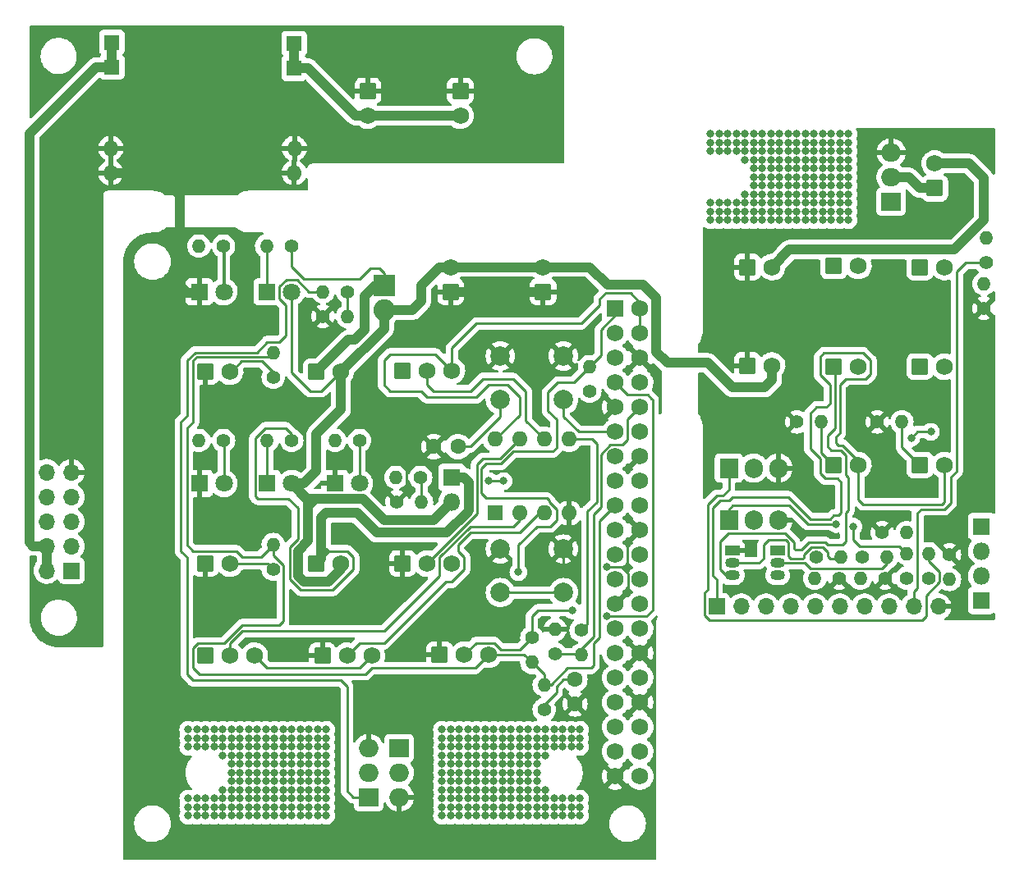
<source format=gbl>
%TF.GenerationSoftware,KiCad,Pcbnew,(6.0.7)*%
%TF.CreationDate,2022-08-29T12:50:00+02:00*%
%TF.ProjectId,pi_shield,70695f73-6869-4656-9c64-2e6b69636164,rev?*%
%TF.SameCoordinates,Original*%
%TF.FileFunction,Copper,L2,Bot*%
%TF.FilePolarity,Positive*%
%FSLAX46Y46*%
G04 Gerber Fmt 4.6, Leading zero omitted, Abs format (unit mm)*
G04 Created by KiCad (PCBNEW (6.0.7)) date 2022-08-29 12:50:00*
%MOMM*%
%LPD*%
G01*
G04 APERTURE LIST*
G04 Aperture macros list*
%AMRoundRect*
0 Rectangle with rounded corners*
0 $1 Rounding radius*
0 $2 $3 $4 $5 $6 $7 $8 $9 X,Y pos of 4 corners*
0 Add a 4 corners polygon primitive as box body*
4,1,4,$2,$3,$4,$5,$6,$7,$8,$9,$2,$3,0*
0 Add four circle primitives for the rounded corners*
1,1,$1+$1,$2,$3*
1,1,$1+$1,$4,$5*
1,1,$1+$1,$6,$7*
1,1,$1+$1,$8,$9*
0 Add four rect primitives between the rounded corners*
20,1,$1+$1,$2,$3,$4,$5,0*
20,1,$1+$1,$4,$5,$6,$7,0*
20,1,$1+$1,$6,$7,$8,$9,0*
20,1,$1+$1,$8,$9,$2,$3,0*%
G04 Aperture macros list end*
%TA.AperFunction,ComponentPad*%
%ADD10C,1.740000*%
%TD*%
%TA.AperFunction,ComponentPad*%
%ADD11RoundRect,0.250000X0.620000X-0.620000X0.620000X0.620000X-0.620000X0.620000X-0.620000X-0.620000X0*%
%TD*%
%TA.AperFunction,ComponentPad*%
%ADD12C,1.400000*%
%TD*%
%TA.AperFunction,ComponentPad*%
%ADD13O,1.400000X1.400000*%
%TD*%
%TA.AperFunction,ComponentPad*%
%ADD14O,2.000000X1.905000*%
%TD*%
%TA.AperFunction,ComponentPad*%
%ADD15R,2.000000X1.905000*%
%TD*%
%TA.AperFunction,ComponentPad*%
%ADD16R,1.750000X1.750000*%
%TD*%
%TA.AperFunction,ComponentPad*%
%ADD17C,1.750000*%
%TD*%
%TA.AperFunction,ComponentPad*%
%ADD18R,1.500000X1.050000*%
%TD*%
%TA.AperFunction,ComponentPad*%
%ADD19O,1.500000X1.050000*%
%TD*%
%TA.AperFunction,ComponentPad*%
%ADD20R,1.800000X1.800000*%
%TD*%
%TA.AperFunction,ComponentPad*%
%ADD21C,1.800000*%
%TD*%
%TA.AperFunction,ComponentPad*%
%ADD22RoundRect,0.250000X-0.620000X-0.620000X0.620000X-0.620000X0.620000X0.620000X-0.620000X0.620000X0*%
%TD*%
%TA.AperFunction,ComponentPad*%
%ADD23R,1.905000X2.000000*%
%TD*%
%TA.AperFunction,ComponentPad*%
%ADD24O,1.905000X2.000000*%
%TD*%
%TA.AperFunction,ComponentPad*%
%ADD25R,1.600000X1.600000*%
%TD*%
%TA.AperFunction,ComponentPad*%
%ADD26O,1.600000X1.600000*%
%TD*%
%TA.AperFunction,ComponentPad*%
%ADD27RoundRect,0.250000X-0.620000X0.620000X-0.620000X-0.620000X0.620000X-0.620000X0.620000X0.620000X0*%
%TD*%
%TA.AperFunction,ComponentPad*%
%ADD28O,1.800000X1.800000*%
%TD*%
%TA.AperFunction,ComponentPad*%
%ADD29C,1.600000*%
%TD*%
%TA.AperFunction,ComponentPad*%
%ADD30C,2.000000*%
%TD*%
%TA.AperFunction,ComponentPad*%
%ADD31R,2.240000X2.240000*%
%TD*%
%TA.AperFunction,ComponentPad*%
%ADD32O,2.240000X2.240000*%
%TD*%
%TA.AperFunction,ComponentPad*%
%ADD33R,1.700000X1.700000*%
%TD*%
%TA.AperFunction,ComponentPad*%
%ADD34O,1.700000X1.700000*%
%TD*%
%TA.AperFunction,ViaPad*%
%ADD35C,0.800000*%
%TD*%
%TA.AperFunction,Conductor*%
%ADD36C,1.000000*%
%TD*%
%TA.AperFunction,Conductor*%
%ADD37C,0.250000*%
%TD*%
G04 APERTURE END LIST*
D10*
%TO.P,J25,2,Pin_2*%
%TO.N,+12L*%
X198386000Y-50165000D03*
D11*
%TO.P,J25,1,Pin_1*%
%TO.N,Net-(J25-Pad1)*%
X198386000Y-52705000D03*
%TD*%
D12*
%TO.P,R27,1*%
%TO.N,GND*%
X203454000Y-65101000D03*
D13*
%TO.P,R27,2*%
%TO.N,HEATER_1*%
X203454000Y-62561000D03*
%TD*%
D14*
%TO.P,Q7,3,S*%
%TO.N,GND*%
X193888000Y-49022000D03*
%TO.P,Q7,2,D*%
%TO.N,Net-(J25-Pad1)*%
X193888000Y-51562000D03*
D15*
%TO.P,Q7,1,G*%
%TO.N,Net-(Q7-Pad1)*%
X193888000Y-54102000D03*
%TD*%
D12*
%TO.P,R28,1*%
%TO.N,HEATER_1*%
X203708000Y-60402000D03*
D13*
%TO.P,R28,2*%
%TO.N,Net-(Q7-Pad1)*%
X203708000Y-57862000D03*
%TD*%
D12*
%TO.P,R15,1*%
%TO.N,PIRX*%
X159245000Y-100788000D03*
D13*
%TO.P,R15,2*%
%TO.N,GND*%
X159245000Y-98248000D03*
%TD*%
D12*
%TO.P,R9,1*%
%TO.N,Net-(D5-Pad2)*%
X125050000Y-78740000D03*
D13*
%TO.P,R9,2*%
%TO.N,NUTRI_LED*%
X122510000Y-78740000D03*
%TD*%
D16*
%TO.P,J7,1,3V3*%
%TO.N,+3.3V*%
X165450000Y-65150000D03*
D17*
%TO.P,J7,2,5V*%
%TO.N,+5V*%
X167990000Y-65150000D03*
%TO.P,J7,3,SDA/GPIO2*%
%TO.N,WATER_LED*%
X165450000Y-67690000D03*
%TO.P,J7,4,5V*%
%TO.N,+5V*%
X167990000Y-67690000D03*
%TO.P,J7,5,SCL/GPIO3*%
%TO.N,WATER_PUMP*%
X165450000Y-70230000D03*
%TO.P,J7,6,GND*%
%TO.N,GND*%
X167990000Y-70230000D03*
%TO.P,J7,7,GCLK0/GPIO4*%
%TO.N,TEMP*%
X165450000Y-72770000D03*
%TO.P,J7,8,GPIO14/TXD*%
%TO.N,unconnected-(J7-Pad8)*%
X167990000Y-72770000D03*
%TO.P,J7,9,GND*%
%TO.N,GND*%
X165450000Y-75310000D03*
%TO.P,J7,10,GPIO15/RXD*%
%TO.N,PIRX*%
X167990000Y-75310000D03*
%TO.P,J7,11,GPIO17*%
%TO.N,WATER_BTN*%
X165450000Y-77850000D03*
%TO.P,J7,12,GPIO18/PWM0*%
%TO.N,unconnected-(J7-Pad12)*%
X167990000Y-77850000D03*
%TO.P,J7,13,GPIO27*%
%TO.N,WATER_CLOSURE*%
X165450000Y-80390000D03*
%TO.P,J7,14,GND*%
%TO.N,GND*%
X167990000Y-80390000D03*
%TO.P,J7,15,GPIO22*%
%TO.N,NUTRI_QUAL_LED*%
X165450000Y-82930000D03*
%TO.P,J7,16,GPIO23*%
%TO.N,unconnected-(J7-Pad16)*%
X167990000Y-82930000D03*
%TO.P,J7,17,3V3*%
%TO.N,+3.3V*%
X165450000Y-85470000D03*
%TO.P,J7,18,GPIO24*%
%TO.N,unconnected-(J7-Pad18)*%
X167990000Y-85470000D03*
%TO.P,J7,19,MOSI0/GPIO10*%
%TO.N,NUTRI_LED*%
X165450000Y-88010000D03*
%TO.P,J7,20,GND*%
%TO.N,GND*%
X167990000Y-88010000D03*
%TO.P,J7,21,MISO0/GPIO9*%
%TO.N,NUTRI_CLOSURE*%
X165450000Y-90550000D03*
%TO.P,J7,22,GPIO25*%
%TO.N,NUTRI_PUMP*%
X167990000Y-90550000D03*
%TO.P,J7,23,SCLK0/GPIO11*%
%TO.N,NUTRI_BTN*%
X165450000Y-93090000D03*
%TO.P,J7,24,~{CE0}/GPIO8*%
%TO.N,unconnected-(J7-Pad24)*%
X167990000Y-93090000D03*
%TO.P,J7,25,GND*%
%TO.N,GND*%
X165450000Y-95630000D03*
%TO.P,J7,26,~{CE1}/GPIO7*%
%TO.N,unconnected-(J7-Pad26)*%
X167990000Y-95630000D03*
%TO.P,J7,27,ID_SD/GPIO0*%
%TO.N,unconnected-(J7-Pad27)*%
X165450000Y-98170000D03*
%TO.P,J7,28,ID_SC/GPIO1*%
%TO.N,unconnected-(J7-Pad28)*%
X167990000Y-98170000D03*
%TO.P,J7,29,GCLK1/GPIO5*%
%TO.N,unconnected-(J7-Pad29)*%
X165450000Y-100710000D03*
%TO.P,J7,30,GND*%
%TO.N,GND*%
X167990000Y-100710000D03*
%TO.P,J7,31,GCLK2/GPIO6*%
%TO.N,unconnected-(J7-Pad31)*%
X165450000Y-103250000D03*
%TO.P,J7,32,PWM0/GPIO12*%
%TO.N,unconnected-(J7-Pad32)*%
X167990000Y-103250000D03*
%TO.P,J7,33,PWM1/GPIO13*%
%TO.N,unconnected-(J7-Pad33)*%
X165450000Y-105790000D03*
%TO.P,J7,34,GND*%
%TO.N,GND*%
X167990000Y-105790000D03*
%TO.P,J7,35,GPIO19/MISO1*%
%TO.N,unconnected-(J7-Pad35)*%
X165450000Y-108330000D03*
%TO.P,J7,36,GPIO16*%
%TO.N,unconnected-(J7-Pad36)*%
X167990000Y-108330000D03*
%TO.P,J7,37,GPIO26*%
%TO.N,unconnected-(J7-Pad37)*%
X165450000Y-110870000D03*
%TO.P,J7,38,GPIO20/MOSI1*%
%TO.N,unconnected-(J7-Pad38)*%
X167990000Y-110870000D03*
%TO.P,J7,39,GND*%
%TO.N,GND*%
X165450000Y-113410000D03*
%TO.P,J7,40,GPIO21/SCLK1*%
%TO.N,unconnected-(J7-Pad40)*%
X167990000Y-113410000D03*
%TD*%
D14*
%TO.P,Q1,3,S*%
%TO.N,GND*%
X143170000Y-115570000D03*
%TO.P,Q1,2,D*%
%TO.N,Net-(D4-Pad1)*%
X143170000Y-113030000D03*
D15*
%TO.P,Q1,1,G*%
%TO.N,Net-(Q1-Pad1)*%
X143170000Y-110490000D03*
%TD*%
D18*
%TO.P,Q6,1,S*%
%TO.N,GND*%
X177520600Y-90119200D03*
D19*
%TO.P,Q6,2,G*%
%TO.N,Net-(Q6-Pad2)*%
X177520600Y-91389200D03*
%TO.P,Q6,3,D*%
%TO.N,Net-(J20-Pad1)*%
X177520600Y-92659200D03*
%TD*%
D20*
%TO.P,D6,1,K*%
%TO.N,GND*%
X122555000Y-63385000D03*
D21*
%TO.P,D6,2,A*%
%TO.N,Net-(D6-Pad2)*%
X125095000Y-63385000D03*
%TD*%
D22*
%TO.P,J12,1,Pin_1*%
%TO.N,GND*%
X123185000Y-100965000D03*
D10*
%TO.P,J12,2,Pin_2*%
%TO.N,Net-(J12-Pad2)*%
X125725000Y-100965000D03*
%TO.P,J12,3,Pin_3*%
%TO.N,+5V*%
X128265000Y-100965000D03*
%TD*%
D22*
%TO.P,J20,1,Pin_1*%
%TO.N,Net-(J20-Pad1)*%
X187960000Y-71120000D03*
D10*
%TO.P,J20,2,Pin_2*%
%TO.N,+12L*%
X190500000Y-71120000D03*
%TD*%
D22*
%TO.P,J5,1,Pin_1*%
%TO.N,GND*%
X143510000Y-71525000D03*
D10*
%TO.P,J5,2,Pin_2*%
%TO.N,Net-(J5-Pad2)*%
X146050000Y-71525000D03*
%TO.P,J5,3,Pin_3*%
%TO.N,+5V*%
X148590000Y-71525000D03*
%TD*%
D12*
%TO.P,R26,1*%
%TO.N,LED_1*%
X186182000Y-90805000D03*
D13*
%TO.P,R26,2*%
%TO.N,Net-(Q6-Pad2)*%
X188722000Y-90805000D03*
%TD*%
D12*
%TO.P,R12,1*%
%TO.N,NUTRI_BTN*%
X158115000Y-106515000D03*
D13*
%TO.P,R12,2*%
%TO.N,+3.3V*%
X158115000Y-103975000D03*
%TD*%
D12*
%TO.P,R24,1*%
%TO.N,GND*%
X188545000Y-92964000D03*
D13*
%TO.P,R24,2*%
%TO.N,LED_1*%
X186005000Y-92964000D03*
%TD*%
D12*
%TO.P,R16,1*%
%TO.N,Net-(R16-Pad1)*%
X161925000Y-98348000D03*
D13*
%TO.P,R16,2*%
%TO.N,PIRX*%
X161925000Y-100888000D03*
%TD*%
D12*
%TO.P,R1,1*%
%TO.N,GND*%
X135305000Y-65925000D03*
D13*
%TO.P,R1,2*%
%TO.N,WATER_PUMP*%
X137845000Y-65925000D03*
%TD*%
D22*
%TO.P,J18,1,Pin_1*%
%TO.N,Net-(D9-Pad1)*%
X187960000Y-60730000D03*
D10*
%TO.P,J18,2,Pin_2*%
%TO.N,+12L*%
X190500000Y-60730000D03*
%TD*%
D22*
%TO.P,J2,1,Pin_1*%
%TO.N,Net-(D4-Pad1)*%
X134620000Y-91440000D03*
D10*
%TO.P,J2,2,Pin_2*%
%TO.N,+12L*%
X137160000Y-91440000D03*
%TD*%
D12*
%TO.P,R13,1*%
%TO.N,TEMP*%
X156845000Y-99110000D03*
D13*
%TO.P,R13,2*%
%TO.N,+3.3V*%
X156845000Y-101650000D03*
%TD*%
D23*
%TO.P,Q3,1,G*%
%TO.N,Net-(Q3-Pad1)*%
X177165000Y-81590000D03*
D24*
%TO.P,Q3,2,D*%
%TO.N,Net-(D8-Pad1)*%
X179705000Y-81590000D03*
%TO.P,Q3,3,S*%
%TO.N,GND*%
X182245000Y-81590000D03*
%TD*%
D22*
%TO.P,J14,1,Pin_1*%
%TO.N,LIGHT_SENSOR_2*%
X196850000Y-81280000D03*
D10*
%TO.P,J14,2,Pin_2*%
%TO.N,+VDC*%
X199390000Y-81280000D03*
%TD*%
D12*
%TO.P,R6,1*%
%TO.N,Net-(D4-Pad1)*%
X132085000Y-78740000D03*
D13*
%TO.P,R6,2*%
%TO.N,Net-(D3-Pad1)*%
X129545000Y-78740000D03*
%TD*%
D25*
%TO.P,U1,1,~{RESET}/PB5*%
%TO.N,unconnected-(U1-Pad1)*%
X153045000Y-86235000D03*
D26*
%TO.P,U1,2,XTAL1/PB3*%
%TO.N,Net-(J12-Pad2)*%
X155585000Y-86235000D03*
%TO.P,U1,3,XTAL2/PB4*%
%TO.N,Net-(J11-Pad2)*%
X158125000Y-86235000D03*
%TO.P,U1,4,GND*%
%TO.N,GND*%
X160665000Y-86235000D03*
%TO.P,U1,5,AREF/PB0*%
%TO.N,Net-(R16-Pad1)*%
X160665000Y-78615000D03*
%TO.P,U1,6,PB1*%
%TO.N,Net-(J5-Pad2)*%
X158125000Y-78615000D03*
%TO.P,U1,7,PB2*%
%TO.N,Net-(J6-Pad2)*%
X155585000Y-78615000D03*
%TO.P,U1,8,VCC*%
%TO.N,+5V*%
X153045000Y-78615000D03*
%TD*%
D27*
%TO.P,J24,1,Pin_1*%
%TO.N,GND*%
X149467000Y-42672000D03*
D10*
%TO.P,J24,2,Pin_2*%
%TO.N,+12L*%
X149467000Y-45212000D03*
%TD*%
D11*
%TO.P,J8,1,Pin_1*%
%TO.N,GND*%
X158000000Y-63385000D03*
D10*
%TO.P,J8,2,Pin_2*%
%TO.N,+12L*%
X158000000Y-60845000D03*
%TD*%
D20*
%TO.P,D4,1,K*%
%TO.N,Net-(D4-Pad1)*%
X148595000Y-82550000D03*
D28*
%TO.P,D4,2,A*%
%TO.N,+12L*%
X148595000Y-85090000D03*
%TD*%
D12*
%TO.P,R4,1*%
%TO.N,NUTRI_PUMP*%
X145370000Y-82550000D03*
D13*
%TO.P,R4,2*%
%TO.N,Net-(Q1-Pad1)*%
X142830000Y-82550000D03*
%TD*%
D20*
%TO.P,D8,1,K*%
%TO.N,Net-(D8-Pad1)*%
X203200000Y-87601000D03*
D28*
%TO.P,D8,2,A*%
%TO.N,+12L*%
X203200000Y-90141000D03*
%TD*%
D22*
%TO.P,J21,1,Pin_1*%
%TO.N,GND*%
X179070000Y-71005000D03*
D10*
%TO.P,J21,2,Pin_2*%
%TO.N,+12L*%
X181610000Y-71005000D03*
%TD*%
D12*
%TO.P,R21,1*%
%TO.N,RELAY_2*%
X197739000Y-92964000D03*
D13*
%TO.P,R21,2*%
%TO.N,Net-(Q3-Pad1)*%
X197739000Y-90424000D03*
%TD*%
D12*
%TO.P,R22,1*%
%TO.N,RELAY_1*%
X195503000Y-92964000D03*
D13*
%TO.P,R22,2*%
%TO.N,Net-(Q4-Pad1)*%
X195503000Y-90424000D03*
%TD*%
D22*
%TO.P,J16,1,Pin_1*%
%TO.N,GND*%
X179070000Y-60845000D03*
D10*
%TO.P,J16,2,Pin_2*%
%TO.N,+12L*%
X181610000Y-60845000D03*
%TD*%
D20*
%TO.P,D5,1,K*%
%TO.N,GND*%
X122555000Y-83185000D03*
D21*
%TO.P,D5,2,A*%
%TO.N,Net-(D5-Pad2)*%
X125095000Y-83185000D03*
%TD*%
D22*
%TO.P,J3,1,Pin_1*%
%TO.N,GND*%
X123190000Y-71640000D03*
D10*
%TO.P,J3,2,Pin_2*%
%TO.N,WATER_CLOSURE*%
X125730000Y-71640000D03*
%TD*%
D20*
%TO.P,D3,1,K*%
%TO.N,Net-(D3-Pad1)*%
X129545000Y-83185000D03*
D21*
%TO.P,D3,2,A*%
%TO.N,+12L*%
X132085000Y-83185000D03*
%TD*%
D29*
%TO.P,C2,1*%
%TO.N,GND*%
X146725000Y-79375000D03*
%TO.P,C2,2*%
%TO.N,WATER_BTN*%
X149225000Y-79375000D03*
%TD*%
D25*
%TO.P,U2,1,IN+*%
%TO.N,+12L*%
X132334000Y-37782500D03*
X132334000Y-40322500D03*
D26*
%TO.P,U2,2,IN-*%
%TO.N,GND*%
X132359400Y-48577500D03*
X132334000Y-51117500D03*
D25*
%TO.P,U2,3,OUT+*%
%TO.N,+5F*%
X113538000Y-37655500D03*
X113538000Y-40195500D03*
D26*
%TO.P,U2,4,OUT-*%
%TO.N,GND*%
X113411000Y-51117500D03*
X113436400Y-48577500D03*
%TD*%
D12*
%TO.P,R3,1*%
%TO.N,GND*%
X142930000Y-85090000D03*
D13*
%TO.P,R3,2*%
%TO.N,NUTRI_PUMP*%
X145470000Y-85090000D03*
%TD*%
D12*
%TO.P,R8,1*%
%TO.N,NUTRI_CLOSURE*%
X130175000Y-92025000D03*
D13*
%TO.P,R8,2*%
%TO.N,+3.3V*%
X130175000Y-89485000D03*
%TD*%
D12*
%TO.P,R25,1*%
%TO.N,LED_2*%
X190881000Y-90805000D03*
D13*
%TO.P,R25,2*%
%TO.N,Net-(Q5-Pad2)*%
X193421000Y-90805000D03*
%TD*%
D22*
%TO.P,J4,1,Pin_1*%
%TO.N,GND*%
X123190000Y-91440000D03*
D10*
%TO.P,J4,2,Pin_2*%
%TO.N,NUTRI_CLOSURE*%
X125730000Y-91440000D03*
%TD*%
D22*
%TO.P,J11,1,Pin_1*%
%TO.N,GND*%
X135250000Y-100965000D03*
D10*
%TO.P,J11,2,Pin_2*%
%TO.N,Net-(J11-Pad2)*%
X137790000Y-100965000D03*
%TO.P,J11,3,Pin_3*%
%TO.N,+5V*%
X140330000Y-100965000D03*
%TD*%
D12*
%TO.P,R11,1*%
%TO.N,WATER_BTN*%
X162814000Y-73660000D03*
D13*
%TO.P,R11,2*%
%TO.N,+3.3V*%
X162814000Y-71120000D03*
%TD*%
D20*
%TO.P,D1,1,K*%
%TO.N,Net-(D1-Pad1)*%
X129535000Y-63385000D03*
D21*
%TO.P,D1,2,A*%
%TO.N,+12L*%
X132075000Y-63385000D03*
%TD*%
D30*
%TO.P,SW1,1,1*%
%TO.N,GND*%
X160095000Y-89940000D03*
X153595000Y-89940000D03*
%TO.P,SW1,2,2*%
%TO.N,NUTRI_BTN*%
X153595000Y-94440000D03*
X160095000Y-94440000D03*
%TD*%
D20*
%TO.P,D9,1,K*%
%TO.N,Net-(D9-Pad1)*%
X203200000Y-95250000D03*
D28*
%TO.P,D9,2,A*%
%TO.N,+12L*%
X203200000Y-92710000D03*
%TD*%
D12*
%TO.P,R5,1*%
%TO.N,Net-(D2-Pad1)*%
X132030000Y-58674000D03*
D13*
%TO.P,R5,2*%
%TO.N,Net-(D1-Pad1)*%
X129490000Y-58674000D03*
%TD*%
D22*
%TO.P,J10,1,Pin_1*%
%TO.N,GND*%
X147320000Y-100850000D03*
D10*
%TO.P,J10,2,Pin_2*%
%TO.N,TEMP*%
X149860000Y-100850000D03*
%TO.P,J10,3,Pin_3*%
%TO.N,+3.3V*%
X152400000Y-100850000D03*
%TD*%
D12*
%TO.P,R20,1*%
%TO.N,GND*%
X192963000Y-88265000D03*
D13*
%TO.P,R20,2*%
%TO.N,RELAY_1*%
X195503000Y-88265000D03*
%TD*%
D12*
%TO.P,R14,1*%
%TO.N,Net-(D7-Pad2)*%
X139070000Y-78740000D03*
D13*
%TO.P,R14,2*%
%TO.N,NUTRI_QUAL_LED*%
X136530000Y-78740000D03*
%TD*%
D11*
%TO.P,J9,1,Pin_1*%
%TO.N,GND*%
X148475000Y-63385000D03*
D10*
%TO.P,J9,2,Pin_2*%
%TO.N,+12L*%
X148475000Y-60845000D03*
%TD*%
D12*
%TO.P,R10,1*%
%TO.N,Net-(D6-Pad2)*%
X125045000Y-58674000D03*
D13*
%TO.P,R10,2*%
%TO.N,WATER_LED*%
X122505000Y-58674000D03*
%TD*%
D31*
%TO.P,D2,1,K*%
%TO.N,Net-(D2-Pad1)*%
X141605000Y-62750000D03*
D32*
%TO.P,D2,2,A*%
%TO.N,+12L*%
X141605000Y-65290000D03*
%TD*%
D12*
%TO.P,R2,1*%
%TO.N,WATER_PUMP*%
X137845000Y-63385000D03*
D13*
%TO.P,R2,2*%
%TO.N,Net-(Q2-Pad1)*%
X135305000Y-63385000D03*
%TD*%
D12*
%TO.P,R17,1*%
%TO.N,GND*%
X192455000Y-76835000D03*
D13*
%TO.P,R17,2*%
%TO.N,LIGHT_SENSOR_2*%
X194995000Y-76835000D03*
%TD*%
D22*
%TO.P,J15,1,Pin_1*%
%TO.N,LIGHT_SENSOR_1*%
X187960000Y-81280000D03*
D10*
%TO.P,J15,2,Pin_2*%
%TO.N,+VDC*%
X190500000Y-81280000D03*
%TD*%
D22*
%TO.P,J6,1,Pin_1*%
%TO.N,GND*%
X143510000Y-91440000D03*
D10*
%TO.P,J6,2,Pin_2*%
%TO.N,Net-(J6-Pad2)*%
X146050000Y-91440000D03*
%TO.P,J6,3,Pin_3*%
%TO.N,+5V*%
X148590000Y-91440000D03*
%TD*%
D30*
%TO.P,SW2,1,1*%
%TO.N,GND*%
X153595000Y-70025000D03*
X160095000Y-70025000D03*
%TO.P,SW2,2,2*%
%TO.N,WATER_BTN*%
X153595000Y-74525000D03*
X160095000Y-74525000D03*
%TD*%
D12*
%TO.P,R19,1*%
%TO.N,GND*%
X199898000Y-90551000D03*
D13*
%TO.P,R19,2*%
%TO.N,RELAY_2*%
X199898000Y-93091000D03*
%TD*%
D23*
%TO.P,Q4,1,G*%
%TO.N,Net-(Q4-Pad1)*%
X177165000Y-86995000D03*
D24*
%TO.P,Q4,2,D*%
%TO.N,Net-(D9-Pad1)*%
X179705000Y-86995000D03*
%TO.P,Q4,3,S*%
%TO.N,GND*%
X182245000Y-86995000D03*
%TD*%
D12*
%TO.P,R18,1*%
%TO.N,GND*%
X184150000Y-76835000D03*
D13*
%TO.P,R18,2*%
%TO.N,LIGHT_SENSOR_1*%
X186690000Y-76835000D03*
%TD*%
D22*
%TO.P,J19,1,Pin_1*%
%TO.N,Net-(J19-Pad1)*%
X196850000Y-71120000D03*
D10*
%TO.P,J19,2,Pin_2*%
%TO.N,+12L*%
X199390000Y-71120000D03*
%TD*%
D33*
%TO.P,J13,1,Pin_1*%
%TO.N,+VDC*%
X175895000Y-95885000D03*
D34*
%TO.P,J13,2,Pin_2*%
%TO.N,unconnected-(J13-Pad2)*%
X178435000Y-95885000D03*
%TO.P,J13,3,Pin_3*%
%TO.N,LIGHT_SENSOR_1*%
X180975000Y-95885000D03*
%TO.P,J13,4,Pin_4*%
%TO.N,LIGHT_SENSOR_2*%
X183515000Y-95885000D03*
%TO.P,J13,5,Pin_5*%
%TO.N,LED_1*%
X186055000Y-95885000D03*
%TO.P,J13,6,Pin_6*%
%TO.N,LED_2*%
X188595000Y-95885000D03*
%TO.P,J13,7,Pin_7*%
%TO.N,RELAY_1*%
X191135000Y-95885000D03*
%TO.P,J13,8,Pin_8*%
%TO.N,RELAY_2*%
X193675000Y-95885000D03*
%TO.P,J13,9,Pin_9*%
%TO.N,HEATER_1*%
X196215000Y-95885000D03*
%TO.P,J13,10,Pin_10*%
%TO.N,GND*%
X198755000Y-95885000D03*
%TD*%
D22*
%TO.P,J1,1,Pin_1*%
%TO.N,Net-(D2-Pad1)*%
X134620000Y-71640000D03*
D10*
%TO.P,J1,2,Pin_2*%
%TO.N,+12L*%
X137160000Y-71640000D03*
%TD*%
D27*
%TO.P,J23,1,Pin_1*%
%TO.N,GND*%
X139942000Y-42672000D03*
D10*
%TO.P,J23,2,Pin_2*%
%TO.N,+12L*%
X139942000Y-45212000D03*
%TD*%
D22*
%TO.P,J17,1,Pin_1*%
%TO.N,Net-(D8-Pad1)*%
X196850000Y-60845000D03*
D10*
%TO.P,J17,2,Pin_2*%
%TO.N,+12L*%
X199390000Y-60845000D03*
%TD*%
D18*
%TO.P,Q5,1,S*%
%TO.N,GND*%
X182176000Y-90113000D03*
D19*
%TO.P,Q5,2,G*%
%TO.N,Net-(Q5-Pad2)*%
X182176000Y-91383000D03*
%TO.P,Q5,3,D*%
%TO.N,Net-(J19-Pad1)*%
X182176000Y-92653000D03*
%TD*%
D12*
%TO.P,R23,1*%
%TO.N,GND*%
X193244000Y-92964000D03*
D13*
%TO.P,R23,2*%
%TO.N,LED_2*%
X190704000Y-92964000D03*
%TD*%
D14*
%TO.P,Q2,3,S*%
%TO.N,GND*%
X140040000Y-110490000D03*
%TO.P,Q2,2,D*%
%TO.N,Net-(D2-Pad1)*%
X140040000Y-113030000D03*
D15*
%TO.P,Q2,1,G*%
%TO.N,Net-(Q2-Pad1)*%
X140040000Y-115570000D03*
%TD*%
D29*
%TO.P,C1,1*%
%TO.N,GND*%
X161290000Y-105930000D03*
%TO.P,C1,2*%
%TO.N,NUTRI_BTN*%
X161290000Y-103430000D03*
%TD*%
D12*
%TO.P,R7,1*%
%TO.N,WATER_CLOSURE*%
X130175000Y-72225000D03*
D13*
%TO.P,R7,2*%
%TO.N,+3.3V*%
X130175000Y-69685000D03*
%TD*%
D20*
%TO.P,D7,1,K*%
%TO.N,GND*%
X136525000Y-83185000D03*
D21*
%TO.P,D7,2,A*%
%TO.N,Net-(D7-Pad2)*%
X139065000Y-83185000D03*
%TD*%
D33*
%TO.P,J22,1,Pin_1*%
%TO.N,unconnected-(J22-Pad1)*%
X109367000Y-92172000D03*
D34*
%TO.P,J22,2,Pin_2*%
%TO.N,+5F*%
X106827000Y-92172000D03*
%TO.P,J22,3,Pin_3*%
%TO.N,unconnected-(J22-Pad3)*%
X109367000Y-89632000D03*
%TO.P,J22,4,Pin_4*%
%TO.N,+5F*%
X106827000Y-89632000D03*
%TO.P,J22,5,Pin_5*%
%TO.N,unconnected-(J22-Pad5)*%
X109367000Y-87092000D03*
%TO.P,J22,6,Pin_6*%
%TO.N,GND*%
X106827000Y-87092000D03*
%TO.P,J22,7,Pin_7*%
%TO.N,unconnected-(J22-Pad7)*%
X109367000Y-84552000D03*
%TO.P,J22,8,Pin_8*%
%TO.N,unconnected-(J22-Pad8)*%
X106827000Y-84552000D03*
%TO.P,J22,9,Pin_9*%
%TO.N,GND*%
X109367000Y-82012000D03*
%TO.P,J22,10,Pin_10*%
%TO.N,unconnected-(J22-Pad10)*%
X106827000Y-82012000D03*
%TD*%
D35*
%TO.N,*%
X154686000Y-113030000D03*
X158242000Y-110363000D03*
X152019000Y-113030000D03*
X154686000Y-115697000D03*
X152019000Y-111252000D03*
X152019000Y-110363000D03*
X152908000Y-117475000D03*
X154686000Y-108585000D03*
X158242000Y-111252000D03*
X160909000Y-115697000D03*
X152019000Y-114808000D03*
X153797000Y-109474000D03*
X154686000Y-112141000D03*
X153797000Y-115697000D03*
X154686000Y-113919000D03*
X153797000Y-114808000D03*
X152908000Y-115697000D03*
X152908000Y-114808000D03*
X154686000Y-114808000D03*
X154686000Y-111252000D03*
X153797000Y-116586000D03*
X153797000Y-113919000D03*
X153797000Y-111252000D03*
X154686000Y-109474000D03*
X152908000Y-113030000D03*
X159131000Y-110363000D03*
X161798000Y-115697000D03*
X161798000Y-117475000D03*
X159131000Y-117475000D03*
X147574000Y-115697000D03*
X156464000Y-114808000D03*
X148463000Y-110363000D03*
X157353000Y-112141000D03*
X148463000Y-113030000D03*
X157353000Y-114808000D03*
X155575000Y-115697000D03*
X155575000Y-113919000D03*
X155575000Y-117475000D03*
X157353000Y-117475000D03*
X156464000Y-116586000D03*
X147574000Y-111252000D03*
X157353000Y-110363000D03*
X148463000Y-109474000D03*
X160909000Y-109474000D03*
X148463000Y-115697000D03*
X147574000Y-113919000D03*
X148463000Y-116586000D03*
X155575000Y-114808000D03*
X148463000Y-111252000D03*
X148463000Y-108585000D03*
X148463000Y-112141000D03*
X156464000Y-115697000D03*
X155575000Y-109474000D03*
X158242000Y-108585000D03*
X147574000Y-108585000D03*
X160020000Y-110363000D03*
X157353000Y-109474000D03*
X157353000Y-116586000D03*
X157353000Y-113030000D03*
X156464000Y-113919000D03*
X156464000Y-110363000D03*
X155575000Y-111252000D03*
X156464000Y-112141000D03*
X158242000Y-116586000D03*
X161798000Y-110363000D03*
X157353000Y-111252000D03*
X157353000Y-108585000D03*
X148463000Y-113919000D03*
X156464000Y-108585000D03*
X159131000Y-108585000D03*
X156464000Y-111252000D03*
X160021487Y-116580385D03*
X160909000Y-108585000D03*
X156464000Y-109474000D03*
X157353000Y-113919000D03*
X148463000Y-117475000D03*
X155575000Y-113030000D03*
X157353000Y-115697000D03*
X148463000Y-114808000D03*
X147574000Y-116586000D03*
X159131000Y-109474000D03*
X155575000Y-116586000D03*
X147574000Y-109474000D03*
X147574000Y-110363000D03*
X160909000Y-110363000D03*
X160020000Y-109474000D03*
X155575000Y-108585000D03*
X160020000Y-117475000D03*
X155575000Y-110363000D03*
X156464000Y-117475000D03*
X156464000Y-113030000D03*
X155575000Y-112141000D03*
X159131000Y-115697000D03*
X154686000Y-117475000D03*
X151130000Y-113030000D03*
X150241000Y-116586000D03*
X159131000Y-116586000D03*
X150241000Y-117475000D03*
X150241000Y-115697000D03*
X151130000Y-115697000D03*
X152019000Y-112141000D03*
X153797000Y-113030000D03*
X158242000Y-114808000D03*
X150241000Y-114808000D03*
X161798000Y-116586000D03*
X149352000Y-110363000D03*
X160020000Y-115697000D03*
X152019000Y-109474000D03*
X151130000Y-117475000D03*
X150241000Y-108585000D03*
X151130000Y-109474000D03*
X152019000Y-113919000D03*
X152019000Y-108585000D03*
X151130000Y-108585000D03*
X147574000Y-113030000D03*
X149352000Y-112141000D03*
X151130000Y-111252000D03*
X158242000Y-115697000D03*
X152019000Y-115697000D03*
X161798000Y-109474000D03*
X151130000Y-114808000D03*
X149352000Y-114808000D03*
X158242000Y-117475000D03*
X150241000Y-110363000D03*
X160909000Y-117475000D03*
X147574000Y-114808000D03*
X160020000Y-108585000D03*
X149352000Y-111252000D03*
X151130000Y-110363000D03*
X149352000Y-117475000D03*
X150241000Y-113030000D03*
X149352000Y-108585000D03*
X149352000Y-109474000D03*
X149352000Y-113919000D03*
X150241000Y-113919000D03*
X151130000Y-112141000D03*
X152019000Y-117475000D03*
X153797000Y-117475000D03*
X150241000Y-109474000D03*
X151130000Y-116586000D03*
X147574000Y-117475000D03*
X161798000Y-108585000D03*
X153797000Y-108585000D03*
X150241000Y-112141000D03*
X147574000Y-112141000D03*
X149352000Y-115697000D03*
X149352000Y-116586000D03*
X149352000Y-113030000D03*
X158242000Y-109474000D03*
X151130000Y-113919000D03*
X150241000Y-111252000D03*
X160909000Y-116586000D03*
X154686000Y-116586000D03*
X152908000Y-108585000D03*
X152908000Y-112141000D03*
X153797000Y-110363000D03*
X152908000Y-109474000D03*
X152908000Y-116586000D03*
X152908000Y-113919000D03*
X154686000Y-110363000D03*
X152019000Y-116586000D03*
X153797000Y-112141000D03*
X152908000Y-111252000D03*
X152908000Y-110363000D03*
X175260000Y-47117000D03*
X175260000Y-48895000D03*
X177927000Y-54229000D03*
X177927000Y-47117000D03*
X178816000Y-48006000D03*
X178816000Y-56007000D03*
X175260000Y-54229000D03*
X189484000Y-56007000D03*
X177927000Y-56007000D03*
X177927000Y-55118000D03*
X176149000Y-56007000D03*
X177038000Y-54229000D03*
X176149000Y-54229000D03*
X177038000Y-55118000D03*
X180594000Y-55118000D03*
X181483000Y-56007000D03*
X179705000Y-52451000D03*
X177038000Y-47117000D03*
X179705000Y-49784000D03*
X180594000Y-52451000D03*
X180594000Y-48895000D03*
X179705000Y-50673000D03*
X180594000Y-53340000D03*
X179705000Y-48895000D03*
X181483000Y-50673000D03*
X179705000Y-48006000D03*
X181483000Y-51562000D03*
X181483000Y-55118000D03*
X181483000Y-48006000D03*
X181483000Y-47117000D03*
X179705000Y-53340000D03*
X179705000Y-47117000D03*
X179705000Y-56007000D03*
X179705000Y-54229000D03*
X181483000Y-49784000D03*
X179705000Y-51562000D03*
X181483000Y-54229000D03*
X181483000Y-48895000D03*
X181483000Y-52451000D03*
X179705000Y-55118000D03*
X180594000Y-50673000D03*
X180594000Y-56007000D03*
X180594000Y-47117000D03*
X177036513Y-48011615D03*
X180594000Y-54229000D03*
X180594000Y-51562000D03*
X181483000Y-53340000D03*
X180594000Y-49784000D03*
X180594000Y-48006000D03*
X177927000Y-48895000D03*
X189484000Y-54229000D03*
X188595000Y-55118000D03*
X188595000Y-50673000D03*
X176149000Y-55118000D03*
X188595000Y-56007000D03*
X188595000Y-47117000D03*
X188595000Y-54229000D03*
X188595000Y-51562000D03*
X188595000Y-52451000D03*
X188595000Y-48895000D03*
X188595000Y-49784000D03*
X188595000Y-53340000D03*
X188595000Y-48006000D03*
X189484000Y-55118000D03*
X189484000Y-50673000D03*
X189484000Y-48006000D03*
X189484000Y-53340000D03*
X189484000Y-48895000D03*
X189484000Y-51562000D03*
X176149000Y-47117000D03*
X189484000Y-49784000D03*
X189484000Y-47117000D03*
X189484000Y-52451000D03*
X187706000Y-48895000D03*
X187706000Y-49784000D03*
X187706000Y-47117000D03*
X175260000Y-48006000D03*
X187706000Y-56007000D03*
X187706000Y-55118000D03*
X187706000Y-50673000D03*
X187706000Y-52451000D03*
X187706000Y-48006000D03*
X187706000Y-51562000D03*
X187706000Y-53340000D03*
X187706000Y-54229000D03*
X178816000Y-55118000D03*
X175260000Y-55118000D03*
X175260000Y-56007000D03*
X176149000Y-48006000D03*
X177038000Y-48895000D03*
X177038000Y-56007000D03*
X177927000Y-48006000D03*
X178816000Y-49784000D03*
X178816000Y-48895000D03*
X178816000Y-47117000D03*
X185928000Y-50673000D03*
X186817000Y-51562000D03*
X185928000Y-51562000D03*
X185928000Y-49784000D03*
X186817000Y-50673000D03*
X186817000Y-55118000D03*
X186817000Y-47117000D03*
X185928000Y-47117000D03*
X185928000Y-48006000D03*
X186817000Y-48895000D03*
X186817000Y-48006000D03*
X186817000Y-56007000D03*
X186817000Y-49784000D03*
X185928000Y-54229000D03*
X185928000Y-48895000D03*
X186817000Y-52451000D03*
X185928000Y-53340000D03*
X185928000Y-56007000D03*
X186817000Y-53340000D03*
X185928000Y-52451000D03*
X186817000Y-54229000D03*
X185928000Y-55118000D03*
X185039000Y-48895000D03*
X185039000Y-56007000D03*
X185039000Y-47117000D03*
X185039000Y-55118000D03*
X185039000Y-50673000D03*
X185039000Y-52451000D03*
X182372000Y-47117000D03*
X183261000Y-56007000D03*
X183261000Y-47117000D03*
X183261000Y-51562000D03*
X184150000Y-52451000D03*
X183261000Y-54229000D03*
X184150000Y-55118000D03*
X183261000Y-52451000D03*
X184150000Y-53340000D03*
X182372000Y-55118000D03*
X184150000Y-50673000D03*
X182372000Y-54229000D03*
X182372000Y-48006000D03*
X184150000Y-56007000D03*
X184150000Y-48006000D03*
X185039000Y-48006000D03*
X184150000Y-54229000D03*
X183261000Y-55118000D03*
X182372000Y-52451000D03*
X183261000Y-48895000D03*
X183261000Y-49784000D03*
X184150000Y-48895000D03*
X184150000Y-49784000D03*
X182372000Y-53340000D03*
X183261000Y-50673000D03*
X183261000Y-53340000D03*
X183261000Y-48006000D03*
X182372000Y-50673000D03*
X184150000Y-51562000D03*
X182372000Y-51562000D03*
X182372000Y-48895000D03*
X182372000Y-49784000D03*
X185039000Y-51562000D03*
X185039000Y-53340000D03*
X185039000Y-54229000D03*
X185039000Y-49784000D03*
X184150000Y-47117000D03*
X182372000Y-56007000D03*
X178816000Y-53340000D03*
X176149000Y-48895000D03*
X178816000Y-54229000D03*
X121412000Y-115697000D03*
X121412000Y-116586000D03*
X121412000Y-117475000D03*
X122301000Y-115697000D03*
X122301000Y-116586000D03*
X122301000Y-117475000D03*
X123190000Y-115697000D03*
X123190000Y-116586000D03*
X123190000Y-117475000D03*
X124079000Y-115697000D03*
X124079000Y-116586000D03*
X124079000Y-117475000D03*
X124968000Y-114808000D03*
X124968000Y-115697000D03*
X124968000Y-116586000D03*
X124968000Y-117475000D03*
X121412000Y-110363000D03*
X121412000Y-109474000D03*
X121412000Y-108585000D03*
X122301000Y-110363000D03*
X122301000Y-109474000D03*
X122301000Y-108585000D03*
X123190000Y-110363000D03*
X123188513Y-109479615D03*
X123190000Y-108585000D03*
X124079000Y-110363000D03*
X124079000Y-109474000D03*
X124079000Y-108585000D03*
X124968000Y-111252000D03*
X124968000Y-110363000D03*
X124968000Y-109474000D03*
X124968000Y-108585000D03*
X127635000Y-117475000D03*
X127635000Y-115697000D03*
X126746000Y-116586000D03*
X126746000Y-112141000D03*
X126746000Y-117475000D03*
X126746000Y-108585000D03*
X126746000Y-115697000D03*
X126746000Y-113030000D03*
X126746000Y-113919000D03*
X126746000Y-110363000D03*
X126746000Y-111252000D03*
X126746000Y-114808000D03*
X126746000Y-109474000D03*
X127635000Y-116586000D03*
X127635000Y-112141000D03*
X127635000Y-109474000D03*
X127635000Y-114808000D03*
X127635000Y-110363000D03*
X127635000Y-113030000D03*
X127635000Y-111252000D03*
X127635000Y-108585000D03*
X127635000Y-113919000D03*
X125857000Y-110363000D03*
X125857000Y-111252000D03*
X125857000Y-108585000D03*
X125857000Y-117475000D03*
X125857000Y-116586000D03*
X125857000Y-112141000D03*
X125857000Y-113919000D03*
X125857000Y-109474000D03*
X125857000Y-113030000D03*
X125857000Y-114808000D03*
X125857000Y-115697000D03*
X130302000Y-117475000D03*
X130302000Y-115697000D03*
X129413000Y-116586000D03*
X129413000Y-112141000D03*
X129413000Y-117475000D03*
X129413000Y-108585000D03*
X129413000Y-115697000D03*
X129413000Y-113030000D03*
X129413000Y-113919000D03*
X129413000Y-110363000D03*
X129413000Y-111252000D03*
X129413000Y-114808000D03*
X129413000Y-109474000D03*
X130302000Y-116586000D03*
X130302000Y-112141000D03*
X130302000Y-109474000D03*
X130302000Y-114808000D03*
X130302000Y-110363000D03*
X130302000Y-113030000D03*
X130302000Y-111252000D03*
X130302000Y-108585000D03*
X130302000Y-113919000D03*
X128524000Y-110363000D03*
X128524000Y-111252000D03*
X128524000Y-108585000D03*
X128524000Y-117475000D03*
X128524000Y-116586000D03*
X128524000Y-112141000D03*
X128524000Y-113919000D03*
X128524000Y-109474000D03*
X128524000Y-113030000D03*
X128524000Y-114808000D03*
X128524000Y-115697000D03*
X132969000Y-117475000D03*
X132969000Y-115697000D03*
X132080000Y-116586000D03*
X132080000Y-112141000D03*
X132080000Y-117475000D03*
X132080000Y-108585000D03*
X132080000Y-115697000D03*
X132080000Y-113030000D03*
X132080000Y-113919000D03*
X132080000Y-110363000D03*
X132080000Y-111252000D03*
X132080000Y-114808000D03*
X132080000Y-109474000D03*
X132969000Y-116586000D03*
X132969000Y-112141000D03*
X132969000Y-109474000D03*
X132969000Y-114808000D03*
X132969000Y-110363000D03*
X132969000Y-113030000D03*
X132969000Y-111252000D03*
X132969000Y-108585000D03*
X132969000Y-113919000D03*
X131191000Y-110363000D03*
X131191000Y-111252000D03*
X131191000Y-108585000D03*
X131191000Y-117475000D03*
X131191000Y-116586000D03*
X131191000Y-112141000D03*
X131191000Y-113919000D03*
X131191000Y-109474000D03*
X131191000Y-113030000D03*
X131191000Y-114808000D03*
X131191000Y-115697000D03*
X133858000Y-117475000D03*
X133858000Y-115697000D03*
X133858000Y-116586000D03*
X133858000Y-112141000D03*
X133858000Y-109474000D03*
X133858000Y-114808000D03*
X133858000Y-110363000D03*
X133858000Y-113030000D03*
X133858000Y-111252000D03*
X133858000Y-108585000D03*
X133858000Y-113919000D03*
X134747000Y-117475000D03*
X134747000Y-115697000D03*
X134747000Y-116586000D03*
X134747000Y-112141000D03*
X134747000Y-109474000D03*
X134747000Y-114808000D03*
X134747000Y-110363000D03*
X134747000Y-113030000D03*
X134747000Y-111252000D03*
X134747000Y-108585000D03*
X134747000Y-113919000D03*
X135636000Y-117475000D03*
X135636000Y-116586000D03*
X135636000Y-115697000D03*
X135636000Y-114808000D03*
X135636000Y-113919000D03*
X135636000Y-113030000D03*
X135636000Y-112141000D03*
X135636000Y-111252000D03*
X135636000Y-110363000D03*
X135636000Y-109474000D03*
X135636000Y-108585000D03*
%TO.N,GND*%
X140716000Y-84201000D03*
X164554500Y-91821000D03*
X160909000Y-92329000D03*
X137668000Y-87757000D03*
%TO.N,+3.3V*%
X155448000Y-92329000D03*
%TO.N,NUTRI_PUMP*%
X152400000Y-82931000D03*
X153924000Y-82931000D03*
%TO.N,TEMP*%
X161036000Y-96266000D03*
X164554500Y-96901000D03*
%TO.N,Net-(D8-Pad1)*%
X197993000Y-77851000D03*
X195961000Y-78486000D03*
%TO.N,GND*%
X179578000Y-90043000D03*
%TO.N,Net-(Q4-Pad1)*%
X189992000Y-87630000D03*
X188214000Y-87376000D03*
%TD*%
D36*
%TO.N,+12L*%
X181610000Y-72517000D02*
X181610000Y-71005000D01*
X180848000Y-73279000D02*
X181610000Y-72517000D01*
X177546000Y-73279000D02*
X180848000Y-73279000D01*
X175006000Y-70739000D02*
X177546000Y-73279000D01*
X170815000Y-70739000D02*
X175006000Y-70739000D01*
X169672000Y-69596000D02*
X170815000Y-70739000D01*
X169672000Y-64008000D02*
X169672000Y-69596000D01*
X168339000Y-62675000D02*
X169672000Y-64008000D01*
X164656000Y-62675000D02*
X168339000Y-62675000D01*
X162826000Y-60845000D02*
X164656000Y-62675000D01*
X158000000Y-60845000D02*
X162826000Y-60845000D01*
%TO.N,GND*%
X122440000Y-63500000D02*
X122555000Y-63385000D01*
X120523000Y-62738000D02*
X121285000Y-63500000D01*
X120523000Y-53467000D02*
X120523000Y-62738000D01*
X113411000Y-51117500D02*
X118173500Y-51117500D01*
X118173500Y-51117500D02*
X120523000Y-53467000D01*
X121285000Y-63500000D02*
X122440000Y-63500000D01*
%TO.N,Net-(J25-Pad1)*%
X196850000Y-52705000D02*
X198386000Y-52705000D01*
X193888000Y-51562000D02*
X195707000Y-51562000D01*
X195707000Y-51562000D02*
X196850000Y-52705000D01*
%TO.N,+12L*%
X201930000Y-50165000D02*
X198386000Y-50165000D01*
X203454000Y-56007000D02*
X203454000Y-51689000D01*
X203454000Y-51689000D02*
X201930000Y-50165000D01*
X200406000Y-59055000D02*
X203454000Y-56007000D01*
X183400000Y-59055000D02*
X200406000Y-59055000D01*
X181610000Y-60845000D02*
X183400000Y-59055000D01*
D37*
%TO.N,HEATER_1*%
X200660000Y-62992000D02*
X200660000Y-61341000D01*
X200660000Y-61341000D02*
X201599000Y-60402000D01*
X200660000Y-81915000D02*
X200660000Y-62992000D01*
X201599000Y-60402000D02*
X203708000Y-60402000D01*
%TO.N,GND*%
X166727036Y-91543036D02*
X166751000Y-91567000D01*
X166727036Y-89272964D02*
X166727036Y-91543036D01*
X167990000Y-88010000D02*
X166727036Y-89272964D01*
%TO.N,HEATER_1*%
X200025000Y-82550000D02*
X200660000Y-81915000D01*
X200025000Y-85217000D02*
X200025000Y-82550000D01*
X199390000Y-85852000D02*
X200025000Y-85217000D01*
X196977000Y-85852000D02*
X199390000Y-85852000D01*
X196596000Y-86233000D02*
X196977000Y-85852000D01*
X196596000Y-93980000D02*
X196596000Y-86233000D01*
X196215000Y-94361000D02*
X196596000Y-93980000D01*
X196215000Y-95885000D02*
X196215000Y-94361000D01*
%TO.N,PIRX*%
X166727036Y-78636964D02*
X166727036Y-76572964D01*
X164952943Y-79190000D02*
X166174000Y-79190000D01*
X163981472Y-80161472D02*
X164952943Y-79190000D01*
X166727036Y-76572964D02*
X167990000Y-75310000D01*
X163195000Y-99015000D02*
X163195000Y-86360000D01*
X163981472Y-85573528D02*
X163981472Y-80161472D01*
X166174000Y-79190000D02*
X166727036Y-78636964D01*
X161925000Y-100285000D02*
X161925000Y-100888000D01*
X161825000Y-100788000D02*
X161925000Y-100888000D01*
X159245000Y-100788000D02*
X161825000Y-100788000D01*
X163195000Y-86360000D02*
X163981472Y-85573528D01*
X163195000Y-99015000D02*
X161925000Y-100285000D01*
%TO.N,NUTRI_BTN*%
X159385000Y-104140000D02*
X159385000Y-104775000D01*
X153595000Y-94440000D02*
X160095000Y-94440000D01*
X158115000Y-106045000D02*
X158115000Y-106515000D01*
X161290000Y-103430000D02*
X160095000Y-103430000D01*
X159385000Y-104775000D02*
X158115000Y-106045000D01*
X160095000Y-103430000D02*
X159385000Y-104140000D01*
%TO.N,GND*%
X166751000Y-94329000D02*
X166751000Y-92456000D01*
X143891000Y-81407000D02*
X143383000Y-80899000D01*
X160095000Y-89940000D02*
X160095000Y-91515000D01*
X143383000Y-80899000D02*
X143256000Y-80899000D01*
X166116000Y-91821000D02*
X164554500Y-91821000D01*
X142930000Y-85090000D02*
X143891000Y-84129000D01*
X166751000Y-92456000D02*
X166116000Y-91821000D01*
X143256000Y-80899000D02*
X141986000Y-80899000D01*
X140716000Y-82169000D02*
X140716000Y-84201000D01*
X143891000Y-84129000D02*
X143891000Y-81407000D01*
X141224000Y-81661000D02*
X140716000Y-82169000D01*
X160095000Y-91515000D02*
X160909000Y-92329000D01*
X165450000Y-95630000D02*
X166751000Y-94329000D01*
D36*
X148475000Y-63385000D02*
X158000000Y-63385000D01*
D37*
X141986000Y-80899000D02*
X141224000Y-81661000D01*
%TO.N,WATER_BTN*%
X161670000Y-77850000D02*
X160095000Y-76275000D01*
X165450000Y-77850000D02*
X161670000Y-77850000D01*
X153595000Y-76275000D02*
X153595000Y-74525000D01*
X160095000Y-76275000D02*
X160095000Y-74525000D01*
X150495000Y-79375000D02*
X153595000Y-76275000D01*
X149225000Y-79375000D02*
X150495000Y-79375000D01*
%TO.N,Net-(J5-Pad2)*%
X156210000Y-73660000D02*
X154940000Y-72390000D01*
X158125000Y-78615000D02*
X156210000Y-76700000D01*
X146050000Y-73025000D02*
X146050000Y-71525000D01*
X151765000Y-72390000D02*
X150495000Y-73660000D01*
X146685000Y-73660000D02*
X146050000Y-73025000D01*
X154940000Y-72390000D02*
X151765000Y-72390000D01*
X156210000Y-76700000D02*
X156210000Y-73660000D01*
X150495000Y-73660000D02*
X146685000Y-73660000D01*
%TO.N,Net-(J6-Pad2)*%
X151193500Y-84518500D02*
X151193500Y-86296500D01*
X150495000Y-86995000D02*
X151193500Y-86296500D01*
X146050000Y-91437208D02*
X150492208Y-86995000D01*
X151193000Y-84518000D02*
X151193000Y-81217000D01*
X150492208Y-86995000D02*
X150495000Y-86995000D01*
X153555000Y-80645000D02*
X151765000Y-80645000D01*
X155585000Y-78615000D02*
X153555000Y-80645000D01*
X146050000Y-91440000D02*
X146050000Y-91437208D01*
X151193000Y-84518000D02*
X151193500Y-84518500D01*
X151193000Y-81217000D02*
X151257000Y-81153000D01*
X151765000Y-80645000D02*
X151257000Y-81153000D01*
%TO.N,+3.3V*%
X121285000Y-77470000D02*
X121920000Y-76835000D01*
X162814000Y-71120000D02*
X163957000Y-69977000D01*
X159385000Y-86995000D02*
X159385000Y-85852000D01*
X121285000Y-84365000D02*
X121285000Y-77470000D01*
X122555000Y-102870000D02*
X139700000Y-102870000D01*
X152146000Y-81153000D02*
X153683396Y-81153000D01*
X157353000Y-87630000D02*
X158750000Y-87630000D01*
X139700000Y-102870000D02*
X140335000Y-102235000D01*
X155448000Y-92329000D02*
X155448000Y-89535000D01*
X130175000Y-89485000D02*
X130175000Y-90575431D01*
X158369000Y-84709000D02*
X152146000Y-84709000D01*
X159385000Y-79502000D02*
X159385000Y-76581000D01*
X128905000Y-90755000D02*
X128905000Y-90805000D01*
X154946698Y-79889698D02*
X158997302Y-79889698D01*
X163957000Y-67310000D02*
X165450000Y-65817000D01*
X165450000Y-85470000D02*
X163830000Y-87090000D01*
X130810000Y-97790000D02*
X126998604Y-97790000D01*
X131200000Y-91600431D02*
X131200000Y-97400000D01*
X161163000Y-72771000D02*
X162814000Y-71120000D01*
X151015000Y-102235000D02*
X152400000Y-100850000D01*
X151643000Y-84206000D02*
X151643000Y-81656000D01*
X129756000Y-70104000D02*
X130175000Y-69685000D01*
X140335000Y-102235000D02*
X151015000Y-102235000D01*
X158623000Y-84963000D02*
X158369000Y-84709000D01*
X121285000Y-84455000D02*
X121330000Y-84410000D01*
X156895000Y-101650000D02*
X158115000Y-102870000D01*
X158997302Y-79889698D02*
X159385000Y-79502000D01*
X122401827Y-99695000D02*
X121920000Y-100176827D01*
X121920000Y-100176827D02*
X121920000Y-102235000D01*
X152146000Y-84709000D02*
X151643000Y-84206000D01*
X127000000Y-90805000D02*
X126365000Y-90170000D01*
X121920000Y-90170000D02*
X121285000Y-89535000D01*
X163830000Y-99060000D02*
X163195000Y-99695000D01*
X121285000Y-89535000D02*
X121285000Y-84455000D01*
X160528000Y-102235000D02*
X158788000Y-103975000D01*
X152400000Y-100850000D02*
X156045000Y-100850000D01*
X158496000Y-73787000D02*
X159512000Y-72771000D01*
X165450000Y-65817000D02*
X165450000Y-65150000D01*
X158750000Y-87630000D02*
X159385000Y-86995000D01*
X156045000Y-100850000D02*
X156845000Y-101650000D01*
X163830000Y-87090000D02*
X163830000Y-99060000D01*
X159385000Y-85852000D02*
X158623000Y-85090000D01*
X163957000Y-69977000D02*
X163957000Y-67310000D01*
X158115000Y-102870000D02*
X158115000Y-103975000D01*
X128905000Y-90805000D02*
X127000000Y-90805000D01*
X125093604Y-99695000D02*
X122401827Y-99695000D01*
X159512000Y-72771000D02*
X161163000Y-72771000D01*
X151643000Y-81656000D02*
X152146000Y-81153000D01*
X156845000Y-101650000D02*
X156895000Y-101650000D01*
X163195000Y-101981000D02*
X162941000Y-102235000D01*
X122301000Y-70104000D02*
X129756000Y-70104000D01*
X121920000Y-102235000D02*
X122555000Y-102870000D01*
X126365000Y-90170000D02*
X121920000Y-90170000D01*
X158496000Y-75692000D02*
X158496000Y-73787000D01*
X121920000Y-70485000D02*
X122301000Y-70104000D01*
X162941000Y-102235000D02*
X160528000Y-102235000D01*
X126998604Y-97790000D02*
X125093604Y-99695000D01*
X130175000Y-89485000D02*
X128905000Y-90755000D01*
X130175000Y-90575431D02*
X131200000Y-91600431D01*
X153683396Y-81153000D02*
X154946698Y-79889698D01*
X131200000Y-97400000D02*
X130810000Y-97790000D01*
X159385000Y-76581000D02*
X158496000Y-75692000D01*
X158788000Y-103975000D02*
X158115000Y-103975000D01*
X155448000Y-89535000D02*
X157353000Y-87630000D01*
X121330000Y-84410000D02*
X121285000Y-84365000D01*
X158623000Y-85090000D02*
X158623000Y-84963000D01*
X163195000Y-99695000D02*
X163195000Y-101981000D01*
X121920000Y-76835000D02*
X121920000Y-70485000D01*
%TO.N,Net-(D1-Pad1)*%
X129535000Y-63385000D02*
X129535000Y-58985000D01*
X129490000Y-63340000D02*
X129535000Y-63385000D01*
X129535000Y-58985000D02*
X129490000Y-58940000D01*
X129490000Y-58674000D02*
X129490000Y-63340000D01*
D36*
%TO.N,+12L*%
X137171726Y-71640000D02*
X137160000Y-71640000D01*
X137160000Y-75565000D02*
X137160000Y-71640000D01*
X146690000Y-86995000D02*
X141605000Y-86995000D01*
X132085000Y-83185000D02*
X133350000Y-83185000D01*
X132085000Y-83185000D02*
X133685000Y-84785000D01*
D37*
X132075000Y-71750000D02*
X133985000Y-73660000D01*
D36*
X134545000Y-84785000D02*
X133795000Y-85535000D01*
X141605000Y-86995000D02*
X139395000Y-84785000D01*
X132715000Y-92710000D02*
X133350000Y-93345000D01*
X134620000Y-81915000D02*
X134620000Y-78105000D01*
X133795000Y-85535000D02*
X133795000Y-89090000D01*
D37*
X133985000Y-73660000D02*
X135140000Y-73660000D01*
D36*
X158000000Y-60845000D02*
X148475000Y-60845000D01*
X133685000Y-84785000D02*
X134950000Y-84785000D01*
X134950000Y-84785000D02*
X134545000Y-84785000D01*
X135890000Y-93345000D02*
X137160000Y-92075000D01*
X133795000Y-84895000D02*
X133795000Y-85535000D01*
X148475000Y-60845000D02*
X147308000Y-60845000D01*
X139395000Y-84785000D02*
X134950000Y-84785000D01*
X132085000Y-83185000D02*
X133795000Y-84895000D01*
X145415000Y-64389000D02*
X144514000Y-65290000D01*
X134620000Y-78105000D02*
X137160000Y-75565000D01*
X141605000Y-65290000D02*
X141605000Y-67206726D01*
D37*
X135140000Y-73660000D02*
X137160000Y-71640000D01*
D36*
X137160000Y-92075000D02*
X137160000Y-91440000D01*
X145415000Y-62738000D02*
X145415000Y-64389000D01*
X141605000Y-67206726D02*
X137171726Y-71640000D01*
X133795000Y-89090000D02*
X132715000Y-90170000D01*
X148595000Y-85090000D02*
X146690000Y-86995000D01*
X132715000Y-90170000D02*
X132715000Y-92710000D01*
X133350000Y-93345000D02*
X135890000Y-93345000D01*
X133350000Y-83185000D02*
X134620000Y-81915000D01*
X144514000Y-65290000D02*
X141605000Y-65290000D01*
X147308000Y-60845000D02*
X145415000Y-62738000D01*
D37*
X132075000Y-63385000D02*
X132075000Y-71750000D01*
D36*
%TO.N,Net-(D2-Pad1)*%
X137922000Y-68326000D02*
X138557000Y-68326000D01*
X138557000Y-68326000D02*
X139573000Y-67310000D01*
X134620000Y-71628000D02*
X137922000Y-68326000D01*
D37*
X141085000Y-62750000D02*
X141605000Y-62750000D01*
D36*
X134620000Y-71640000D02*
X134620000Y-71628000D01*
D37*
X139065000Y-62103000D02*
X133350000Y-62103000D01*
X133350000Y-62103000D02*
X132030000Y-60783000D01*
X132030000Y-60783000D02*
X132030000Y-58674000D01*
X141097000Y-60960000D02*
X140208000Y-60960000D01*
D36*
X140704000Y-62750000D02*
X141605000Y-62750000D01*
D37*
X141605000Y-62750000D02*
X141605000Y-61468000D01*
X141605000Y-61468000D02*
X141097000Y-60960000D01*
X140208000Y-60960000D02*
X139065000Y-62103000D01*
D36*
X139573000Y-67310000D02*
X139573000Y-63881000D01*
X139573000Y-63881000D02*
X140704000Y-62750000D01*
D37*
%TO.N,Net-(D3-Pad1)*%
X129545000Y-83185000D02*
X129545000Y-78740000D01*
D36*
%TO.N,Net-(D4-Pad1)*%
X150226345Y-86094137D02*
X150229137Y-86094137D01*
X150368000Y-85955274D02*
X150368000Y-83058000D01*
X135128000Y-90932000D02*
X135128000Y-89916000D01*
X134620000Y-91440000D02*
X135128000Y-90932000D01*
X138811000Y-86233000D02*
X140843000Y-88265000D01*
D37*
X135636000Y-89916000D02*
X135128000Y-89916000D01*
X134620000Y-91440000D02*
X135826500Y-90233500D01*
D36*
X150368000Y-83058000D02*
X149860000Y-82550000D01*
D37*
X132715000Y-88900000D02*
X132715000Y-85725000D01*
X137795000Y-90170000D02*
X138430000Y-90805000D01*
D36*
X135128000Y-89916000D02*
X135128000Y-86741000D01*
D37*
X129365431Y-77470000D02*
X131445000Y-77470000D01*
X131890000Y-89725000D02*
X132715000Y-88900000D01*
X131890000Y-93051726D02*
X131890000Y-89725000D01*
X135890000Y-90170000D02*
X135699500Y-89979500D01*
D36*
X135636000Y-86233000D02*
X138811000Y-86233000D01*
X140843000Y-88265000D02*
X148055482Y-88265000D01*
X150229137Y-86094137D02*
X150368000Y-85955274D01*
D37*
X132085000Y-78110000D02*
X132085000Y-78740000D01*
X128320000Y-78515431D02*
X129365431Y-77470000D01*
X128320000Y-84505000D02*
X128320000Y-78515431D01*
X135572500Y-90233500D02*
X135445500Y-90233500D01*
X135699500Y-90106500D02*
X135699500Y-89979500D01*
X135445500Y-90233500D02*
X135128000Y-89916000D01*
D36*
X135128000Y-86741000D02*
X135636000Y-86233000D01*
D37*
X138430000Y-92075000D02*
X136335000Y-94170000D01*
X135826500Y-90233500D02*
X135572500Y-90233500D01*
X136335000Y-94170000D02*
X133008274Y-94170000D01*
X135699500Y-89979500D02*
X135636000Y-89916000D01*
X128587500Y-84772500D02*
X128320000Y-84505000D01*
X133008274Y-94170000D02*
X131890000Y-93051726D01*
D36*
X149860000Y-82550000D02*
X148595000Y-82550000D01*
D37*
X135890000Y-90170000D02*
X137795000Y-90170000D01*
X138430000Y-90805000D02*
X138430000Y-92075000D01*
X131762500Y-84772500D02*
X128587500Y-84772500D01*
X131445000Y-77470000D02*
X132085000Y-78110000D01*
D36*
X148055482Y-88265000D02*
X150226345Y-86094137D01*
D37*
X135572500Y-90233500D02*
X135699500Y-90106500D01*
X135826500Y-90233500D02*
X135890000Y-90170000D01*
X132715000Y-85725000D02*
X131762500Y-84772500D01*
%TO.N,Net-(D5-Pad2)*%
X125095000Y-78785000D02*
X125050000Y-78740000D01*
X125095000Y-83185000D02*
X125095000Y-78785000D01*
%TO.N,Net-(D6-Pad2)*%
X125095000Y-59690000D02*
X125095000Y-58990000D01*
X125045000Y-63335000D02*
X125095000Y-63385000D01*
X125095000Y-63385000D02*
X125095000Y-59690000D01*
X125045000Y-59640000D02*
X125095000Y-59690000D01*
X125045000Y-58674000D02*
X125045000Y-59640000D01*
X125045000Y-58674000D02*
X125045000Y-63335000D01*
X125095000Y-58990000D02*
X125045000Y-58940000D01*
%TO.N,WATER_CLOSURE*%
X125845000Y-71640000D02*
X126931000Y-70554000D01*
X128974000Y-70554000D02*
X130175000Y-71755000D01*
X130175000Y-71755000D02*
X130175000Y-72225000D01*
X125730000Y-71640000D02*
X125845000Y-71640000D01*
X126931000Y-70554000D02*
X128974000Y-70554000D01*
%TO.N,NUTRI_CLOSURE*%
X129590000Y-91440000D02*
X130175000Y-92025000D01*
X125730000Y-91440000D02*
X129590000Y-91440000D01*
%TO.N,Net-(D7-Pad2)*%
X139065000Y-78745000D02*
X139070000Y-78740000D01*
X139065000Y-83185000D02*
X139065000Y-78745000D01*
%TO.N,+5V*%
X142240000Y-73660000D02*
X145415000Y-73660000D01*
X152400000Y-73025000D02*
X154305000Y-73025000D01*
X148590000Y-69215000D02*
X151130000Y-66675000D01*
X140330000Y-100965000D02*
X139065000Y-102230000D01*
X142240000Y-69850000D02*
X141605000Y-70485000D01*
X139065000Y-102235000D02*
X129535000Y-102235000D01*
X145415000Y-73660000D02*
X146050000Y-74295000D01*
X148590000Y-71525000D02*
X148590000Y-69215000D01*
X139065000Y-102230000D02*
X139065000Y-102235000D01*
X151130000Y-66675000D02*
X161925000Y-66675000D01*
X154305000Y-73025000D02*
X155575000Y-74295000D01*
X148590000Y-71525000D02*
X146915000Y-69850000D01*
X141605000Y-73025000D02*
X142240000Y-73660000D01*
X155575000Y-74295000D02*
X155575000Y-76085000D01*
X161925000Y-66675000D02*
X163830000Y-64770000D01*
X141605000Y-70485000D02*
X141605000Y-73025000D01*
X155575000Y-76085000D02*
X153045000Y-78615000D01*
X146050000Y-74295000D02*
X151130000Y-74295000D01*
X167990000Y-64485000D02*
X167990000Y-65150000D01*
X167990000Y-65150000D02*
X167990000Y-67690000D01*
X163830000Y-64770000D02*
X163830000Y-64135000D01*
X164465000Y-63500000D02*
X167005000Y-63500000D01*
X146915000Y-69850000D02*
X142240000Y-69850000D01*
X151130000Y-74295000D02*
X152400000Y-73025000D01*
X129535000Y-102235000D02*
X128265000Y-100965000D01*
X163830000Y-64135000D02*
X164465000Y-63500000D01*
X167005000Y-63500000D02*
X167990000Y-64485000D01*
%TO.N,NUTRI_PUMP*%
X145470000Y-82650000D02*
X145370000Y-82550000D01*
X145470000Y-85090000D02*
X145470000Y-82650000D01*
X153924000Y-82931000D02*
X152400000Y-82931000D01*
%TO.N,WATER_PUMP*%
X137845000Y-65925000D02*
X137845000Y-63385000D01*
D36*
%TO.N,+5F*%
X105021000Y-89273000D02*
X105380000Y-89632000D01*
X113538000Y-40195500D02*
X111934500Y-40195500D01*
X111934500Y-40195500D02*
X105021000Y-47109000D01*
X106827000Y-89632000D02*
X106827000Y-92172000D01*
X105021000Y-47109000D02*
X105021000Y-89273000D01*
X113538000Y-37655500D02*
X113538000Y-40195500D01*
X105380000Y-89632000D02*
X106827000Y-89632000D01*
D37*
%TO.N,TEMP*%
X169164000Y-74422000D02*
X169291000Y-74549000D01*
X167005000Y-74041000D02*
X168783000Y-74041000D01*
X151072500Y-99637500D02*
X149860000Y-100850000D01*
X156845000Y-99110000D02*
X155625000Y-100330000D01*
X169291000Y-74549000D02*
X169291000Y-78994000D01*
X155625000Y-100330000D02*
X153670000Y-100330000D01*
X168783000Y-74041000D02*
X169164000Y-74422000D01*
X157480000Y-96266000D02*
X156845000Y-96901000D01*
X169291000Y-87503000D02*
X169291000Y-96266000D01*
X152977500Y-99637500D02*
X151072500Y-99637500D01*
X168656000Y-96901000D02*
X164554500Y-96901000D01*
X157480000Y-96266000D02*
X161036000Y-96266000D01*
X153670000Y-100330000D02*
X152977500Y-99637500D01*
X156845000Y-96901000D02*
X156845000Y-99110000D01*
X169291000Y-78994000D02*
X169291000Y-87503000D01*
X165450000Y-72770000D02*
X166721000Y-74041000D01*
X169291000Y-96266000D02*
X168656000Y-96901000D01*
X166721000Y-74041000D02*
X167005000Y-74041000D01*
%TO.N,Net-(J11-Pad2)*%
X157605000Y-86235000D02*
X158125000Y-86235000D01*
X147955000Y-93345000D02*
X148590000Y-93345000D01*
X149860000Y-92075000D02*
X149860000Y-90805000D01*
X155575000Y-88265000D02*
X157605000Y-86235000D01*
X150495000Y-88265000D02*
X155575000Y-88265000D01*
X137790000Y-100965000D02*
X139060000Y-99695000D01*
X148590000Y-93345000D02*
X149860000Y-92075000D01*
X139060000Y-99695000D02*
X141605000Y-99695000D01*
X149225000Y-89535000D02*
X150495000Y-88265000D01*
X149860000Y-90805000D02*
X149225000Y-90170000D01*
X141605000Y-99695000D02*
X147955000Y-93345000D01*
X149225000Y-90170000D02*
X149225000Y-89535000D01*
%TO.N,Net-(J12-Pad2)*%
X147320000Y-90803604D02*
X147320000Y-92710000D01*
X154940000Y-87630000D02*
X150493604Y-87630000D01*
X141605000Y-98425000D02*
X127000000Y-98425000D01*
X155585000Y-86235000D02*
X155585000Y-86985000D01*
X127000000Y-98425000D02*
X125725000Y-99700000D01*
X125725000Y-99700000D02*
X125725000Y-100965000D01*
X155585000Y-86985000D02*
X154940000Y-87630000D01*
X150493604Y-87630000D02*
X147320000Y-90803604D01*
X147320000Y-92710000D02*
X141605000Y-98425000D01*
%TO.N,Net-(R16-Pad1)*%
X163531472Y-79076472D02*
X163531472Y-85090000D01*
X163531472Y-85090000D02*
X162560000Y-86061472D01*
X163070000Y-78615000D02*
X163531472Y-79076472D01*
X162560000Y-97713000D02*
X161925000Y-98348000D01*
X162560000Y-86061472D02*
X162560000Y-97713000D01*
X160665000Y-78615000D02*
X163070000Y-78615000D01*
%TO.N,Net-(D8-Pad1)*%
X196596000Y-77851000D02*
X195961000Y-78486000D01*
X197993000Y-77851000D02*
X196596000Y-77851000D01*
%TO.N,+VDC*%
X188722000Y-83058000D02*
X188341000Y-82677000D01*
X188595000Y-77978000D02*
X188214000Y-78359000D01*
X186182000Y-75311000D02*
X187198000Y-75311000D01*
X187960000Y-86487000D02*
X188468000Y-86487000D01*
X191008000Y-85344000D02*
X199136000Y-85344000D01*
X176276000Y-84963000D02*
X177165000Y-84963000D01*
X175895000Y-95885000D02*
X175895000Y-93091000D01*
X191008000Y-69723000D02*
X191770000Y-70485000D01*
X187198000Y-75311000D02*
X187579000Y-74930000D01*
X185547000Y-75946000D02*
X186182000Y-75311000D01*
X187071000Y-82677000D02*
X186563000Y-82169000D01*
X188214000Y-78359000D02*
X188214000Y-78994000D01*
X188850396Y-79248000D02*
X190500000Y-80897604D01*
X191770000Y-71882000D02*
X191262000Y-72390000D01*
X186563000Y-82169000D02*
X186563000Y-80645000D01*
X183261000Y-84582000D02*
X185547000Y-86868000D01*
X188341000Y-82677000D02*
X187071000Y-82677000D01*
X187579000Y-74930000D02*
X187579000Y-73025000D01*
X175514000Y-92710000D02*
X175514000Y-85725000D01*
X188468000Y-79248000D02*
X188850396Y-79248000D01*
X191770000Y-70485000D02*
X191770000Y-71882000D01*
X187579000Y-86868000D02*
X187960000Y-86487000D01*
X185547000Y-86868000D02*
X187579000Y-86868000D01*
X189230000Y-72390000D02*
X188595000Y-73025000D01*
X199390000Y-85090000D02*
X199390000Y-81280000D01*
X188595000Y-73025000D02*
X188595000Y-77978000D01*
X187579000Y-73025000D02*
X186563000Y-72009000D01*
X199136000Y-85344000D02*
X199390000Y-85090000D01*
X191008000Y-85344000D02*
X190500000Y-84836000D01*
X186563000Y-80645000D02*
X185547000Y-79629000D01*
X188722000Y-86233000D02*
X188722000Y-83058000D01*
X177165000Y-84963000D02*
X177546000Y-84582000D01*
X175514000Y-85725000D02*
X176276000Y-84963000D01*
X185547000Y-79629000D02*
X185547000Y-75946000D01*
X188468000Y-86487000D02*
X188722000Y-86233000D01*
X190500000Y-82677000D02*
X190500000Y-84836000D01*
X186563000Y-70104000D02*
X186944000Y-69723000D01*
X188214000Y-78994000D02*
X188468000Y-79248000D01*
X190500000Y-82677000D02*
X190500000Y-81280000D01*
X186944000Y-69723000D02*
X191008000Y-69723000D01*
X175895000Y-93091000D02*
X175514000Y-92710000D01*
X191262000Y-72390000D02*
X189230000Y-72390000D01*
X190500000Y-80897604D02*
X190500000Y-81280000D01*
X186563000Y-72009000D02*
X186563000Y-70104000D01*
X177546000Y-84582000D02*
X183261000Y-84582000D01*
%TO.N,LIGHT_SENSOR_1*%
X186690000Y-80010000D02*
X187960000Y-81280000D01*
X186690000Y-76835000D02*
X186690000Y-80010000D01*
%TO.N,LIGHT_SENSOR_2*%
X194995000Y-79425000D02*
X196850000Y-81280000D01*
X194995000Y-76835000D02*
X194995000Y-79425000D01*
%TO.N,Net-(J20-Pad1)*%
X188722000Y-79756000D02*
X187706000Y-79756000D01*
X184023000Y-90043000D02*
X184658000Y-90043000D01*
X189230000Y-80264000D02*
X188722000Y-79756000D01*
X187706000Y-79756000D02*
X187325000Y-79375000D01*
X183192000Y-88577000D02*
X183193396Y-88577000D01*
X189230000Y-86233000D02*
X189484000Y-85979000D01*
X188849000Y-89535000D02*
X189230000Y-89154000D01*
X189484000Y-82550000D02*
X189230000Y-82296000D01*
X185420000Y-89281000D02*
X187071000Y-89281000D01*
X183896000Y-89916000D02*
X184023000Y-90043000D01*
X176276000Y-89154000D02*
X177110000Y-88320000D01*
X183896000Y-89279604D02*
X183896000Y-89916000D01*
X187325000Y-89535000D02*
X188849000Y-89535000D01*
X187071000Y-89281000D02*
X187325000Y-89535000D01*
X177110000Y-88320000D02*
X182935000Y-88320000D01*
X176860200Y-92659200D02*
X176276000Y-92075000D01*
X182935000Y-88320000D02*
X183192000Y-88577000D01*
X183193396Y-88577000D02*
X183896000Y-89279604D01*
X188087000Y-77470000D02*
X188087000Y-71247000D01*
X187325000Y-79375000D02*
X187325000Y-78232000D01*
X184658000Y-90043000D02*
X185420000Y-89281000D01*
X189230000Y-89154000D02*
X189230000Y-86233000D01*
X189230000Y-82296000D02*
X189230000Y-80264000D01*
X177520600Y-92659200D02*
X176860200Y-92659200D01*
X189484000Y-85979000D02*
X189484000Y-82550000D01*
X188087000Y-71247000D02*
X187960000Y-71120000D01*
X176276000Y-92075000D02*
X176276000Y-89154000D01*
X187325000Y-78232000D02*
X188087000Y-77470000D01*
%TO.N,Net-(Q2-Pad1)*%
X131445000Y-64770000D02*
X130810000Y-64135000D01*
X131445000Y-67945000D02*
X131445000Y-64770000D01*
X138430000Y-115570000D02*
X137795000Y-114935000D01*
X128466000Y-69654000D02*
X129540000Y-68580000D01*
X137160000Y-103505000D02*
X121920000Y-103505000D01*
X121285000Y-102870000D02*
X121285000Y-90805000D01*
X137795000Y-114935000D02*
X137795000Y-104140000D01*
X120650000Y-90170000D02*
X120650000Y-76835000D01*
X121285000Y-70483604D02*
X122114604Y-69654000D01*
X130810000Y-68580000D02*
X131445000Y-67945000D01*
X133870000Y-63385000D02*
X135305000Y-63385000D01*
X121285000Y-76200000D02*
X121285000Y-70483604D01*
X132645000Y-62160000D02*
X133870000Y-63385000D01*
X131515000Y-62160000D02*
X132645000Y-62160000D01*
X140040000Y-115570000D02*
X138430000Y-115570000D01*
X120650000Y-76835000D02*
X121285000Y-76200000D01*
X129540000Y-68580000D02*
X130810000Y-68580000D01*
X121920000Y-103505000D02*
X121285000Y-102870000D01*
X130810000Y-64135000D02*
X130810000Y-62865000D01*
X130810000Y-62865000D02*
X131515000Y-62160000D01*
X121285000Y-90805000D02*
X120650000Y-90170000D01*
X122114604Y-69654000D02*
X128466000Y-69654000D01*
X137795000Y-104140000D02*
X137160000Y-103505000D01*
%TO.N,Net-(Q3-Pad1)*%
X197485000Y-96901000D02*
X197485000Y-94742000D01*
X177165000Y-81590000D02*
X177165000Y-83820000D01*
X197485000Y-94742000D02*
X198873000Y-93354000D01*
X198873000Y-92338000D02*
X198882000Y-92329000D01*
X175006000Y-94107000D02*
X174625000Y-94488000D01*
X174625000Y-96774000D02*
X175133000Y-97282000D01*
X175895000Y-84455000D02*
X175006000Y-85344000D01*
X197104000Y-97282000D02*
X197485000Y-96901000D01*
X198882000Y-92329000D02*
X197739000Y-91186000D01*
X198873000Y-93354000D02*
X198873000Y-92338000D01*
X175133000Y-97282000D02*
X197104000Y-97282000D01*
X197739000Y-91186000D02*
X197739000Y-90424000D01*
X176530000Y-84455000D02*
X175895000Y-84455000D01*
X174625000Y-94488000D02*
X174625000Y-96774000D01*
X177165000Y-83820000D02*
X176530000Y-84455000D01*
X175006000Y-85344000D02*
X175006000Y-94107000D01*
%TO.N,Net-(Q4-Pad1)*%
X194741000Y-89662000D02*
X194310000Y-89662000D01*
X177165000Y-85852000D02*
X177165000Y-86995000D01*
X194310000Y-89662000D02*
X190627000Y-89662000D01*
X195503000Y-90424000D02*
X194741000Y-89662000D01*
X177546000Y-85471000D02*
X177165000Y-85852000D01*
X188214000Y-87376000D02*
X185293000Y-87376000D01*
X190627000Y-89662000D02*
X189992000Y-89027000D01*
X189992000Y-89027000D02*
X189992000Y-87630000D01*
X183388000Y-85471000D02*
X177546000Y-85471000D01*
X185293000Y-87376000D02*
X183388000Y-85471000D01*
%TO.N,Net-(Q5-Pad2)*%
X185538000Y-91939000D02*
X192922000Y-91939000D01*
X184982000Y-91383000D02*
X185538000Y-91939000D01*
X192922000Y-91939000D02*
X193421000Y-91440000D01*
X182176000Y-91383000D02*
X184982000Y-91383000D01*
X193421000Y-91440000D02*
X193421000Y-90805000D01*
%TO.N,Net-(Q6-Pad2)*%
X183261000Y-89281000D02*
X183261000Y-90678000D01*
X183515000Y-90932000D02*
X184785000Y-90932000D01*
X183261000Y-90678000D02*
X183515000Y-90932000D01*
X188595000Y-90932000D02*
X188722000Y-90805000D01*
X184785000Y-90932000D02*
X184912000Y-90805000D01*
X184912000Y-90805000D02*
X184912000Y-90551000D01*
X180721000Y-90932000D02*
X180721000Y-89535000D01*
X185683000Y-89780000D02*
X186808000Y-89780000D01*
X184912000Y-90551000D02*
X185683000Y-89780000D01*
X187579000Y-90932000D02*
X188595000Y-90932000D01*
X180263800Y-91389200D02*
X180721000Y-90932000D01*
X181229000Y-89027000D02*
X183007000Y-89027000D01*
X177520600Y-91389200D02*
X180263800Y-91389200D01*
X183007000Y-89027000D02*
X183261000Y-89281000D01*
X186808000Y-89780000D02*
X187325000Y-90297000D01*
X187325000Y-90297000D02*
X187325000Y-90678000D01*
X187325000Y-90678000D02*
X187579000Y-90932000D01*
X180721000Y-89535000D02*
X181229000Y-89027000D01*
D36*
%TO.N,+12L*%
X132334000Y-40322500D02*
X132334000Y-37782500D01*
X133794500Y-40322500D02*
X132334000Y-40322500D01*
X138684000Y-45212000D02*
X133794500Y-40322500D01*
X139942000Y-45212000D02*
X149467000Y-45212000D01*
X139942000Y-45212000D02*
X138684000Y-45212000D01*
%TD*%
%TA.AperFunction,Conductor*%
%TO.N,GND*%
G36*
X160088621Y-35961502D02*
G01*
X160135114Y-36015158D01*
X160146500Y-36067500D01*
X160146500Y-50038500D01*
X160126498Y-50106621D01*
X160072842Y-50153114D01*
X160020500Y-50164500D01*
X134247623Y-50164500D01*
X134246853Y-50164498D01*
X134246037Y-50164493D01*
X134169279Y-50164024D01*
X134146918Y-50170415D01*
X134140847Y-50172150D01*
X134124085Y-50175728D01*
X134094813Y-50179920D01*
X134086645Y-50183634D01*
X134086644Y-50183634D01*
X134071438Y-50190548D01*
X134053914Y-50196996D01*
X134029229Y-50204051D01*
X134021635Y-50208843D01*
X134021632Y-50208844D01*
X134004220Y-50219830D01*
X133989137Y-50227969D01*
X133962218Y-50240208D01*
X133955416Y-50246069D01*
X133942765Y-50256970D01*
X133927761Y-50268073D01*
X133906042Y-50281776D01*
X133900103Y-50288501D01*
X133900099Y-50288504D01*
X133886468Y-50303938D01*
X133874276Y-50315982D01*
X133858673Y-50329427D01*
X133858671Y-50329430D01*
X133851873Y-50335287D01*
X133846993Y-50342816D01*
X133846992Y-50342817D01*
X133837906Y-50356835D01*
X133826615Y-50371709D01*
X133815569Y-50384217D01*
X133809622Y-50390951D01*
X133797058Y-50417711D01*
X133788737Y-50432691D01*
X133777529Y-50449983D01*
X133777527Y-50449988D01*
X133772648Y-50457515D01*
X133770078Y-50466108D01*
X133770076Y-50466113D01*
X133765289Y-50482120D01*
X133758628Y-50499564D01*
X133747719Y-50522800D01*
X133746344Y-50531630D01*
X133707309Y-50590908D01*
X133642404Y-50619681D01*
X133572247Y-50608796D01*
X133519112Y-50561710D01*
X133511666Y-50548022D01*
X133473414Y-50465989D01*
X133467931Y-50456493D01*
X133342972Y-50278033D01*
X133335916Y-50269625D01*
X133181875Y-50115584D01*
X133173467Y-50108528D01*
X132995007Y-49983569D01*
X132985511Y-49978086D01*
X132963059Y-49967617D01*
X132909774Y-49920700D01*
X132890313Y-49852422D01*
X132910855Y-49784463D01*
X132963060Y-49739227D01*
X133010907Y-49716916D01*
X133020407Y-49711431D01*
X133198867Y-49586472D01*
X133207275Y-49579416D01*
X133361316Y-49425375D01*
X133368372Y-49416967D01*
X133493331Y-49238507D01*
X133498814Y-49229011D01*
X133590890Y-49031553D01*
X133594636Y-49021261D01*
X133640794Y-48848997D01*
X133640458Y-48834901D01*
X133632516Y-48831500D01*
X132631515Y-48831500D01*
X132616276Y-48835975D01*
X132615071Y-48837365D01*
X132613400Y-48845048D01*
X132613400Y-49856985D01*
X132593398Y-49925106D01*
X132590064Y-49929560D01*
X132588000Y-49939048D01*
X132588000Y-52385467D01*
X132591973Y-52398998D01*
X132600522Y-52400227D01*
X132777761Y-52352736D01*
X132788053Y-52348990D01*
X132985511Y-52256914D01*
X132995007Y-52251431D01*
X133173467Y-52126472D01*
X133181875Y-52119416D01*
X133335916Y-51965375D01*
X133342972Y-51956967D01*
X133467931Y-51778507D01*
X133473414Y-51769011D01*
X133490305Y-51732787D01*
X133537222Y-51679502D01*
X133605500Y-51660041D01*
X133673459Y-51680583D01*
X133719525Y-51734606D01*
X133730500Y-51786037D01*
X133730500Y-52832500D01*
X133710498Y-52900621D01*
X133656842Y-52947114D01*
X133604500Y-52958500D01*
X127815250Y-52958500D01*
X127794345Y-52956754D01*
X127779344Y-52954230D01*
X127779341Y-52954230D01*
X127774552Y-52953424D01*
X127768475Y-52953350D01*
X127766865Y-52953330D01*
X127766861Y-52953330D01*
X127762000Y-52953271D01*
X127757183Y-52953961D01*
X127755245Y-52954087D01*
X127749509Y-52954685D01*
X127691296Y-52958500D01*
X127483636Y-52972110D01*
X127483629Y-52972111D01*
X127479524Y-52972380D01*
X127475491Y-52973182D01*
X127475485Y-52973183D01*
X127205931Y-53026801D01*
X127205925Y-53026803D01*
X127201881Y-53027607D01*
X127197972Y-53028934D01*
X127197968Y-53028935D01*
X126937728Y-53117275D01*
X126933822Y-53118601D01*
X126838296Y-53165709D01*
X126683637Y-53241978D01*
X126683632Y-53241981D01*
X126679933Y-53243805D01*
X126444559Y-53401077D01*
X126441453Y-53403801D01*
X126405042Y-53435732D01*
X126340638Y-53465609D01*
X126321965Y-53467000D01*
X119169179Y-53467000D01*
X119101058Y-53446998D01*
X119085985Y-53435629D01*
X119074460Y-53425497D01*
X119048366Y-53402556D01*
X118812748Y-53244776D01*
X118678045Y-53178217D01*
X118562227Y-53120989D01*
X118562224Y-53120988D01*
X118558523Y-53119159D01*
X118375981Y-53057080D01*
X118293968Y-53029189D01*
X118293967Y-53029189D01*
X118290057Y-53027859D01*
X118219653Y-53013830D01*
X118016008Y-52973251D01*
X118016005Y-52973251D01*
X118011957Y-52972444D01*
X118007832Y-52972173D01*
X118007831Y-52972173D01*
X117760252Y-52955917D01*
X117747616Y-52954444D01*
X117747610Y-52954443D01*
X117741552Y-52953424D01*
X117735144Y-52953346D01*
X117733860Y-52953330D01*
X117733857Y-52953330D01*
X117729000Y-52953271D01*
X117710524Y-52955917D01*
X117701376Y-52957227D01*
X117683514Y-52958500D01*
X113165623Y-52958500D01*
X113164853Y-52958498D01*
X113164037Y-52958493D01*
X113087279Y-52958024D01*
X113064918Y-52964415D01*
X113058847Y-52966150D01*
X113042085Y-52969728D01*
X113012813Y-52973920D01*
X113004645Y-52977634D01*
X113004644Y-52977634D01*
X112989438Y-52984548D01*
X112971914Y-52990996D01*
X112947229Y-52998051D01*
X112939635Y-53002843D01*
X112939632Y-53002844D01*
X112922220Y-53013830D01*
X112907137Y-53021969D01*
X112880218Y-53034208D01*
X112873416Y-53040069D01*
X112860765Y-53050970D01*
X112845761Y-53062073D01*
X112824042Y-53075776D01*
X112818103Y-53082501D01*
X112818099Y-53082504D01*
X112804468Y-53097938D01*
X112792276Y-53109982D01*
X112776673Y-53123427D01*
X112776671Y-53123430D01*
X112769873Y-53129287D01*
X112764993Y-53136816D01*
X112764992Y-53136817D01*
X112755906Y-53150835D01*
X112744615Y-53165709D01*
X112733569Y-53178217D01*
X112727622Y-53184951D01*
X112715058Y-53211711D01*
X112706737Y-53226691D01*
X112695529Y-53243983D01*
X112695527Y-53243988D01*
X112690648Y-53251515D01*
X112688078Y-53260108D01*
X112688076Y-53260113D01*
X112683289Y-53276120D01*
X112676628Y-53293564D01*
X112665719Y-53316800D01*
X112664338Y-53325667D01*
X112664338Y-53325668D01*
X112661170Y-53346015D01*
X112657387Y-53362732D01*
X112651485Y-53382466D01*
X112651484Y-53382472D01*
X112648914Y-53391066D01*
X112648859Y-53400037D01*
X112648859Y-53400038D01*
X112648704Y-53425497D01*
X112648671Y-53426289D01*
X112648500Y-53427386D01*
X112648500Y-53458377D01*
X112648498Y-53459147D01*
X112648024Y-53536721D01*
X112648408Y-53538065D01*
X112648500Y-53539410D01*
X112648500Y-99949500D01*
X112628498Y-100017621D01*
X112574842Y-100064114D01*
X112522500Y-100075500D01*
X108126367Y-100075500D01*
X108106982Y-100074000D01*
X108092149Y-100071690D01*
X108092145Y-100071690D01*
X108083276Y-100070309D01*
X108064564Y-100072756D01*
X108041634Y-100073647D01*
X107765044Y-100059151D01*
X107751938Y-100057774D01*
X107532613Y-100023036D01*
X107449912Y-100009938D01*
X107437012Y-100007196D01*
X107141645Y-99928053D01*
X107129108Y-99923979D01*
X106843640Y-99814398D01*
X106831591Y-99809034D01*
X106559133Y-99670209D01*
X106547712Y-99663615D01*
X106291257Y-99497072D01*
X106280597Y-99489327D01*
X106042944Y-99296880D01*
X106033154Y-99288064D01*
X105816936Y-99071846D01*
X105808120Y-99062056D01*
X105615673Y-98824403D01*
X105607928Y-98813743D01*
X105441385Y-98557288D01*
X105434791Y-98545867D01*
X105295966Y-98273409D01*
X105290602Y-98261361D01*
X105223690Y-98087049D01*
X105181021Y-97975892D01*
X105176947Y-97963355D01*
X105097804Y-97667988D01*
X105095062Y-97655088D01*
X105049929Y-97370125D01*
X105047226Y-97353062D01*
X105045849Y-97339952D01*
X105045549Y-97334217D01*
X105031932Y-97074410D01*
X105032168Y-97070277D01*
X106214009Y-97070277D01*
X106239625Y-97338769D01*
X106240710Y-97343203D01*
X106240711Y-97343209D01*
X106286079Y-97528611D01*
X106303731Y-97600750D01*
X106404985Y-97850733D01*
X106541265Y-98083482D01*
X106544118Y-98087049D01*
X106661686Y-98234060D01*
X106709716Y-98294119D01*
X106906809Y-98478234D01*
X107128416Y-98631968D01*
X107132499Y-98633999D01*
X107132502Y-98634001D01*
X107248013Y-98691466D01*
X107369894Y-98752101D01*
X107374228Y-98753522D01*
X107374231Y-98753523D01*
X107621853Y-98834698D01*
X107621859Y-98834699D01*
X107626186Y-98836118D01*
X107630677Y-98836898D01*
X107630678Y-98836898D01*
X107888140Y-98881601D01*
X107888148Y-98881602D01*
X107891921Y-98882257D01*
X107895758Y-98882448D01*
X107975578Y-98886422D01*
X107975586Y-98886422D01*
X107977149Y-98886500D01*
X108145512Y-98886500D01*
X108147780Y-98886335D01*
X108147792Y-98886335D01*
X108278884Y-98876823D01*
X108346004Y-98871953D01*
X108350459Y-98870969D01*
X108350462Y-98870969D01*
X108604912Y-98814791D01*
X108604916Y-98814790D01*
X108609372Y-98813806D01*
X108735480Y-98766028D01*
X108857318Y-98719868D01*
X108857321Y-98719867D01*
X108861588Y-98718250D01*
X109097368Y-98587286D01*
X109311773Y-98423657D01*
X109500312Y-98230792D01*
X109659034Y-98012730D01*
X109742190Y-97854676D01*
X109782490Y-97778079D01*
X109782493Y-97778073D01*
X109784615Y-97774039D01*
X109793501Y-97748878D01*
X109872902Y-97524033D01*
X109872902Y-97524032D01*
X109874425Y-97519720D01*
X109907272Y-97353068D01*
X109925700Y-97259572D01*
X109925701Y-97259566D01*
X109926581Y-97255100D01*
X109929126Y-97203982D01*
X109939764Y-96990292D01*
X109939764Y-96990286D01*
X109939991Y-96985723D01*
X109914375Y-96717231D01*
X109901825Y-96665940D01*
X109851355Y-96459688D01*
X109850269Y-96455250D01*
X109749015Y-96205267D01*
X109612735Y-95972518D01*
X109494928Y-95825208D01*
X109447136Y-95765447D01*
X109447135Y-95765445D01*
X109444284Y-95761881D01*
X109247191Y-95577766D01*
X109025584Y-95424032D01*
X109021501Y-95422001D01*
X109021498Y-95421999D01*
X108856606Y-95339967D01*
X108784106Y-95303899D01*
X108779772Y-95302478D01*
X108779769Y-95302477D01*
X108532147Y-95221302D01*
X108532141Y-95221301D01*
X108527814Y-95219882D01*
X108523322Y-95219102D01*
X108265860Y-95174399D01*
X108265852Y-95174398D01*
X108262079Y-95173743D01*
X108250817Y-95173182D01*
X108178422Y-95169578D01*
X108178414Y-95169578D01*
X108176851Y-95169500D01*
X108008488Y-95169500D01*
X108006220Y-95169665D01*
X108006208Y-95169665D01*
X107875116Y-95179177D01*
X107807996Y-95184047D01*
X107803541Y-95185031D01*
X107803538Y-95185031D01*
X107549088Y-95241209D01*
X107549084Y-95241210D01*
X107544628Y-95242194D01*
X107418520Y-95289972D01*
X107296682Y-95336132D01*
X107296679Y-95336133D01*
X107292412Y-95337750D01*
X107056632Y-95468714D01*
X106842227Y-95632343D01*
X106839034Y-95635609D01*
X106839032Y-95635611D01*
X106780641Y-95695342D01*
X106653688Y-95825208D01*
X106494966Y-96043270D01*
X106492844Y-96047304D01*
X106371510Y-96277921D01*
X106371507Y-96277927D01*
X106369385Y-96281961D01*
X106367865Y-96286266D01*
X106367863Y-96286270D01*
X106299015Y-96481230D01*
X106279575Y-96536280D01*
X106227419Y-96800900D01*
X106227192Y-96805453D01*
X106227192Y-96805456D01*
X106215489Y-97040552D01*
X106214009Y-97070277D01*
X105032168Y-97070277D01*
X105033505Y-97046915D01*
X105034576Y-97040552D01*
X105034729Y-97028000D01*
X105030773Y-97000376D01*
X105029500Y-96982514D01*
X105029500Y-90748477D01*
X105049502Y-90680356D01*
X105103158Y-90633863D01*
X105169414Y-90623248D01*
X105169927Y-90623305D01*
X105175970Y-90624248D01*
X105179698Y-90625388D01*
X105272311Y-90634795D01*
X105273431Y-90634915D01*
X105323227Y-90640500D01*
X105326756Y-90640500D01*
X105327739Y-90640555D01*
X105333426Y-90641003D01*
X105353683Y-90643060D01*
X105370336Y-90644752D01*
X105370339Y-90644752D01*
X105376463Y-90645374D01*
X105422112Y-90641059D01*
X105433969Y-90640500D01*
X105692500Y-90640500D01*
X105760621Y-90660502D01*
X105807114Y-90714158D01*
X105818500Y-90766500D01*
X105818500Y-91210381D01*
X105798498Y-91278502D01*
X105783594Y-91297432D01*
X105767629Y-91314138D01*
X105641743Y-91498680D01*
X105639564Y-91503375D01*
X105559972Y-91674842D01*
X105547688Y-91701305D01*
X105487989Y-91916570D01*
X105464251Y-92138695D01*
X105464548Y-92143848D01*
X105464548Y-92143851D01*
X105470850Y-92253145D01*
X105477110Y-92361715D01*
X105478247Y-92366761D01*
X105478248Y-92366767D01*
X105502304Y-92473508D01*
X105526222Y-92579639D01*
X105610266Y-92786616D01*
X105726987Y-92977088D01*
X105873250Y-93145938D01*
X106045126Y-93288632D01*
X106238000Y-93401338D01*
X106446692Y-93481030D01*
X106451760Y-93482061D01*
X106451763Y-93482062D01*
X106559017Y-93503883D01*
X106665597Y-93525567D01*
X106670772Y-93525757D01*
X106670774Y-93525757D01*
X106883673Y-93533564D01*
X106883677Y-93533564D01*
X106888837Y-93533753D01*
X106893957Y-93533097D01*
X106893959Y-93533097D01*
X107105288Y-93506025D01*
X107105289Y-93506025D01*
X107110416Y-93505368D01*
X107115366Y-93503883D01*
X107319429Y-93442661D01*
X107319434Y-93442659D01*
X107324384Y-93441174D01*
X107524994Y-93342896D01*
X107706860Y-93213173D01*
X107815091Y-93105319D01*
X107877462Y-93071404D01*
X107948268Y-93076592D01*
X108005030Y-93119238D01*
X108022012Y-93150341D01*
X108054687Y-93237500D01*
X108066385Y-93268705D01*
X108153739Y-93385261D01*
X108270295Y-93472615D01*
X108406684Y-93523745D01*
X108468866Y-93530500D01*
X110265134Y-93530500D01*
X110327316Y-93523745D01*
X110463705Y-93472615D01*
X110580261Y-93385261D01*
X110667615Y-93268705D01*
X110718745Y-93132316D01*
X110725500Y-93070134D01*
X110725500Y-91273866D01*
X110718745Y-91211684D01*
X110667615Y-91075295D01*
X110580261Y-90958739D01*
X110463705Y-90871385D01*
X110451132Y-90866672D01*
X110345203Y-90826960D01*
X110288439Y-90784318D01*
X110263739Y-90717756D01*
X110278947Y-90648408D01*
X110300493Y-90619727D01*
X110401435Y-90519137D01*
X110405096Y-90515489D01*
X110418107Y-90497383D01*
X110532435Y-90338277D01*
X110535453Y-90334077D01*
X110556320Y-90291857D01*
X110632136Y-90138453D01*
X110632137Y-90138451D01*
X110634430Y-90133811D01*
X110699370Y-89920069D01*
X110728529Y-89698590D01*
X110728611Y-89695240D01*
X110730074Y-89635365D01*
X110730074Y-89635361D01*
X110730156Y-89632000D01*
X110711852Y-89409361D01*
X110657431Y-89192702D01*
X110568354Y-88987840D01*
X110447014Y-88800277D01*
X110296670Y-88635051D01*
X110292619Y-88631852D01*
X110292615Y-88631848D01*
X110125414Y-88499800D01*
X110125410Y-88499798D01*
X110121359Y-88496598D01*
X110080053Y-88473796D01*
X110030084Y-88423364D01*
X110015312Y-88353921D01*
X110040428Y-88287516D01*
X110067780Y-88260909D01*
X110130715Y-88216018D01*
X110246860Y-88133173D01*
X110405096Y-87975489D01*
X110535453Y-87794077D01*
X110548995Y-87766678D01*
X110632136Y-87598453D01*
X110632137Y-87598451D01*
X110634430Y-87593811D01*
X110699370Y-87380069D01*
X110728529Y-87158590D01*
X110730156Y-87092000D01*
X110711852Y-86869361D01*
X110657431Y-86652702D01*
X110568354Y-86447840D01*
X110447014Y-86260277D01*
X110296670Y-86095051D01*
X110292619Y-86091852D01*
X110292615Y-86091848D01*
X110125414Y-85959800D01*
X110125410Y-85959798D01*
X110121359Y-85956598D01*
X110080053Y-85933796D01*
X110030084Y-85883364D01*
X110015312Y-85813921D01*
X110040428Y-85747516D01*
X110067780Y-85720909D01*
X110111603Y-85689650D01*
X110246860Y-85593173D01*
X110405096Y-85435489D01*
X110440887Y-85385681D01*
X110532435Y-85258277D01*
X110535453Y-85254077D01*
X110556320Y-85211857D01*
X110632136Y-85058453D01*
X110632137Y-85058451D01*
X110634430Y-85053811D01*
X110699370Y-84840069D01*
X110728529Y-84618590D01*
X110730156Y-84552000D01*
X110711852Y-84329361D01*
X110657431Y-84112702D01*
X110568354Y-83907840D01*
X110447014Y-83720277D01*
X110296670Y-83555051D01*
X110292619Y-83551852D01*
X110292615Y-83551848D01*
X110125414Y-83419800D01*
X110125410Y-83419798D01*
X110121359Y-83416598D01*
X110079569Y-83393529D01*
X110029598Y-83343097D01*
X110014826Y-83273654D01*
X110039942Y-83207248D01*
X110067294Y-83180641D01*
X110242328Y-83055792D01*
X110250200Y-83049139D01*
X110401052Y-82898812D01*
X110407730Y-82890965D01*
X110532003Y-82718020D01*
X110537313Y-82709183D01*
X110631670Y-82518267D01*
X110635469Y-82508672D01*
X110697377Y-82304910D01*
X110699555Y-82294837D01*
X110700986Y-82283962D01*
X110698775Y-82269778D01*
X110685617Y-82266000D01*
X109239000Y-82266000D01*
X109170879Y-82245998D01*
X109124386Y-82192342D01*
X109113000Y-82140000D01*
X109113000Y-81739885D01*
X109621000Y-81739885D01*
X109625475Y-81755124D01*
X109626865Y-81756329D01*
X109634548Y-81758000D01*
X110685344Y-81758000D01*
X110698875Y-81754027D01*
X110700180Y-81744947D01*
X110658214Y-81577875D01*
X110654894Y-81568124D01*
X110569972Y-81372814D01*
X110565105Y-81363739D01*
X110449426Y-81184926D01*
X110443136Y-81176757D01*
X110299806Y-81019240D01*
X110292273Y-81012215D01*
X110125139Y-80880222D01*
X110116552Y-80874517D01*
X109930117Y-80771599D01*
X109920705Y-80767369D01*
X109719959Y-80696280D01*
X109709988Y-80693646D01*
X109638837Y-80680972D01*
X109625540Y-80682432D01*
X109621000Y-80696989D01*
X109621000Y-81739885D01*
X109113000Y-81739885D01*
X109113000Y-80695102D01*
X109109082Y-80681758D01*
X109094806Y-80679771D01*
X109056324Y-80685660D01*
X109046288Y-80688051D01*
X108843868Y-80754212D01*
X108834359Y-80758209D01*
X108645463Y-80856542D01*
X108636738Y-80862036D01*
X108466433Y-80989905D01*
X108458726Y-80996748D01*
X108311590Y-81150717D01*
X108305109Y-81158722D01*
X108200498Y-81312074D01*
X108145587Y-81357076D01*
X108075062Y-81365247D01*
X108011315Y-81333993D01*
X107990618Y-81309509D01*
X107909822Y-81184617D01*
X107909820Y-81184614D01*
X107907014Y-81180277D01*
X107756670Y-81015051D01*
X107752619Y-81011852D01*
X107752615Y-81011848D01*
X107585414Y-80879800D01*
X107585410Y-80879798D01*
X107581359Y-80876598D01*
X107545028Y-80856542D01*
X107441958Y-80799645D01*
X107385789Y-80768638D01*
X107380920Y-80766914D01*
X107380916Y-80766912D01*
X107180087Y-80695795D01*
X107180083Y-80695794D01*
X107175212Y-80694069D01*
X107170119Y-80693162D01*
X107170116Y-80693161D01*
X106960373Y-80655800D01*
X106960367Y-80655799D01*
X106955284Y-80654894D01*
X106881452Y-80653992D01*
X106737081Y-80652228D01*
X106737079Y-80652228D01*
X106731911Y-80652165D01*
X106511091Y-80685955D01*
X106298756Y-80755357D01*
X106213679Y-80799645D01*
X106144021Y-80813358D01*
X106078006Y-80787233D01*
X106036594Y-80729565D01*
X106029500Y-80687882D01*
X106029500Y-51384022D01*
X112128273Y-51384022D01*
X112175764Y-51561261D01*
X112179510Y-51571553D01*
X112271586Y-51769011D01*
X112277069Y-51778507D01*
X112402028Y-51956967D01*
X112409084Y-51965375D01*
X112563125Y-52119416D01*
X112571533Y-52126472D01*
X112749993Y-52251431D01*
X112759489Y-52256914D01*
X112956947Y-52348990D01*
X112967239Y-52352736D01*
X113139503Y-52398894D01*
X113153599Y-52398558D01*
X113157000Y-52390616D01*
X113157000Y-52385467D01*
X113665000Y-52385467D01*
X113668973Y-52398998D01*
X113677522Y-52400227D01*
X113854761Y-52352736D01*
X113865053Y-52348990D01*
X114062511Y-52256914D01*
X114072007Y-52251431D01*
X114250467Y-52126472D01*
X114258875Y-52119416D01*
X114412916Y-51965375D01*
X114419972Y-51956967D01*
X114544931Y-51778507D01*
X114550414Y-51769011D01*
X114642490Y-51571553D01*
X114646236Y-51561261D01*
X114692394Y-51388997D01*
X114692275Y-51384022D01*
X131051273Y-51384022D01*
X131098764Y-51561261D01*
X131102510Y-51571553D01*
X131194586Y-51769011D01*
X131200069Y-51778507D01*
X131325028Y-51956967D01*
X131332084Y-51965375D01*
X131486125Y-52119416D01*
X131494533Y-52126472D01*
X131672993Y-52251431D01*
X131682489Y-52256914D01*
X131879947Y-52348990D01*
X131890239Y-52352736D01*
X132062503Y-52398894D01*
X132076599Y-52398558D01*
X132080000Y-52390616D01*
X132080000Y-51389615D01*
X132075525Y-51374376D01*
X132074135Y-51373171D01*
X132066452Y-51371500D01*
X131066033Y-51371500D01*
X131052502Y-51375473D01*
X131051273Y-51384022D01*
X114692275Y-51384022D01*
X114692058Y-51374901D01*
X114684116Y-51371500D01*
X113683115Y-51371500D01*
X113667876Y-51375975D01*
X113666671Y-51377365D01*
X113665000Y-51385048D01*
X113665000Y-52385467D01*
X113157000Y-52385467D01*
X113157000Y-51389615D01*
X113152525Y-51374376D01*
X113151135Y-51373171D01*
X113143452Y-51371500D01*
X112143033Y-51371500D01*
X112129502Y-51375473D01*
X112128273Y-51384022D01*
X106029500Y-51384022D01*
X106029500Y-50846003D01*
X112129606Y-50846003D01*
X112129942Y-50860099D01*
X112137884Y-50863500D01*
X113138885Y-50863500D01*
X113154124Y-50859025D01*
X113155329Y-50857635D01*
X113157000Y-50849952D01*
X113157000Y-50845385D01*
X113665000Y-50845385D01*
X113669475Y-50860624D01*
X113670865Y-50861829D01*
X113678548Y-50863500D01*
X114678967Y-50863500D01*
X114692498Y-50859527D01*
X114693727Y-50850978D01*
X114692394Y-50846003D01*
X131052606Y-50846003D01*
X131052942Y-50860099D01*
X131060884Y-50863500D01*
X132061885Y-50863500D01*
X132077124Y-50859025D01*
X132078329Y-50857635D01*
X132080000Y-50849952D01*
X132080000Y-49838015D01*
X132100002Y-49769894D01*
X132103336Y-49765440D01*
X132105400Y-49755952D01*
X132105400Y-48849615D01*
X132100925Y-48834376D01*
X132099535Y-48833171D01*
X132091852Y-48831500D01*
X131091433Y-48831500D01*
X131077902Y-48835473D01*
X131076673Y-48844022D01*
X131124164Y-49021261D01*
X131127910Y-49031553D01*
X131219986Y-49229011D01*
X131225469Y-49238507D01*
X131350428Y-49416967D01*
X131357484Y-49425375D01*
X131511525Y-49579416D01*
X131519933Y-49586472D01*
X131698393Y-49711431D01*
X131707889Y-49716914D01*
X131730341Y-49727383D01*
X131783626Y-49774300D01*
X131803087Y-49842578D01*
X131782545Y-49910537D01*
X131730340Y-49955773D01*
X131682493Y-49978084D01*
X131672993Y-49983569D01*
X131494533Y-50108528D01*
X131486125Y-50115584D01*
X131332084Y-50269625D01*
X131325028Y-50278033D01*
X131200069Y-50456493D01*
X131194586Y-50465989D01*
X131102510Y-50663447D01*
X131098764Y-50673739D01*
X131052606Y-50846003D01*
X114692394Y-50846003D01*
X114646236Y-50673739D01*
X114642490Y-50663447D01*
X114550414Y-50465989D01*
X114544931Y-50456493D01*
X114419972Y-50278033D01*
X114412916Y-50269625D01*
X114258875Y-50115584D01*
X114250467Y-50108528D01*
X114072007Y-49983569D01*
X114062511Y-49978086D01*
X114040059Y-49967617D01*
X113986774Y-49920700D01*
X113967313Y-49852422D01*
X113987855Y-49784463D01*
X114040060Y-49739227D01*
X114087907Y-49716916D01*
X114097407Y-49711431D01*
X114275867Y-49586472D01*
X114284275Y-49579416D01*
X114438316Y-49425375D01*
X114445372Y-49416967D01*
X114570331Y-49238507D01*
X114575814Y-49229011D01*
X114667890Y-49031553D01*
X114671636Y-49021261D01*
X114717794Y-48848997D01*
X114717458Y-48834901D01*
X114709516Y-48831500D01*
X113708515Y-48831500D01*
X113693276Y-48835975D01*
X113692071Y-48837365D01*
X113690400Y-48845048D01*
X113690400Y-49856985D01*
X113670398Y-49925106D01*
X113667064Y-49929560D01*
X113665000Y-49939048D01*
X113665000Y-50845385D01*
X113157000Y-50845385D01*
X113157000Y-49838015D01*
X113177002Y-49769894D01*
X113180336Y-49765440D01*
X113182400Y-49755952D01*
X113182400Y-48849615D01*
X113177925Y-48834376D01*
X113176535Y-48833171D01*
X113168852Y-48831500D01*
X112168433Y-48831500D01*
X112154902Y-48835473D01*
X112153673Y-48844022D01*
X112201164Y-49021261D01*
X112204910Y-49031553D01*
X112296986Y-49229011D01*
X112302469Y-49238507D01*
X112427428Y-49416967D01*
X112434484Y-49425375D01*
X112588525Y-49579416D01*
X112596933Y-49586472D01*
X112775393Y-49711431D01*
X112784889Y-49716914D01*
X112807341Y-49727383D01*
X112860626Y-49774300D01*
X112880087Y-49842578D01*
X112859545Y-49910537D01*
X112807340Y-49955773D01*
X112759493Y-49978084D01*
X112749993Y-49983569D01*
X112571533Y-50108528D01*
X112563125Y-50115584D01*
X112409084Y-50269625D01*
X112402028Y-50278033D01*
X112277069Y-50456493D01*
X112271586Y-50465989D01*
X112179510Y-50663447D01*
X112175764Y-50673739D01*
X112129606Y-50846003D01*
X106029500Y-50846003D01*
X106029500Y-48306003D01*
X112155006Y-48306003D01*
X112155342Y-48320099D01*
X112163284Y-48323500D01*
X113164285Y-48323500D01*
X113179524Y-48319025D01*
X113180729Y-48317635D01*
X113182400Y-48309952D01*
X113182400Y-48305385D01*
X113690400Y-48305385D01*
X113694875Y-48320624D01*
X113696265Y-48321829D01*
X113703948Y-48323500D01*
X114704367Y-48323500D01*
X114717898Y-48319527D01*
X114719127Y-48310978D01*
X114717794Y-48306003D01*
X131078006Y-48306003D01*
X131078342Y-48320099D01*
X131086284Y-48323500D01*
X132087285Y-48323500D01*
X132102524Y-48319025D01*
X132103729Y-48317635D01*
X132105400Y-48309952D01*
X132105400Y-48305385D01*
X132613400Y-48305385D01*
X132617875Y-48320624D01*
X132619265Y-48321829D01*
X132626948Y-48323500D01*
X133627367Y-48323500D01*
X133640898Y-48319527D01*
X133642127Y-48310978D01*
X133594636Y-48133739D01*
X133590890Y-48123447D01*
X133498814Y-47925989D01*
X133493331Y-47916493D01*
X133368372Y-47738033D01*
X133361316Y-47729625D01*
X133207275Y-47575584D01*
X133198867Y-47568528D01*
X133020407Y-47443569D01*
X133010911Y-47438086D01*
X132813453Y-47346010D01*
X132803161Y-47342264D01*
X132630897Y-47296106D01*
X132616801Y-47296442D01*
X132613400Y-47304384D01*
X132613400Y-48305385D01*
X132105400Y-48305385D01*
X132105400Y-47309533D01*
X132101427Y-47296002D01*
X132092878Y-47294773D01*
X131915639Y-47342264D01*
X131905347Y-47346010D01*
X131707889Y-47438086D01*
X131698393Y-47443569D01*
X131519933Y-47568528D01*
X131511525Y-47575584D01*
X131357484Y-47729625D01*
X131350428Y-47738033D01*
X131225469Y-47916493D01*
X131219986Y-47925989D01*
X131127910Y-48123447D01*
X131124164Y-48133739D01*
X131078006Y-48306003D01*
X114717794Y-48306003D01*
X114671636Y-48133739D01*
X114667890Y-48123447D01*
X114575814Y-47925989D01*
X114570331Y-47916493D01*
X114445372Y-47738033D01*
X114438316Y-47729625D01*
X114284275Y-47575584D01*
X114275867Y-47568528D01*
X114097407Y-47443569D01*
X114087911Y-47438086D01*
X113890453Y-47346010D01*
X113880161Y-47342264D01*
X113707897Y-47296106D01*
X113693801Y-47296442D01*
X113690400Y-47304384D01*
X113690400Y-48305385D01*
X113182400Y-48305385D01*
X113182400Y-47309533D01*
X113178427Y-47296002D01*
X113169878Y-47294773D01*
X112992639Y-47342264D01*
X112982347Y-47346010D01*
X112784889Y-47438086D01*
X112775393Y-47443569D01*
X112596933Y-47568528D01*
X112588525Y-47575584D01*
X112434484Y-47729625D01*
X112427428Y-47738033D01*
X112302469Y-47916493D01*
X112296986Y-47925989D01*
X112204910Y-48123447D01*
X112201164Y-48133739D01*
X112155006Y-48306003D01*
X106029500Y-48306003D01*
X106029500Y-47578925D01*
X106049502Y-47510804D01*
X106066405Y-47489830D01*
X112197911Y-41358324D01*
X112260223Y-41324298D01*
X112331038Y-41329363D01*
X112372842Y-41356229D01*
X112374739Y-41358761D01*
X112491295Y-41446115D01*
X112627684Y-41497245D01*
X112689866Y-41504000D01*
X114386134Y-41504000D01*
X114448316Y-41497245D01*
X114584705Y-41446115D01*
X114701261Y-41358761D01*
X114788615Y-41242205D01*
X114815446Y-41170634D01*
X131025500Y-41170634D01*
X131032255Y-41232816D01*
X131083385Y-41369205D01*
X131170739Y-41485761D01*
X131287295Y-41573115D01*
X131423684Y-41624245D01*
X131485866Y-41631000D01*
X133182134Y-41631000D01*
X133244316Y-41624245D01*
X133380705Y-41573115D01*
X133429432Y-41536596D01*
X133495938Y-41511748D01*
X133565321Y-41526801D01*
X133594092Y-41548327D01*
X137927145Y-45881379D01*
X137936247Y-45891522D01*
X137959968Y-45921025D01*
X137964696Y-45924992D01*
X137998421Y-45953291D01*
X138002069Y-45956472D01*
X138003881Y-45958115D01*
X138006075Y-45960309D01*
X138039349Y-45987642D01*
X138040147Y-45988304D01*
X138111474Y-46048154D01*
X138116144Y-46050722D01*
X138120261Y-46054103D01*
X138178145Y-46085140D01*
X138202086Y-46097977D01*
X138203245Y-46098606D01*
X138279381Y-46140462D01*
X138279389Y-46140465D01*
X138284787Y-46143433D01*
X138289869Y-46145045D01*
X138294563Y-46147562D01*
X138383531Y-46174762D01*
X138384559Y-46175082D01*
X138473306Y-46203235D01*
X138478602Y-46203829D01*
X138483698Y-46205387D01*
X138576257Y-46214790D01*
X138577393Y-46214911D01*
X138611008Y-46218681D01*
X138623730Y-46220108D01*
X138623734Y-46220108D01*
X138627227Y-46220500D01*
X138630754Y-46220500D01*
X138631739Y-46220555D01*
X138637419Y-46221002D01*
X138666825Y-46223989D01*
X138674337Y-46224752D01*
X138674339Y-46224752D01*
X138680462Y-46225374D01*
X138726108Y-46221059D01*
X138737967Y-46220500D01*
X138953082Y-46220500D01*
X139021203Y-46240502D01*
X139033567Y-46249556D01*
X139148615Y-46345071D01*
X139153082Y-46347681D01*
X139339867Y-46456829D01*
X139339870Y-46456831D01*
X139344329Y-46459436D01*
X139556093Y-46540301D01*
X139561161Y-46541332D01*
X139561164Y-46541333D01*
X139670172Y-46563511D01*
X139778221Y-46585494D01*
X139783394Y-46585684D01*
X139783397Y-46585684D01*
X139999583Y-46593611D01*
X139999587Y-46593611D01*
X140004747Y-46593800D01*
X140009867Y-46593144D01*
X140009869Y-46593144D01*
X140080607Y-46584082D01*
X140229588Y-46564997D01*
X140234537Y-46563512D01*
X140234543Y-46563511D01*
X140441756Y-46501344D01*
X140441755Y-46501344D01*
X140446706Y-46499859D01*
X140650270Y-46400134D01*
X140654475Y-46397134D01*
X140654481Y-46397131D01*
X140830609Y-46271500D01*
X140830611Y-46271498D01*
X140834813Y-46268501D01*
X140838475Y-46264852D01*
X140846103Y-46257251D01*
X140908474Y-46223333D01*
X140935044Y-46220500D01*
X148478082Y-46220500D01*
X148546203Y-46240502D01*
X148558567Y-46249556D01*
X148673615Y-46345071D01*
X148678082Y-46347681D01*
X148864867Y-46456829D01*
X148864870Y-46456831D01*
X148869329Y-46459436D01*
X149081093Y-46540301D01*
X149086161Y-46541332D01*
X149086164Y-46541333D01*
X149195172Y-46563511D01*
X149303221Y-46585494D01*
X149308394Y-46585684D01*
X149308397Y-46585684D01*
X149524583Y-46593611D01*
X149524587Y-46593611D01*
X149529747Y-46593800D01*
X149534867Y-46593144D01*
X149534869Y-46593144D01*
X149605607Y-46584082D01*
X149754588Y-46564997D01*
X149759537Y-46563512D01*
X149759543Y-46563511D01*
X149966756Y-46501344D01*
X149966755Y-46501344D01*
X149971706Y-46499859D01*
X150175270Y-46400134D01*
X150179475Y-46397134D01*
X150179481Y-46397131D01*
X150355609Y-46271500D01*
X150355611Y-46271498D01*
X150359813Y-46268501D01*
X150520378Y-46108495D01*
X150564547Y-46047028D01*
X150649636Y-45928613D01*
X150652654Y-45924413D01*
X150753089Y-45721199D01*
X150818985Y-45504310D01*
X150848573Y-45279570D01*
X150850224Y-45212000D01*
X150844077Y-45137233D01*
X150832074Y-44991235D01*
X150832073Y-44991229D01*
X150831650Y-44986084D01*
X150776428Y-44766234D01*
X150686040Y-44558356D01*
X150562914Y-44368033D01*
X150410356Y-44200374D01*
X150397162Y-44189954D01*
X150356099Y-44132037D01*
X150352867Y-44061114D01*
X150388492Y-43999702D01*
X150411356Y-43984102D01*
X150410732Y-43983094D01*
X150554807Y-43893937D01*
X150566208Y-43884901D01*
X150680739Y-43770171D01*
X150689751Y-43758760D01*
X150774816Y-43620757D01*
X150780963Y-43607576D01*
X150832138Y-43453290D01*
X150835005Y-43439914D01*
X150844672Y-43345562D01*
X150845000Y-43339146D01*
X150845000Y-42944115D01*
X150840525Y-42928876D01*
X150839135Y-42927671D01*
X150831452Y-42926000D01*
X148107116Y-42926000D01*
X148091877Y-42930475D01*
X148090672Y-42931865D01*
X148089001Y-42939548D01*
X148089001Y-43339095D01*
X148089338Y-43345614D01*
X148099257Y-43441206D01*
X148102149Y-43454600D01*
X148153588Y-43608784D01*
X148159761Y-43621962D01*
X148245063Y-43759807D01*
X148254099Y-43771208D01*
X148368829Y-43885739D01*
X148380240Y-43894751D01*
X148502707Y-43970240D01*
X148550200Y-44023012D01*
X148561624Y-44093083D01*
X148533350Y-44158207D01*
X148474356Y-44197707D01*
X148436591Y-44203500D01*
X140972619Y-44203500D01*
X140904498Y-44183498D01*
X140858005Y-44129842D01*
X140847901Y-44059568D01*
X140877395Y-43994988D01*
X140906316Y-43970356D01*
X141029807Y-43893937D01*
X141041208Y-43884901D01*
X141155739Y-43770171D01*
X141164751Y-43758760D01*
X141249816Y-43620757D01*
X141255963Y-43607576D01*
X141307138Y-43453290D01*
X141310005Y-43439914D01*
X141319672Y-43345562D01*
X141320000Y-43339146D01*
X141320000Y-42944115D01*
X141315525Y-42928876D01*
X141314135Y-42927671D01*
X141306452Y-42926000D01*
X138582116Y-42926000D01*
X138566877Y-42930475D01*
X138565672Y-42931865D01*
X138564001Y-42939548D01*
X138564001Y-43339095D01*
X138564338Y-43345612D01*
X138564798Y-43350042D01*
X138551934Y-43419863D01*
X138503363Y-43471645D01*
X138434507Y-43488948D01*
X138367227Y-43466278D01*
X138350376Y-43452141D01*
X137298120Y-42399885D01*
X138564000Y-42399885D01*
X138568475Y-42415124D01*
X138569865Y-42416329D01*
X138577548Y-42418000D01*
X139669885Y-42418000D01*
X139685124Y-42413525D01*
X139686329Y-42412135D01*
X139688000Y-42404452D01*
X139688000Y-42399885D01*
X140196000Y-42399885D01*
X140200475Y-42415124D01*
X140201865Y-42416329D01*
X140209548Y-42418000D01*
X141301884Y-42418000D01*
X141317123Y-42413525D01*
X141318328Y-42412135D01*
X141319999Y-42404452D01*
X141319999Y-42399885D01*
X148089000Y-42399885D01*
X148093475Y-42415124D01*
X148094865Y-42416329D01*
X148102548Y-42418000D01*
X149194885Y-42418000D01*
X149210124Y-42413525D01*
X149211329Y-42412135D01*
X149213000Y-42404452D01*
X149213000Y-42399885D01*
X149721000Y-42399885D01*
X149725475Y-42415124D01*
X149726865Y-42416329D01*
X149734548Y-42418000D01*
X150826884Y-42418000D01*
X150842123Y-42413525D01*
X150843328Y-42412135D01*
X150844999Y-42404452D01*
X150844999Y-42004905D01*
X150844662Y-41998386D01*
X150834743Y-41902794D01*
X150831851Y-41889400D01*
X150780412Y-41735216D01*
X150774239Y-41722038D01*
X150688937Y-41584193D01*
X150679901Y-41572792D01*
X150565171Y-41458261D01*
X150553760Y-41449249D01*
X150415757Y-41364184D01*
X150402576Y-41358037D01*
X150248290Y-41306862D01*
X150234914Y-41303995D01*
X150140562Y-41294328D01*
X150134145Y-41294000D01*
X149739115Y-41294000D01*
X149723876Y-41298475D01*
X149722671Y-41299865D01*
X149721000Y-41307548D01*
X149721000Y-42399885D01*
X149213000Y-42399885D01*
X149213000Y-41312116D01*
X149208525Y-41296877D01*
X149207135Y-41295672D01*
X149199452Y-41294001D01*
X148799905Y-41294001D01*
X148793386Y-41294338D01*
X148697794Y-41304257D01*
X148684400Y-41307149D01*
X148530216Y-41358588D01*
X148517038Y-41364761D01*
X148379193Y-41450063D01*
X148367792Y-41459099D01*
X148253261Y-41573829D01*
X148244249Y-41585240D01*
X148159184Y-41723243D01*
X148153037Y-41736424D01*
X148101862Y-41890710D01*
X148098995Y-41904086D01*
X148089328Y-41998438D01*
X148089000Y-42004855D01*
X148089000Y-42399885D01*
X141319999Y-42399885D01*
X141319999Y-42004905D01*
X141319662Y-41998386D01*
X141309743Y-41902794D01*
X141306851Y-41889400D01*
X141255412Y-41735216D01*
X141249239Y-41722038D01*
X141163937Y-41584193D01*
X141154901Y-41572792D01*
X141040171Y-41458261D01*
X141028760Y-41449249D01*
X140890757Y-41364184D01*
X140877576Y-41358037D01*
X140723290Y-41306862D01*
X140709914Y-41303995D01*
X140615562Y-41294328D01*
X140609145Y-41294000D01*
X140214115Y-41294000D01*
X140198876Y-41298475D01*
X140197671Y-41299865D01*
X140196000Y-41307548D01*
X140196000Y-42399885D01*
X139688000Y-42399885D01*
X139688000Y-41312116D01*
X139683525Y-41296877D01*
X139682135Y-41295672D01*
X139674452Y-41294001D01*
X139274905Y-41294001D01*
X139268386Y-41294338D01*
X139172794Y-41304257D01*
X139159400Y-41307149D01*
X139005216Y-41358588D01*
X138992038Y-41364761D01*
X138854193Y-41450063D01*
X138842792Y-41459099D01*
X138728261Y-41573829D01*
X138719249Y-41585240D01*
X138634184Y-41723243D01*
X138628037Y-41736424D01*
X138576862Y-41890710D01*
X138573995Y-41904086D01*
X138564328Y-41998438D01*
X138564000Y-42004855D01*
X138564000Y-42399885D01*
X137298120Y-42399885D01*
X134551355Y-39653121D01*
X134542253Y-39642978D01*
X134522397Y-39618282D01*
X134518532Y-39613475D01*
X134480078Y-39581208D01*
X134476431Y-39578028D01*
X134474619Y-39576385D01*
X134472425Y-39574191D01*
X134439151Y-39546858D01*
X134438353Y-39546196D01*
X134367026Y-39486346D01*
X134362356Y-39483778D01*
X134358239Y-39480397D01*
X134276414Y-39436523D01*
X134275255Y-39435894D01*
X134199119Y-39394038D01*
X134199111Y-39394035D01*
X134193713Y-39391067D01*
X134188631Y-39389455D01*
X134183937Y-39386938D01*
X134094969Y-39359738D01*
X134093941Y-39359418D01*
X134005194Y-39331265D01*
X133999898Y-39330671D01*
X133994802Y-39329113D01*
X133902243Y-39319710D01*
X133901107Y-39319589D01*
X133867492Y-39315819D01*
X133854770Y-39314392D01*
X133854766Y-39314392D01*
X133851273Y-39314000D01*
X133847746Y-39314000D01*
X133846761Y-39313945D01*
X133841081Y-39313498D01*
X133811675Y-39310511D01*
X133804163Y-39309748D01*
X133804161Y-39309748D01*
X133798038Y-39309126D01*
X133755759Y-39313123D01*
X133752391Y-39313441D01*
X133740533Y-39314000D01*
X133676275Y-39314000D01*
X133608154Y-39293998D01*
X133575449Y-39263565D01*
X133549271Y-39228636D01*
X133497261Y-39159239D01*
X133489372Y-39153326D01*
X133488845Y-39152622D01*
X133483731Y-39147508D01*
X133484469Y-39146770D01*
X133474081Y-39132877D01*
X155236009Y-39132877D01*
X155261625Y-39401369D01*
X155262710Y-39405803D01*
X155262711Y-39405809D01*
X155312556Y-39609508D01*
X155325731Y-39663350D01*
X155426985Y-39913333D01*
X155563265Y-40146082D01*
X155566118Y-40149649D01*
X155683686Y-40296660D01*
X155731716Y-40356719D01*
X155928809Y-40540834D01*
X156150416Y-40694568D01*
X156154499Y-40696599D01*
X156154502Y-40696601D01*
X156268338Y-40753233D01*
X156391894Y-40814701D01*
X156396228Y-40816122D01*
X156396231Y-40816123D01*
X156643853Y-40897298D01*
X156643859Y-40897299D01*
X156648186Y-40898718D01*
X156652677Y-40899498D01*
X156652678Y-40899498D01*
X156910140Y-40944201D01*
X156910148Y-40944202D01*
X156913921Y-40944857D01*
X156917758Y-40945048D01*
X156997578Y-40949022D01*
X156997586Y-40949022D01*
X156999149Y-40949100D01*
X157167512Y-40949100D01*
X157169780Y-40948935D01*
X157169792Y-40948935D01*
X157300884Y-40939423D01*
X157368004Y-40934553D01*
X157372459Y-40933569D01*
X157372462Y-40933569D01*
X157626912Y-40877391D01*
X157626916Y-40877390D01*
X157631372Y-40876406D01*
X157757480Y-40828628D01*
X157879318Y-40782468D01*
X157879321Y-40782467D01*
X157883588Y-40780850D01*
X158119368Y-40649886D01*
X158295542Y-40515434D01*
X158330141Y-40489029D01*
X158330142Y-40489028D01*
X158333773Y-40486257D01*
X158355894Y-40463629D01*
X158519117Y-40296660D01*
X158522312Y-40293392D01*
X158681034Y-40075330D01*
X158764190Y-39917276D01*
X158804490Y-39840679D01*
X158804493Y-39840673D01*
X158806615Y-39836639D01*
X158817107Y-39806930D01*
X158894902Y-39586633D01*
X158894902Y-39586632D01*
X158896425Y-39582320D01*
X158928410Y-39420040D01*
X158947700Y-39322172D01*
X158947701Y-39322166D01*
X158948581Y-39317700D01*
X158949322Y-39302817D01*
X158961764Y-39052892D01*
X158961764Y-39052886D01*
X158961991Y-39048323D01*
X158936375Y-38779831D01*
X158929074Y-38749991D01*
X158873355Y-38522288D01*
X158872269Y-38517850D01*
X158771015Y-38267867D01*
X158634735Y-38035118D01*
X158516928Y-37887808D01*
X158469136Y-37828047D01*
X158469135Y-37828045D01*
X158466284Y-37824481D01*
X158269191Y-37640366D01*
X158047584Y-37486632D01*
X158043501Y-37484601D01*
X158043498Y-37484599D01*
X157878606Y-37402567D01*
X157806106Y-37366499D01*
X157801772Y-37365078D01*
X157801769Y-37365077D01*
X157554147Y-37283902D01*
X157554141Y-37283901D01*
X157549814Y-37282482D01*
X157526356Y-37278409D01*
X157287860Y-37236999D01*
X157287852Y-37236998D01*
X157284079Y-37236343D01*
X157272817Y-37235782D01*
X157200422Y-37232178D01*
X157200414Y-37232178D01*
X157198851Y-37232100D01*
X157030488Y-37232100D01*
X157028220Y-37232265D01*
X157028208Y-37232265D01*
X156897116Y-37241777D01*
X156829996Y-37246647D01*
X156825541Y-37247631D01*
X156825538Y-37247631D01*
X156571088Y-37303809D01*
X156571084Y-37303810D01*
X156566628Y-37304794D01*
X156465434Y-37343133D01*
X156318682Y-37398732D01*
X156318679Y-37398733D01*
X156314412Y-37400350D01*
X156078632Y-37531314D01*
X155864227Y-37694943D01*
X155675688Y-37887808D01*
X155516966Y-38105870D01*
X155514844Y-38109904D01*
X155393510Y-38340521D01*
X155393507Y-38340527D01*
X155391385Y-38344561D01*
X155389865Y-38348866D01*
X155389863Y-38348870D01*
X155316025Y-38557960D01*
X155301575Y-38598880D01*
X155282867Y-38693797D01*
X155254769Y-38836357D01*
X155249419Y-38863500D01*
X155249192Y-38868053D01*
X155249192Y-38868056D01*
X155237047Y-39112033D01*
X155236009Y-39132877D01*
X133474081Y-39132877D01*
X133446857Y-39096469D01*
X133441830Y-39025651D01*
X133475888Y-38963357D01*
X133489367Y-38951677D01*
X133497261Y-38945761D01*
X133584615Y-38829205D01*
X133635745Y-38692816D01*
X133642500Y-38630634D01*
X133642500Y-36934366D01*
X133635745Y-36872184D01*
X133584615Y-36735795D01*
X133497261Y-36619239D01*
X133380705Y-36531885D01*
X133244316Y-36480755D01*
X133182134Y-36474000D01*
X131485866Y-36474000D01*
X131423684Y-36480755D01*
X131287295Y-36531885D01*
X131170739Y-36619239D01*
X131083385Y-36735795D01*
X131032255Y-36872184D01*
X131025500Y-36934366D01*
X131025500Y-38630634D01*
X131032255Y-38692816D01*
X131083385Y-38829205D01*
X131170739Y-38945761D01*
X131178628Y-38951674D01*
X131179155Y-38952378D01*
X131184269Y-38957492D01*
X131183531Y-38958230D01*
X131221143Y-39008531D01*
X131226170Y-39079349D01*
X131192112Y-39141643D01*
X131178633Y-39153323D01*
X131170739Y-39159239D01*
X131083385Y-39275795D01*
X131032255Y-39412184D01*
X131025500Y-39474366D01*
X131025500Y-41170634D01*
X114815446Y-41170634D01*
X114839745Y-41105816D01*
X114846500Y-41043634D01*
X114846500Y-39347366D01*
X114839745Y-39285184D01*
X114788615Y-39148795D01*
X114701261Y-39032239D01*
X114693372Y-39026326D01*
X114692845Y-39025622D01*
X114687731Y-39020508D01*
X114688469Y-39019770D01*
X114650857Y-38969469D01*
X114645830Y-38898651D01*
X114679888Y-38836357D01*
X114693367Y-38824677D01*
X114701261Y-38818761D01*
X114788615Y-38702205D01*
X114839745Y-38565816D01*
X114846500Y-38503634D01*
X114846500Y-36807366D01*
X114839745Y-36745184D01*
X114788615Y-36608795D01*
X114701261Y-36492239D01*
X114584705Y-36404885D01*
X114448316Y-36353755D01*
X114386134Y-36347000D01*
X112689866Y-36347000D01*
X112627684Y-36353755D01*
X112491295Y-36404885D01*
X112374739Y-36492239D01*
X112287385Y-36608795D01*
X112236255Y-36745184D01*
X112229500Y-36807366D01*
X112229500Y-38503634D01*
X112236255Y-38565816D01*
X112287385Y-38702205D01*
X112374739Y-38818761D01*
X112382628Y-38824674D01*
X112383155Y-38825378D01*
X112388269Y-38830492D01*
X112387531Y-38831230D01*
X112425143Y-38881531D01*
X112430170Y-38952349D01*
X112396112Y-39014643D01*
X112382633Y-39026323D01*
X112374739Y-39032239D01*
X112318351Y-39107477D01*
X112296551Y-39136565D01*
X112239692Y-39179080D01*
X112195725Y-39187000D01*
X111996340Y-39187000D01*
X111982732Y-39186263D01*
X111951236Y-39182841D01*
X111951232Y-39182841D01*
X111945111Y-39182176D01*
X111927111Y-39183751D01*
X111895109Y-39186550D01*
X111890284Y-39186879D01*
X111887813Y-39187000D01*
X111884731Y-39187000D01*
X111862263Y-39189203D01*
X111841989Y-39191191D01*
X111840674Y-39191313D01*
X111808413Y-39194136D01*
X111748087Y-39199413D01*
X111742968Y-39200900D01*
X111737667Y-39201420D01*
X111648633Y-39228301D01*
X111647500Y-39228636D01*
X111564078Y-39252873D01*
X111564074Y-39252875D01*
X111558163Y-39254592D01*
X111553434Y-39257043D01*
X111548331Y-39258584D01*
X111466169Y-39302270D01*
X111465127Y-39302817D01*
X111388045Y-39342772D01*
X111382574Y-39345608D01*
X111378411Y-39348931D01*
X111373704Y-39351434D01*
X111368930Y-39355328D01*
X111368928Y-39355329D01*
X111301605Y-39410237D01*
X111300660Y-39411000D01*
X111261527Y-39442239D01*
X111259036Y-39444730D01*
X111258309Y-39445380D01*
X111253963Y-39449092D01*
X111235088Y-39464487D01*
X111220438Y-39476435D01*
X111216515Y-39481177D01*
X111216513Y-39481179D01*
X111191203Y-39511773D01*
X111183213Y-39520553D01*
X105244595Y-45459171D01*
X105182283Y-45493197D01*
X105111468Y-45488132D01*
X105054632Y-45445585D01*
X105029821Y-45379065D01*
X105029500Y-45370076D01*
X105029500Y-39107477D01*
X106188609Y-39107477D01*
X106214225Y-39375969D01*
X106215310Y-39380403D01*
X106215311Y-39380409D01*
X106262251Y-39572235D01*
X106278331Y-39637950D01*
X106379585Y-39887933D01*
X106515865Y-40120682D01*
X106518718Y-40124249D01*
X106636286Y-40271260D01*
X106684316Y-40331319D01*
X106881409Y-40515434D01*
X107103016Y-40669168D01*
X107107099Y-40671199D01*
X107107102Y-40671201D01*
X107222613Y-40728666D01*
X107344494Y-40789301D01*
X107348828Y-40790722D01*
X107348831Y-40790723D01*
X107596453Y-40871898D01*
X107596459Y-40871899D01*
X107600786Y-40873318D01*
X107605277Y-40874098D01*
X107605278Y-40874098D01*
X107862740Y-40918801D01*
X107862748Y-40918802D01*
X107866521Y-40919457D01*
X107870358Y-40919648D01*
X107950178Y-40923622D01*
X107950186Y-40923622D01*
X107951749Y-40923700D01*
X108120112Y-40923700D01*
X108122380Y-40923535D01*
X108122392Y-40923535D01*
X108253484Y-40914023D01*
X108320604Y-40909153D01*
X108325059Y-40908169D01*
X108325062Y-40908169D01*
X108579512Y-40851991D01*
X108579516Y-40851990D01*
X108583972Y-40851006D01*
X108710080Y-40803228D01*
X108831918Y-40757068D01*
X108831921Y-40757067D01*
X108836188Y-40755450D01*
X109071968Y-40624486D01*
X109286373Y-40460857D01*
X109474912Y-40267992D01*
X109633634Y-40049930D01*
X109686121Y-39950169D01*
X109757090Y-39815279D01*
X109757093Y-39815273D01*
X109759215Y-39811239D01*
X109811441Y-39663350D01*
X109847502Y-39561233D01*
X109847502Y-39561232D01*
X109849025Y-39556920D01*
X109877552Y-39412184D01*
X109900300Y-39296772D01*
X109900301Y-39296766D01*
X109901181Y-39292300D01*
X109902003Y-39275795D01*
X109914364Y-39027492D01*
X109914364Y-39027486D01*
X109914591Y-39022923D01*
X109888975Y-38754431D01*
X109876196Y-38702205D01*
X109825955Y-38496888D01*
X109824869Y-38492450D01*
X109723615Y-38242467D01*
X109587335Y-38009718D01*
X109469528Y-37862408D01*
X109421736Y-37802647D01*
X109421735Y-37802645D01*
X109418884Y-37799081D01*
X109221791Y-37614966D01*
X109000184Y-37461232D01*
X108996101Y-37459201D01*
X108996098Y-37459199D01*
X108831206Y-37377167D01*
X108758706Y-37341099D01*
X108754372Y-37339678D01*
X108754369Y-37339677D01*
X108506747Y-37258502D01*
X108506741Y-37258501D01*
X108502414Y-37257082D01*
X108497922Y-37256302D01*
X108240460Y-37211599D01*
X108240452Y-37211598D01*
X108236679Y-37210943D01*
X108225417Y-37210382D01*
X108153022Y-37206778D01*
X108153014Y-37206778D01*
X108151451Y-37206700D01*
X107983088Y-37206700D01*
X107980820Y-37206865D01*
X107980808Y-37206865D01*
X107849716Y-37216377D01*
X107782596Y-37221247D01*
X107778141Y-37222231D01*
X107778138Y-37222231D01*
X107523688Y-37278409D01*
X107523684Y-37278410D01*
X107519228Y-37279394D01*
X107454786Y-37303809D01*
X107271282Y-37373332D01*
X107271279Y-37373333D01*
X107267012Y-37374950D01*
X107031232Y-37505914D01*
X107027600Y-37508686D01*
X106850965Y-37643490D01*
X106816827Y-37669543D01*
X106813634Y-37672809D01*
X106813632Y-37672811D01*
X106788802Y-37698211D01*
X106628288Y-37862408D01*
X106469566Y-38080470D01*
X106454080Y-38109904D01*
X106346110Y-38315121D01*
X106346107Y-38315127D01*
X106343985Y-38319161D01*
X106342465Y-38323466D01*
X106342463Y-38323470D01*
X106280047Y-38500217D01*
X106254175Y-38573480D01*
X106243584Y-38627217D01*
X106203519Y-38830492D01*
X106202019Y-38838100D01*
X106201792Y-38842653D01*
X106201792Y-38842656D01*
X106190381Y-39071885D01*
X106188609Y-39107477D01*
X105029500Y-39107477D01*
X105029500Y-36067500D01*
X105049502Y-35999379D01*
X105103158Y-35952886D01*
X105155500Y-35941500D01*
X160020500Y-35941500D01*
X160088621Y-35961502D01*
G37*
%TD.AperFunction*%
%TD*%
%TA.AperFunction,Conductor*%
%TO.N,GND*%
G36*
X126390086Y-56789002D02*
G01*
X126405042Y-56800268D01*
X126444559Y-56834923D01*
X126679933Y-56992195D01*
X126683632Y-56994019D01*
X126683637Y-56994022D01*
X126813700Y-57058161D01*
X126933822Y-57117399D01*
X126937727Y-57118725D01*
X126937728Y-57118725D01*
X127197968Y-57207065D01*
X127197972Y-57207066D01*
X127201881Y-57208393D01*
X127205925Y-57209197D01*
X127205931Y-57209199D01*
X127475471Y-57262814D01*
X127475474Y-57262814D01*
X127479524Y-57263620D01*
X127730772Y-57280087D01*
X127743424Y-57281562D01*
X127749448Y-57282576D01*
X127755966Y-57282655D01*
X127757140Y-57282670D01*
X127757143Y-57282670D01*
X127762000Y-57282729D01*
X127789462Y-57278796D01*
X127807380Y-57277525D01*
X128471938Y-57277883D01*
X129072892Y-57278206D01*
X129141002Y-57298245D01*
X129187466Y-57351925D01*
X129197532Y-57422205D01*
X129168004Y-57486770D01*
X129105437Y-57525913D01*
X129075090Y-57534044D01*
X129070109Y-57536366D01*
X129070108Y-57536367D01*
X128888423Y-57621088D01*
X128888420Y-57621090D01*
X128883442Y-57623411D01*
X128710224Y-57744699D01*
X128560699Y-57894224D01*
X128439411Y-58067442D01*
X128437090Y-58072420D01*
X128437088Y-58072423D01*
X128384647Y-58184884D01*
X128350044Y-58259090D01*
X128348622Y-58264398D01*
X128348621Y-58264400D01*
X128299163Y-58448981D01*
X128295314Y-58463345D01*
X128276884Y-58674000D01*
X128295314Y-58884655D01*
X128296738Y-58889968D01*
X128296738Y-58889970D01*
X128343444Y-59064277D01*
X128350044Y-59088910D01*
X128352366Y-59093891D01*
X128352367Y-59093892D01*
X128408499Y-59214266D01*
X128439411Y-59280558D01*
X128560699Y-59453776D01*
X128710224Y-59603301D01*
X128802770Y-59668102D01*
X128847099Y-59723559D01*
X128856500Y-59771315D01*
X128856500Y-61850500D01*
X128836498Y-61918621D01*
X128782842Y-61965114D01*
X128730500Y-61976500D01*
X128586866Y-61976500D01*
X128524684Y-61983255D01*
X128388295Y-62034385D01*
X128271739Y-62121739D01*
X128184385Y-62238295D01*
X128133255Y-62374684D01*
X128126500Y-62436866D01*
X128126500Y-64333134D01*
X128133255Y-64395316D01*
X128184385Y-64531705D01*
X128271739Y-64648261D01*
X128388295Y-64735615D01*
X128524684Y-64786745D01*
X128586866Y-64793500D01*
X130483134Y-64793500D01*
X130503814Y-64791253D01*
X130573694Y-64803780D01*
X130606517Y-64827421D01*
X130774595Y-64995499D01*
X130808621Y-65057811D01*
X130811500Y-65084594D01*
X130811500Y-67630405D01*
X130791498Y-67698526D01*
X130774595Y-67719501D01*
X130584499Y-67909596D01*
X130522187Y-67943621D01*
X130495404Y-67946500D01*
X129618763Y-67946500D01*
X129607579Y-67945973D01*
X129600091Y-67944299D01*
X129592168Y-67944548D01*
X129532033Y-67946438D01*
X129528075Y-67946500D01*
X129500144Y-67946500D01*
X129496229Y-67946995D01*
X129496225Y-67946995D01*
X129496167Y-67947003D01*
X129496138Y-67947006D01*
X129484296Y-67947939D01*
X129440110Y-67949327D01*
X129422744Y-67954372D01*
X129420658Y-67954978D01*
X129401306Y-67958986D01*
X129394235Y-67959880D01*
X129381203Y-67961526D01*
X129373834Y-67964443D01*
X129373832Y-67964444D01*
X129340097Y-67977800D01*
X129328869Y-67981645D01*
X129286407Y-67993982D01*
X129279585Y-67998016D01*
X129279579Y-67998019D01*
X129268968Y-68004294D01*
X129251218Y-68012990D01*
X129239756Y-68017528D01*
X129239751Y-68017531D01*
X129232383Y-68020448D01*
X129225968Y-68025109D01*
X129196625Y-68046427D01*
X129186707Y-68052943D01*
X129168019Y-68063995D01*
X129148637Y-68075458D01*
X129134313Y-68089782D01*
X129119281Y-68102621D01*
X129102893Y-68114528D01*
X129089397Y-68130842D01*
X129074712Y-68148593D01*
X129066722Y-68157373D01*
X128240500Y-68983595D01*
X128178188Y-69017621D01*
X128151405Y-69020500D01*
X122193371Y-69020500D01*
X122182188Y-69019973D01*
X122174695Y-69018298D01*
X122166769Y-69018547D01*
X122166768Y-69018547D01*
X122106618Y-69020438D01*
X122102659Y-69020500D01*
X122074748Y-69020500D01*
X122070814Y-69020997D01*
X122070813Y-69020997D01*
X122070748Y-69021005D01*
X122058911Y-69021938D01*
X122027094Y-69022938D01*
X122022633Y-69023078D01*
X122014714Y-69023327D01*
X121997058Y-69028456D01*
X121995262Y-69028978D01*
X121975910Y-69032986D01*
X121968839Y-69033880D01*
X121955807Y-69035526D01*
X121948438Y-69038443D01*
X121948436Y-69038444D01*
X121914701Y-69051800D01*
X121903473Y-69055645D01*
X121861011Y-69067982D01*
X121854189Y-69072016D01*
X121854183Y-69072019D01*
X121843572Y-69078294D01*
X121825822Y-69086990D01*
X121814360Y-69091528D01*
X121814355Y-69091531D01*
X121806987Y-69094448D01*
X121800572Y-69099109D01*
X121771229Y-69120427D01*
X121761311Y-69126943D01*
X121747739Y-69134970D01*
X121723241Y-69149458D01*
X121708917Y-69163782D01*
X121693885Y-69176621D01*
X121677497Y-69188528D01*
X121653168Y-69217937D01*
X121649316Y-69222593D01*
X121641326Y-69231373D01*
X120892747Y-69979952D01*
X120884461Y-69987492D01*
X120877982Y-69991604D01*
X120872557Y-69997381D01*
X120831357Y-70041255D01*
X120828602Y-70044097D01*
X120808865Y-70063834D01*
X120806385Y-70067031D01*
X120798682Y-70076051D01*
X120768414Y-70108283D01*
X120764595Y-70115229D01*
X120764593Y-70115232D01*
X120758652Y-70126038D01*
X120747801Y-70142557D01*
X120735386Y-70158563D01*
X120732241Y-70165832D01*
X120732238Y-70165836D01*
X120717826Y-70199141D01*
X120712609Y-70209791D01*
X120691305Y-70248544D01*
X120689334Y-70256219D01*
X120689334Y-70256220D01*
X120686267Y-70268166D01*
X120679863Y-70286870D01*
X120671819Y-70305459D01*
X120670580Y-70313282D01*
X120670577Y-70313292D01*
X120664901Y-70349128D01*
X120662495Y-70360748D01*
X120656827Y-70382825D01*
X120651500Y-70403574D01*
X120651500Y-70423828D01*
X120649949Y-70443538D01*
X120646780Y-70463547D01*
X120647526Y-70471439D01*
X120650941Y-70507565D01*
X120651500Y-70519423D01*
X120651500Y-75885405D01*
X120631498Y-75953526D01*
X120614595Y-75974501D01*
X120435901Y-76153194D01*
X120257742Y-76331353D01*
X120249463Y-76338887D01*
X120242982Y-76343000D01*
X120220323Y-76367130D01*
X120196357Y-76392651D01*
X120193602Y-76395493D01*
X120173865Y-76415230D01*
X120171385Y-76418427D01*
X120163682Y-76427447D01*
X120133414Y-76459679D01*
X120129595Y-76466625D01*
X120129593Y-76466628D01*
X120123652Y-76477434D01*
X120112801Y-76493953D01*
X120100386Y-76509959D01*
X120097241Y-76517228D01*
X120097238Y-76517232D01*
X120082826Y-76550537D01*
X120077609Y-76561187D01*
X120056305Y-76599940D01*
X120054334Y-76607615D01*
X120054334Y-76607616D01*
X120051267Y-76619562D01*
X120044863Y-76638266D01*
X120036819Y-76656855D01*
X120035580Y-76664678D01*
X120035577Y-76664688D01*
X120029901Y-76700524D01*
X120027495Y-76712144D01*
X120016500Y-76754970D01*
X120016500Y-76775224D01*
X120014949Y-76794934D01*
X120011780Y-76814943D01*
X120015739Y-76856819D01*
X120015941Y-76858961D01*
X120016500Y-76870819D01*
X120016500Y-90091233D01*
X120015973Y-90102416D01*
X120014298Y-90109909D01*
X120014547Y-90117835D01*
X120014547Y-90117836D01*
X120016438Y-90177986D01*
X120016500Y-90181945D01*
X120016500Y-90209856D01*
X120016997Y-90213790D01*
X120016997Y-90213791D01*
X120017005Y-90213856D01*
X120017938Y-90225693D01*
X120019327Y-90269889D01*
X120024978Y-90289339D01*
X120028987Y-90308700D01*
X120031526Y-90328797D01*
X120034445Y-90336168D01*
X120034445Y-90336170D01*
X120047804Y-90369912D01*
X120051649Y-90381142D01*
X120056929Y-90399317D01*
X120063982Y-90423593D01*
X120068015Y-90430412D01*
X120068017Y-90430417D01*
X120074293Y-90441028D01*
X120082988Y-90458776D01*
X120090448Y-90477617D01*
X120095110Y-90484033D01*
X120095110Y-90484034D01*
X120116436Y-90513387D01*
X120122952Y-90523307D01*
X120140576Y-90553107D01*
X120145458Y-90561362D01*
X120159779Y-90575683D01*
X120172619Y-90590716D01*
X120184528Y-90607107D01*
X120190634Y-90612158D01*
X120218605Y-90635298D01*
X120227384Y-90643288D01*
X120614595Y-91030499D01*
X120648621Y-91092811D01*
X120651500Y-91119594D01*
X120651500Y-102791233D01*
X120650973Y-102802416D01*
X120649298Y-102809909D01*
X120649547Y-102817835D01*
X120649547Y-102817836D01*
X120651438Y-102877986D01*
X120651500Y-102881945D01*
X120651500Y-102909856D01*
X120651997Y-102913790D01*
X120651997Y-102913791D01*
X120652005Y-102913856D01*
X120652938Y-102925693D01*
X120654327Y-102969889D01*
X120659978Y-102989339D01*
X120663987Y-103008700D01*
X120666526Y-103028797D01*
X120669445Y-103036168D01*
X120669445Y-103036170D01*
X120682804Y-103069912D01*
X120686649Y-103081142D01*
X120698982Y-103123593D01*
X120703015Y-103130412D01*
X120703017Y-103130417D01*
X120709293Y-103141028D01*
X120717988Y-103158776D01*
X120725448Y-103177617D01*
X120730110Y-103184033D01*
X120730110Y-103184034D01*
X120751436Y-103213387D01*
X120757952Y-103223307D01*
X120775729Y-103253365D01*
X120780458Y-103261362D01*
X120794779Y-103275683D01*
X120807619Y-103290716D01*
X120819528Y-103307107D01*
X120853605Y-103335298D01*
X120862384Y-103343288D01*
X121416343Y-103897247D01*
X121423887Y-103905537D01*
X121428000Y-103912018D01*
X121433777Y-103917443D01*
X121477667Y-103958658D01*
X121480509Y-103961413D01*
X121500231Y-103981135D01*
X121503355Y-103983558D01*
X121503359Y-103983562D01*
X121503424Y-103983612D01*
X121512445Y-103991317D01*
X121544679Y-104021586D01*
X121551627Y-104025405D01*
X121551629Y-104025407D01*
X121562432Y-104031346D01*
X121578959Y-104042202D01*
X121588698Y-104049757D01*
X121588700Y-104049758D01*
X121594960Y-104054614D01*
X121635540Y-104072174D01*
X121646188Y-104077391D01*
X121658776Y-104084311D01*
X121684940Y-104098695D01*
X121692616Y-104100666D01*
X121692619Y-104100667D01*
X121704562Y-104103733D01*
X121723267Y-104110137D01*
X121741855Y-104118181D01*
X121749678Y-104119420D01*
X121749688Y-104119423D01*
X121785524Y-104125099D01*
X121797144Y-104127505D01*
X121832289Y-104136528D01*
X121839970Y-104138500D01*
X121860224Y-104138500D01*
X121879934Y-104140051D01*
X121899943Y-104143220D01*
X121907835Y-104142474D01*
X121943961Y-104139059D01*
X121955819Y-104138500D01*
X136845406Y-104138500D01*
X136913527Y-104158502D01*
X136934501Y-104175405D01*
X137124595Y-104365499D01*
X137158621Y-104427811D01*
X137161500Y-104454594D01*
X137161500Y-114856233D01*
X137160973Y-114867416D01*
X137159298Y-114874909D01*
X137159547Y-114882835D01*
X137159547Y-114882836D01*
X137161438Y-114942986D01*
X137161500Y-114946945D01*
X137161500Y-114974856D01*
X137161997Y-114978790D01*
X137161997Y-114978791D01*
X137162005Y-114978856D01*
X137162938Y-114990693D01*
X137164327Y-115034889D01*
X137169978Y-115054339D01*
X137173987Y-115073700D01*
X137176526Y-115093797D01*
X137179445Y-115101168D01*
X137179445Y-115101170D01*
X137192804Y-115134912D01*
X137196649Y-115146142D01*
X137206771Y-115180983D01*
X137208982Y-115188593D01*
X137213015Y-115195412D01*
X137213017Y-115195417D01*
X137219293Y-115206028D01*
X137227988Y-115223776D01*
X137235448Y-115242617D01*
X137240110Y-115249033D01*
X137240110Y-115249034D01*
X137261436Y-115278387D01*
X137267952Y-115288307D01*
X137284330Y-115316000D01*
X137290458Y-115326362D01*
X137304779Y-115340683D01*
X137317619Y-115355716D01*
X137329528Y-115372107D01*
X137335634Y-115377158D01*
X137363605Y-115400298D01*
X137372384Y-115408288D01*
X137926343Y-115962247D01*
X137933887Y-115970537D01*
X137938000Y-115977018D01*
X137943777Y-115982443D01*
X137987667Y-116023658D01*
X137990509Y-116026413D01*
X138010231Y-116046135D01*
X138013355Y-116048558D01*
X138013359Y-116048562D01*
X138013424Y-116048612D01*
X138022445Y-116056317D01*
X138054679Y-116086586D01*
X138061627Y-116090405D01*
X138061629Y-116090407D01*
X138072432Y-116096346D01*
X138088959Y-116107202D01*
X138098698Y-116114757D01*
X138098700Y-116114758D01*
X138104960Y-116119614D01*
X138145540Y-116137174D01*
X138156188Y-116142391D01*
X138181516Y-116156315D01*
X138194940Y-116163695D01*
X138202616Y-116165666D01*
X138202619Y-116165667D01*
X138214562Y-116168733D01*
X138233267Y-116175137D01*
X138251855Y-116183181D01*
X138259678Y-116184420D01*
X138259688Y-116184423D01*
X138295524Y-116190099D01*
X138307144Y-116192505D01*
X138342289Y-116201528D01*
X138349970Y-116203500D01*
X138370224Y-116203500D01*
X138389934Y-116205051D01*
X138409943Y-116208220D01*
X138411955Y-116208030D01*
X138476918Y-116229344D01*
X138521702Y-116284434D01*
X138531500Y-116333149D01*
X138531500Y-116570634D01*
X138538255Y-116632816D01*
X138589385Y-116769205D01*
X138676739Y-116885761D01*
X138793295Y-116973115D01*
X138929684Y-117024245D01*
X138991866Y-117031000D01*
X141088134Y-117031000D01*
X141150316Y-117024245D01*
X141286705Y-116973115D01*
X141403261Y-116885761D01*
X141490615Y-116769205D01*
X141541745Y-116632816D01*
X141548500Y-116570634D01*
X141548500Y-116224436D01*
X141568502Y-116156315D01*
X141622158Y-116109822D01*
X141692432Y-116099718D01*
X141757012Y-116129212D01*
X141786263Y-116166256D01*
X141880011Y-116346344D01*
X141885505Y-116355069D01*
X142023493Y-116538852D01*
X142030336Y-116546559D01*
X142196491Y-116705339D01*
X142204501Y-116711826D01*
X142394347Y-116841330D01*
X142403321Y-116846429D01*
X142611769Y-116943187D01*
X142621456Y-116946750D01*
X142842908Y-117008165D01*
X142853030Y-117010096D01*
X142897987Y-117014901D01*
X142912608Y-117012253D01*
X142915853Y-117000412D01*
X143424000Y-117000412D01*
X143428325Y-117015141D01*
X143440111Y-117017202D01*
X143451704Y-117016249D01*
X143461866Y-117014567D01*
X143684771Y-116958578D01*
X143694519Y-116955259D01*
X143905289Y-116863615D01*
X143914364Y-116858749D01*
X144107327Y-116733915D01*
X144115498Y-116727622D01*
X144285480Y-116572950D01*
X144292506Y-116565417D01*
X144434945Y-116385056D01*
X144440650Y-116376469D01*
X144551714Y-116175278D01*
X144555944Y-116165866D01*
X144632659Y-115949232D01*
X144635293Y-115939261D01*
X144652647Y-115841837D01*
X144651187Y-115828540D01*
X144636630Y-115824000D01*
X143442115Y-115824000D01*
X143426876Y-115828475D01*
X143425671Y-115829865D01*
X143424000Y-115837548D01*
X143424000Y-117000412D01*
X142915853Y-117000412D01*
X142916000Y-116999876D01*
X142916000Y-115442000D01*
X142936002Y-115373879D01*
X142989658Y-115327386D01*
X143042000Y-115316000D01*
X144638096Y-115316000D01*
X144651440Y-115312082D01*
X144653427Y-115297806D01*
X144643890Y-115235485D01*
X144641501Y-115225457D01*
X144570102Y-115007012D01*
X144566105Y-114997503D01*
X144459989Y-114793656D01*
X144454495Y-114784931D01*
X144316507Y-114601148D01*
X144309664Y-114593441D01*
X144143509Y-114434661D01*
X144135502Y-114428177D01*
X144102644Y-114405763D01*
X144057641Y-114350852D01*
X144049468Y-114280328D01*
X144080722Y-114216580D01*
X144105204Y-114195884D01*
X144107635Y-114194311D01*
X144111977Y-114191502D01*
X144289670Y-114029814D01*
X144375570Y-113921046D01*
X144435367Y-113845330D01*
X144435370Y-113845325D01*
X144438568Y-113841276D01*
X144452885Y-113815342D01*
X144552177Y-113635474D01*
X144552179Y-113635470D01*
X144554674Y-113630950D01*
X144558655Y-113619710D01*
X144633144Y-113409360D01*
X144633145Y-113409356D01*
X144634870Y-113404485D01*
X144636170Y-113397188D01*
X144676095Y-113173052D01*
X144676096Y-113173046D01*
X144677001Y-113167963D01*
X144679568Y-112957878D01*
X144679873Y-112932907D01*
X144679873Y-112932905D01*
X144679936Y-112927737D01*
X144643596Y-112690256D01*
X144594688Y-112540620D01*
X144570566Y-112466817D01*
X144570563Y-112466811D01*
X144568958Y-112461899D01*
X144561855Y-112448253D01*
X144460416Y-112253393D01*
X144458025Y-112248800D01*
X144341585Y-112093717D01*
X144316680Y-112027235D01*
X144331672Y-111957839D01*
X144381802Y-111907565D01*
X144398115Y-111900085D01*
X144408293Y-111896269D01*
X144408296Y-111896267D01*
X144416705Y-111893115D01*
X144533261Y-111805761D01*
X144620615Y-111689205D01*
X144671745Y-111552816D01*
X144678500Y-111490634D01*
X144678500Y-109489366D01*
X144671745Y-109427184D01*
X144620615Y-109290795D01*
X144533261Y-109174239D01*
X144416705Y-109086885D01*
X144280316Y-109035755D01*
X144218134Y-109029000D01*
X142121866Y-109029000D01*
X142059684Y-109035755D01*
X141923295Y-109086885D01*
X141806739Y-109174239D01*
X141719385Y-109290795D01*
X141668255Y-109427184D01*
X141661500Y-109489366D01*
X141661500Y-109835564D01*
X141641498Y-109903685D01*
X141587842Y-109950178D01*
X141517568Y-109960282D01*
X141452988Y-109930788D01*
X141423737Y-109893744D01*
X141329989Y-109713656D01*
X141324495Y-109704931D01*
X141186507Y-109521148D01*
X141179664Y-109513441D01*
X141013509Y-109354661D01*
X141005499Y-109348174D01*
X140815653Y-109218670D01*
X140806679Y-109213571D01*
X140598231Y-109116813D01*
X140588544Y-109113250D01*
X140367092Y-109051835D01*
X140356970Y-109049904D01*
X140312013Y-109045099D01*
X140297392Y-109047747D01*
X140294000Y-109060124D01*
X140294000Y-110618000D01*
X140273998Y-110686121D01*
X140220342Y-110732614D01*
X140168000Y-110744000D01*
X139912000Y-110744000D01*
X139843879Y-110723998D01*
X139797386Y-110670342D01*
X139786000Y-110618000D01*
X139786000Y-109059588D01*
X139781675Y-109044859D01*
X139769889Y-109042798D01*
X139758296Y-109043751D01*
X139748134Y-109045433D01*
X139525229Y-109101422D01*
X139515481Y-109104741D01*
X139304711Y-109196385D01*
X139295636Y-109201251D01*
X139102673Y-109326085D01*
X139094502Y-109332378D01*
X138924520Y-109487050D01*
X138917494Y-109494583D01*
X138775055Y-109674944D01*
X138769350Y-109683531D01*
X138664808Y-109872907D01*
X138614376Y-109922877D01*
X138544933Y-109937649D01*
X138478527Y-109912532D01*
X138436243Y-109855501D01*
X138428500Y-109812013D01*
X138428500Y-104218768D01*
X138429027Y-104207585D01*
X138430702Y-104200092D01*
X138428562Y-104132001D01*
X138428500Y-104128044D01*
X138428500Y-104100144D01*
X138427996Y-104096153D01*
X138427063Y-104084311D01*
X138426682Y-104072167D01*
X138425674Y-104040111D01*
X138423461Y-104032493D01*
X138420021Y-104020652D01*
X138416012Y-104001293D01*
X138415846Y-103999983D01*
X138413474Y-103981203D01*
X138410558Y-103973837D01*
X138410556Y-103973831D01*
X138397200Y-103940098D01*
X138393355Y-103928868D01*
X138383230Y-103894017D01*
X138383230Y-103894016D01*
X138381019Y-103886407D01*
X138370705Y-103868966D01*
X138362008Y-103851213D01*
X138357472Y-103839758D01*
X138354552Y-103832383D01*
X138328563Y-103796612D01*
X138322047Y-103786692D01*
X138303578Y-103755463D01*
X138299542Y-103748638D01*
X138285221Y-103734317D01*
X138272381Y-103719284D01*
X138260958Y-103703562D01*
X138237099Y-103636695D01*
X138253178Y-103567543D01*
X138304092Y-103518062D01*
X138362893Y-103503500D01*
X139621233Y-103503500D01*
X139632416Y-103504027D01*
X139639909Y-103505702D01*
X139647835Y-103505453D01*
X139647836Y-103505453D01*
X139707986Y-103503562D01*
X139711945Y-103503500D01*
X139739856Y-103503500D01*
X139743791Y-103503003D01*
X139743856Y-103502995D01*
X139755693Y-103502062D01*
X139787951Y-103501048D01*
X139791970Y-103500922D01*
X139799889Y-103500673D01*
X139819343Y-103495021D01*
X139838700Y-103491013D01*
X139850930Y-103489468D01*
X139850931Y-103489468D01*
X139858797Y-103488474D01*
X139866168Y-103485555D01*
X139866170Y-103485555D01*
X139899912Y-103472196D01*
X139911142Y-103468351D01*
X139945983Y-103458229D01*
X139945984Y-103458229D01*
X139953593Y-103456018D01*
X139960412Y-103451985D01*
X139960417Y-103451983D01*
X139971028Y-103445707D01*
X139988776Y-103437012D01*
X140007617Y-103429552D01*
X140043387Y-103403564D01*
X140053307Y-103397048D01*
X140084535Y-103378580D01*
X140084538Y-103378578D01*
X140091362Y-103374542D01*
X140105683Y-103360221D01*
X140120717Y-103347380D01*
X140130694Y-103340131D01*
X140137107Y-103335472D01*
X140165298Y-103301395D01*
X140173288Y-103292616D01*
X140560499Y-102905405D01*
X140622811Y-102871379D01*
X140649594Y-102868500D01*
X150936233Y-102868500D01*
X150947416Y-102869027D01*
X150954909Y-102870702D01*
X150962835Y-102870453D01*
X150962836Y-102870453D01*
X151022986Y-102868562D01*
X151026945Y-102868500D01*
X151054856Y-102868500D01*
X151058791Y-102868003D01*
X151058856Y-102867995D01*
X151070693Y-102867062D01*
X151102951Y-102866048D01*
X151106970Y-102865922D01*
X151114889Y-102865673D01*
X151134343Y-102860021D01*
X151153700Y-102856013D01*
X151165930Y-102854468D01*
X151165931Y-102854468D01*
X151173797Y-102853474D01*
X151181168Y-102850555D01*
X151181170Y-102850555D01*
X151214912Y-102837196D01*
X151226142Y-102833351D01*
X151260983Y-102823229D01*
X151260984Y-102823229D01*
X151268593Y-102821018D01*
X151275412Y-102816985D01*
X151275417Y-102816983D01*
X151286028Y-102810707D01*
X151303776Y-102802012D01*
X151322617Y-102794552D01*
X151332141Y-102787633D01*
X151358387Y-102768564D01*
X151368307Y-102762048D01*
X151399535Y-102743580D01*
X151399538Y-102743578D01*
X151406362Y-102739542D01*
X151420683Y-102725221D01*
X151435717Y-102712380D01*
X151445694Y-102705131D01*
X151452107Y-102700472D01*
X151480298Y-102666395D01*
X151488288Y-102657616D01*
X151927590Y-102218314D01*
X151989902Y-102184288D01*
X152041804Y-102183939D01*
X152236221Y-102223494D01*
X152241394Y-102223684D01*
X152241397Y-102223684D01*
X152457583Y-102231611D01*
X152457587Y-102231611D01*
X152462747Y-102231800D01*
X152467867Y-102231144D01*
X152467869Y-102231144D01*
X152538607Y-102222082D01*
X152687588Y-102202997D01*
X152692537Y-102201512D01*
X152692543Y-102201511D01*
X152899756Y-102139344D01*
X152899755Y-102139344D01*
X152904706Y-102137859D01*
X153108270Y-102038134D01*
X153112475Y-102035134D01*
X153112481Y-102035131D01*
X153288609Y-101909500D01*
X153288611Y-101909498D01*
X153292813Y-101906501D01*
X153453378Y-101746495D01*
X153486310Y-101700666D01*
X153582636Y-101566613D01*
X153585654Y-101562413D01*
X153589976Y-101553669D01*
X153638092Y-101501464D01*
X153702931Y-101483500D01*
X155508946Y-101483500D01*
X155577067Y-101503502D01*
X155623560Y-101557158D01*
X155634466Y-101620484D01*
X155632363Y-101644517D01*
X155632363Y-101644525D01*
X155631884Y-101650000D01*
X155650314Y-101860655D01*
X155651738Y-101865968D01*
X155651738Y-101865970D01*
X155702949Y-102057090D01*
X155705044Y-102064910D01*
X155707366Y-102069891D01*
X155707367Y-102069892D01*
X155785058Y-102236500D01*
X155794411Y-102256558D01*
X155915699Y-102429776D01*
X156065224Y-102579301D01*
X156238442Y-102700589D01*
X156243420Y-102702910D01*
X156243423Y-102702912D01*
X156404527Y-102778036D01*
X156430090Y-102789956D01*
X156435398Y-102791378D01*
X156435400Y-102791379D01*
X156629030Y-102843262D01*
X156629032Y-102843262D01*
X156634345Y-102844686D01*
X156845000Y-102863116D01*
X157055655Y-102844686D01*
X157060966Y-102843263D01*
X157060977Y-102843261D01*
X157094325Y-102834325D01*
X157165301Y-102836014D01*
X157216032Y-102866936D01*
X157275915Y-102926819D01*
X157309941Y-102989131D01*
X157304876Y-103059946D01*
X157275919Y-103105004D01*
X157185699Y-103195224D01*
X157064411Y-103368442D01*
X157062090Y-103373420D01*
X157062088Y-103373423D01*
X156994642Y-103518062D01*
X156975044Y-103560090D01*
X156973622Y-103565398D01*
X156973621Y-103565400D01*
X156921738Y-103759030D01*
X156920314Y-103764345D01*
X156901884Y-103975000D01*
X156920314Y-104185655D01*
X156921738Y-104190968D01*
X156921738Y-104190970D01*
X156973429Y-104383881D01*
X156975044Y-104389910D01*
X156977366Y-104394891D01*
X156977367Y-104394892D01*
X157056396Y-104564369D01*
X157064411Y-104581558D01*
X157185699Y-104754776D01*
X157335224Y-104904301D01*
X157508442Y-105025589D01*
X157513420Y-105027910D01*
X157513423Y-105027912D01*
X157695108Y-105112633D01*
X157700090Y-105114956D01*
X157705398Y-105116378D01*
X157705400Y-105116379D01*
X157731204Y-105123293D01*
X157791827Y-105160245D01*
X157822848Y-105224106D01*
X157814420Y-105294600D01*
X157769217Y-105349347D01*
X157731204Y-105366707D01*
X157705400Y-105373621D01*
X157705398Y-105373622D01*
X157700090Y-105375044D01*
X157695109Y-105377366D01*
X157695108Y-105377367D01*
X157513423Y-105462088D01*
X157513420Y-105462090D01*
X157508442Y-105464411D01*
X157335224Y-105585699D01*
X157185699Y-105735224D01*
X157064411Y-105908442D01*
X157062090Y-105913420D01*
X157062088Y-105913423D01*
X157051805Y-105935475D01*
X156975044Y-106100090D01*
X156973622Y-106105398D01*
X156973621Y-106105400D01*
X156922574Y-106295910D01*
X156920314Y-106304345D01*
X156901884Y-106515000D01*
X156920314Y-106725655D01*
X156921738Y-106730968D01*
X156921738Y-106730970D01*
X156973429Y-106923881D01*
X156975044Y-106929910D01*
X156977366Y-106934891D01*
X156977367Y-106934892D01*
X157040984Y-107071318D01*
X157064411Y-107121558D01*
X157185699Y-107294776D01*
X157335224Y-107444301D01*
X157339736Y-107447460D01*
X157343946Y-107450993D01*
X157343182Y-107451904D01*
X157383820Y-107502750D01*
X157391125Y-107573370D01*
X157359091Y-107636728D01*
X157297888Y-107672710D01*
X157267218Y-107676500D01*
X157257513Y-107676500D01*
X157251061Y-107677872D01*
X157251056Y-107677872D01*
X157164112Y-107696353D01*
X157070712Y-107716206D01*
X156959748Y-107765610D01*
X156889382Y-107775044D01*
X156857254Y-107765611D01*
X156746288Y-107716206D01*
X156652888Y-107696353D01*
X156565944Y-107677872D01*
X156565939Y-107677872D01*
X156559487Y-107676500D01*
X156368513Y-107676500D01*
X156362061Y-107677872D01*
X156362056Y-107677872D01*
X156275112Y-107696353D01*
X156181712Y-107716206D01*
X156070748Y-107765610D01*
X156000382Y-107775044D01*
X155968254Y-107765611D01*
X155857288Y-107716206D01*
X155763888Y-107696353D01*
X155676944Y-107677872D01*
X155676939Y-107677872D01*
X155670487Y-107676500D01*
X155479513Y-107676500D01*
X155473061Y-107677872D01*
X155473056Y-107677872D01*
X155386112Y-107696353D01*
X155292712Y-107716206D01*
X155181748Y-107765610D01*
X155111382Y-107775044D01*
X155079254Y-107765611D01*
X154968288Y-107716206D01*
X154874888Y-107696353D01*
X154787944Y-107677872D01*
X154787939Y-107677872D01*
X154781487Y-107676500D01*
X154590513Y-107676500D01*
X154584061Y-107677872D01*
X154584056Y-107677872D01*
X154497112Y-107696353D01*
X154403712Y-107716206D01*
X154292748Y-107765610D01*
X154222382Y-107775044D01*
X154190254Y-107765611D01*
X154079288Y-107716206D01*
X153985888Y-107696353D01*
X153898944Y-107677872D01*
X153898939Y-107677872D01*
X153892487Y-107676500D01*
X153701513Y-107676500D01*
X153695061Y-107677872D01*
X153695056Y-107677872D01*
X153608112Y-107696353D01*
X153514712Y-107716206D01*
X153403748Y-107765610D01*
X153333382Y-107775044D01*
X153301254Y-107765611D01*
X153190288Y-107716206D01*
X153096888Y-107696353D01*
X153009944Y-107677872D01*
X153009939Y-107677872D01*
X153003487Y-107676500D01*
X152812513Y-107676500D01*
X152806061Y-107677872D01*
X152806056Y-107677872D01*
X152719112Y-107696353D01*
X152625712Y-107716206D01*
X152514748Y-107765610D01*
X152444382Y-107775044D01*
X152412254Y-107765611D01*
X152301288Y-107716206D01*
X152207888Y-107696353D01*
X152120944Y-107677872D01*
X152120939Y-107677872D01*
X152114487Y-107676500D01*
X151923513Y-107676500D01*
X151917061Y-107677872D01*
X151917056Y-107677872D01*
X151830112Y-107696353D01*
X151736712Y-107716206D01*
X151625748Y-107765610D01*
X151555382Y-107775044D01*
X151523254Y-107765611D01*
X151412288Y-107716206D01*
X151318888Y-107696353D01*
X151231944Y-107677872D01*
X151231939Y-107677872D01*
X151225487Y-107676500D01*
X151034513Y-107676500D01*
X151028061Y-107677872D01*
X151028056Y-107677872D01*
X150941112Y-107696353D01*
X150847712Y-107716206D01*
X150736748Y-107765610D01*
X150666382Y-107775044D01*
X150634254Y-107765611D01*
X150523288Y-107716206D01*
X150429888Y-107696353D01*
X150342944Y-107677872D01*
X150342939Y-107677872D01*
X150336487Y-107676500D01*
X150145513Y-107676500D01*
X150139061Y-107677872D01*
X150139056Y-107677872D01*
X150052112Y-107696353D01*
X149958712Y-107716206D01*
X149847748Y-107765610D01*
X149777382Y-107775044D01*
X149745254Y-107765611D01*
X149634288Y-107716206D01*
X149540888Y-107696353D01*
X149453944Y-107677872D01*
X149453939Y-107677872D01*
X149447487Y-107676500D01*
X149256513Y-107676500D01*
X149250061Y-107677872D01*
X149250056Y-107677872D01*
X149163112Y-107696353D01*
X149069712Y-107716206D01*
X148958748Y-107765610D01*
X148888382Y-107775044D01*
X148856254Y-107765611D01*
X148745288Y-107716206D01*
X148651888Y-107696353D01*
X148564944Y-107677872D01*
X148564939Y-107677872D01*
X148558487Y-107676500D01*
X148367513Y-107676500D01*
X148361061Y-107677872D01*
X148361056Y-107677872D01*
X148274112Y-107696353D01*
X148180712Y-107716206D01*
X148069748Y-107765610D01*
X147999382Y-107775044D01*
X147967254Y-107765611D01*
X147856288Y-107716206D01*
X147762888Y-107696353D01*
X147675944Y-107677872D01*
X147675939Y-107677872D01*
X147669487Y-107676500D01*
X147478513Y-107676500D01*
X147472061Y-107677872D01*
X147472056Y-107677872D01*
X147385112Y-107696353D01*
X147291712Y-107716206D01*
X147285682Y-107718891D01*
X147285681Y-107718891D01*
X147123278Y-107791197D01*
X147123276Y-107791198D01*
X147117248Y-107793882D01*
X146962747Y-107906134D01*
X146834960Y-108048056D01*
X146739473Y-108213444D01*
X146680458Y-108395072D01*
X146660496Y-108585000D01*
X146680458Y-108774928D01*
X146739473Y-108956556D01*
X146745215Y-108966501D01*
X146761952Y-109035497D01*
X146745215Y-109092498D01*
X146739473Y-109102444D01*
X146680458Y-109284072D01*
X146679768Y-109290633D01*
X146679768Y-109290635D01*
X146664591Y-109435040D01*
X146660496Y-109474000D01*
X146661186Y-109480565D01*
X146674929Y-109611318D01*
X146680458Y-109663928D01*
X146739473Y-109845556D01*
X146742906Y-109851502D01*
X146745215Y-109855501D01*
X146761952Y-109924497D01*
X146745215Y-109981498D01*
X146739473Y-109991444D01*
X146680458Y-110173072D01*
X146679768Y-110179633D01*
X146679768Y-110179635D01*
X146676614Y-110209647D01*
X146660496Y-110363000D01*
X146680458Y-110552928D01*
X146739473Y-110734556D01*
X146745215Y-110744501D01*
X146761952Y-110813497D01*
X146745215Y-110870498D01*
X146739473Y-110880444D01*
X146680458Y-111062072D01*
X146679768Y-111068633D01*
X146679768Y-111068635D01*
X146662349Y-111234367D01*
X146660496Y-111252000D01*
X146661186Y-111258565D01*
X146678324Y-111421620D01*
X146680458Y-111441928D01*
X146739473Y-111623556D01*
X146744246Y-111631823D01*
X146745215Y-111633501D01*
X146761952Y-111702497D01*
X146745215Y-111759498D01*
X146739473Y-111769444D01*
X146680458Y-111951072D01*
X146679768Y-111957633D01*
X146679768Y-111957635D01*
X146672143Y-112030186D01*
X146660496Y-112141000D01*
X146661186Y-112147565D01*
X146672342Y-112253704D01*
X146680458Y-112330928D01*
X146739473Y-112512556D01*
X146745215Y-112522501D01*
X146761952Y-112591497D01*
X146745215Y-112648498D01*
X146739473Y-112658444D01*
X146680458Y-112840072D01*
X146660496Y-113030000D01*
X146661186Y-113036565D01*
X146676605Y-113183264D01*
X146680458Y-113219928D01*
X146739473Y-113401556D01*
X146745002Y-113411132D01*
X146745215Y-113411501D01*
X146761952Y-113480497D01*
X146745215Y-113537498D01*
X146739473Y-113547444D01*
X146680458Y-113729072D01*
X146660496Y-113919000D01*
X146680458Y-114108928D01*
X146739473Y-114290556D01*
X146742784Y-114296290D01*
X146745215Y-114300501D01*
X146761952Y-114369497D01*
X146745215Y-114426498D01*
X146739473Y-114436444D01*
X146680458Y-114618072D01*
X146679768Y-114624633D01*
X146679768Y-114624635D01*
X146662528Y-114788665D01*
X146660496Y-114808000D01*
X146661186Y-114814565D01*
X146678447Y-114978791D01*
X146680458Y-114997928D01*
X146739473Y-115179556D01*
X146745215Y-115189501D01*
X146761952Y-115258497D01*
X146745215Y-115315498D01*
X146739473Y-115325444D01*
X146680458Y-115507072D01*
X146660496Y-115697000D01*
X146661186Y-115703565D01*
X146674461Y-115829865D01*
X146680458Y-115886928D01*
X146739473Y-116068556D01*
X146745215Y-116078501D01*
X146761952Y-116147497D01*
X146745215Y-116204498D01*
X146739473Y-116214444D01*
X146680458Y-116396072D01*
X146679768Y-116402633D01*
X146679768Y-116402635D01*
X146672670Y-116470171D01*
X146660496Y-116586000D01*
X146661186Y-116592565D01*
X146678868Y-116760797D01*
X146680458Y-116775928D01*
X146739473Y-116957556D01*
X146745215Y-116967501D01*
X146761952Y-117036497D01*
X146745215Y-117093498D01*
X146739473Y-117103444D01*
X146680458Y-117285072D01*
X146660496Y-117475000D01*
X146680458Y-117664928D01*
X146739473Y-117846556D01*
X146834960Y-118011944D01*
X146839378Y-118016851D01*
X146839379Y-118016852D01*
X146869086Y-118049845D01*
X146962747Y-118153866D01*
X147117248Y-118266118D01*
X147123276Y-118268802D01*
X147123278Y-118268803D01*
X147285681Y-118341109D01*
X147291712Y-118343794D01*
X147385112Y-118363647D01*
X147472056Y-118382128D01*
X147472061Y-118382128D01*
X147478513Y-118383500D01*
X147669487Y-118383500D01*
X147675939Y-118382128D01*
X147675944Y-118382128D01*
X147762888Y-118363647D01*
X147856288Y-118343794D01*
X147967252Y-118294390D01*
X148037618Y-118284956D01*
X148069746Y-118294389D01*
X148180712Y-118343794D01*
X148274112Y-118363647D01*
X148361056Y-118382128D01*
X148361061Y-118382128D01*
X148367513Y-118383500D01*
X148558487Y-118383500D01*
X148564939Y-118382128D01*
X148564944Y-118382128D01*
X148651888Y-118363647D01*
X148745288Y-118343794D01*
X148856252Y-118294390D01*
X148926618Y-118284956D01*
X148958746Y-118294389D01*
X149069712Y-118343794D01*
X149163112Y-118363647D01*
X149250056Y-118382128D01*
X149250061Y-118382128D01*
X149256513Y-118383500D01*
X149447487Y-118383500D01*
X149453939Y-118382128D01*
X149453944Y-118382128D01*
X149540888Y-118363647D01*
X149634288Y-118343794D01*
X149745252Y-118294390D01*
X149815618Y-118284956D01*
X149847746Y-118294389D01*
X149958712Y-118343794D01*
X150052112Y-118363647D01*
X150139056Y-118382128D01*
X150139061Y-118382128D01*
X150145513Y-118383500D01*
X150336487Y-118383500D01*
X150342939Y-118382128D01*
X150342944Y-118382128D01*
X150429888Y-118363647D01*
X150523288Y-118343794D01*
X150634252Y-118294390D01*
X150704618Y-118284956D01*
X150736746Y-118294389D01*
X150847712Y-118343794D01*
X150941112Y-118363647D01*
X151028056Y-118382128D01*
X151028061Y-118382128D01*
X151034513Y-118383500D01*
X151225487Y-118383500D01*
X151231939Y-118382128D01*
X151231944Y-118382128D01*
X151318888Y-118363647D01*
X151412288Y-118343794D01*
X151523252Y-118294390D01*
X151593618Y-118284956D01*
X151625746Y-118294389D01*
X151736712Y-118343794D01*
X151830112Y-118363647D01*
X151917056Y-118382128D01*
X151917061Y-118382128D01*
X151923513Y-118383500D01*
X152114487Y-118383500D01*
X152120939Y-118382128D01*
X152120944Y-118382128D01*
X152207888Y-118363647D01*
X152301288Y-118343794D01*
X152412252Y-118294390D01*
X152482618Y-118284956D01*
X152514746Y-118294389D01*
X152625712Y-118343794D01*
X152719112Y-118363647D01*
X152806056Y-118382128D01*
X152806061Y-118382128D01*
X152812513Y-118383500D01*
X153003487Y-118383500D01*
X153009939Y-118382128D01*
X153009944Y-118382128D01*
X153096888Y-118363647D01*
X153190288Y-118343794D01*
X153301252Y-118294390D01*
X153371618Y-118284956D01*
X153403746Y-118294389D01*
X153514712Y-118343794D01*
X153608112Y-118363647D01*
X153695056Y-118382128D01*
X153695061Y-118382128D01*
X153701513Y-118383500D01*
X153892487Y-118383500D01*
X153898939Y-118382128D01*
X153898944Y-118382128D01*
X153985888Y-118363647D01*
X154079288Y-118343794D01*
X154190252Y-118294390D01*
X154260618Y-118284956D01*
X154292746Y-118294389D01*
X154403712Y-118343794D01*
X154497112Y-118363647D01*
X154584056Y-118382128D01*
X154584061Y-118382128D01*
X154590513Y-118383500D01*
X154781487Y-118383500D01*
X154787939Y-118382128D01*
X154787944Y-118382128D01*
X154874888Y-118363647D01*
X154968288Y-118343794D01*
X155079252Y-118294390D01*
X155149618Y-118284956D01*
X155181746Y-118294389D01*
X155292712Y-118343794D01*
X155386112Y-118363647D01*
X155473056Y-118382128D01*
X155473061Y-118382128D01*
X155479513Y-118383500D01*
X155670487Y-118383500D01*
X155676939Y-118382128D01*
X155676944Y-118382128D01*
X155763888Y-118363647D01*
X155857288Y-118343794D01*
X155968252Y-118294390D01*
X156038618Y-118284956D01*
X156070746Y-118294389D01*
X156181712Y-118343794D01*
X156275112Y-118363647D01*
X156362056Y-118382128D01*
X156362061Y-118382128D01*
X156368513Y-118383500D01*
X156559487Y-118383500D01*
X156565939Y-118382128D01*
X156565944Y-118382128D01*
X156652888Y-118363647D01*
X156746288Y-118343794D01*
X156857252Y-118294390D01*
X156927618Y-118284956D01*
X156959746Y-118294389D01*
X157070712Y-118343794D01*
X157164112Y-118363647D01*
X157251056Y-118382128D01*
X157251061Y-118382128D01*
X157257513Y-118383500D01*
X157448487Y-118383500D01*
X157454939Y-118382128D01*
X157454944Y-118382128D01*
X157541888Y-118363647D01*
X157635288Y-118343794D01*
X157746252Y-118294390D01*
X157816618Y-118284956D01*
X157848746Y-118294389D01*
X157959712Y-118343794D01*
X158053112Y-118363647D01*
X158140056Y-118382128D01*
X158140061Y-118382128D01*
X158146513Y-118383500D01*
X158337487Y-118383500D01*
X158343939Y-118382128D01*
X158343944Y-118382128D01*
X158430888Y-118363647D01*
X158524288Y-118343794D01*
X158635252Y-118294390D01*
X158705618Y-118284956D01*
X158737746Y-118294389D01*
X158848712Y-118343794D01*
X158942112Y-118363647D01*
X159029056Y-118382128D01*
X159029061Y-118382128D01*
X159035513Y-118383500D01*
X159226487Y-118383500D01*
X159232939Y-118382128D01*
X159232944Y-118382128D01*
X159319888Y-118363647D01*
X159413288Y-118343794D01*
X159524252Y-118294390D01*
X159594618Y-118284956D01*
X159626746Y-118294389D01*
X159737712Y-118343794D01*
X159831112Y-118363647D01*
X159918056Y-118382128D01*
X159918061Y-118382128D01*
X159924513Y-118383500D01*
X160115487Y-118383500D01*
X160121939Y-118382128D01*
X160121944Y-118382128D01*
X160208888Y-118363647D01*
X160302288Y-118343794D01*
X160413252Y-118294390D01*
X160483618Y-118284956D01*
X160515746Y-118294389D01*
X160626712Y-118343794D01*
X160720112Y-118363647D01*
X160807056Y-118382128D01*
X160807061Y-118382128D01*
X160813513Y-118383500D01*
X161004487Y-118383500D01*
X161010939Y-118382128D01*
X161010944Y-118382128D01*
X161097888Y-118363647D01*
X161191288Y-118343794D01*
X161302252Y-118294390D01*
X161372618Y-118284956D01*
X161404746Y-118294389D01*
X161515712Y-118343794D01*
X161609112Y-118363647D01*
X161696056Y-118382128D01*
X161696061Y-118382128D01*
X161702513Y-118383500D01*
X161893487Y-118383500D01*
X161899939Y-118382128D01*
X161899944Y-118382128D01*
X161986888Y-118363647D01*
X162080288Y-118343794D01*
X162086319Y-118341109D01*
X162127339Y-118322846D01*
X164831948Y-118322846D01*
X164857909Y-118594949D01*
X164922878Y-118860455D01*
X164924590Y-118864681D01*
X164924591Y-118864685D01*
X164994011Y-119036074D01*
X165025493Y-119113801D01*
X165163606Y-119349680D01*
X165334323Y-119563151D01*
X165534068Y-119749742D01*
X165758656Y-119905544D01*
X165885501Y-119968648D01*
X165999296Y-120025261D01*
X165999299Y-120025262D01*
X166003383Y-120027294D01*
X166263121Y-120112440D01*
X166267612Y-120113220D01*
X166267613Y-120113220D01*
X166528650Y-120158544D01*
X166528658Y-120158545D01*
X166532431Y-120159200D01*
X166536268Y-120159391D01*
X166617233Y-120163422D01*
X166617241Y-120163422D01*
X166618804Y-120163500D01*
X166789434Y-120163500D01*
X166791702Y-120163335D01*
X166791714Y-120163335D01*
X166923273Y-120153789D01*
X166992622Y-120148757D01*
X166997077Y-120147773D01*
X166997080Y-120147773D01*
X167255073Y-120090814D01*
X167255077Y-120090813D01*
X167259533Y-120089829D01*
X167429957Y-120025261D01*
X167510872Y-119994605D01*
X167510875Y-119994604D01*
X167515142Y-119992987D01*
X167754094Y-119860261D01*
X167971383Y-119694431D01*
X168162458Y-119498971D01*
X168268527Y-119353247D01*
X168320629Y-119281667D01*
X168320632Y-119281661D01*
X168323315Y-119277976D01*
X168325437Y-119273943D01*
X168325440Y-119273938D01*
X168448460Y-119040115D01*
X168448460Y-119040114D01*
X168450586Y-119036074D01*
X168541603Y-118778334D01*
X168577748Y-118594949D01*
X168593580Y-118514627D01*
X168593581Y-118514621D01*
X168594461Y-118510155D01*
X168594688Y-118505599D01*
X168607825Y-118241723D01*
X168607825Y-118241717D01*
X168608052Y-118237154D01*
X168582091Y-117965051D01*
X168553096Y-117846556D01*
X168518207Y-117703979D01*
X168517122Y-117699545D01*
X168503101Y-117664928D01*
X168416220Y-117450427D01*
X168416217Y-117450421D01*
X168414507Y-117446199D01*
X168276394Y-117210320D01*
X168128268Y-117025098D01*
X168108529Y-117000415D01*
X168108526Y-117000412D01*
X168105677Y-116996849D01*
X167905932Y-116810258D01*
X167856446Y-116775928D01*
X167685086Y-116657052D01*
X167685087Y-116657052D01*
X167681344Y-116654456D01*
X167530546Y-116579435D01*
X167440704Y-116534739D01*
X167440701Y-116534738D01*
X167436617Y-116532706D01*
X167176879Y-116447560D01*
X167172387Y-116446780D01*
X166911350Y-116401456D01*
X166911342Y-116401455D01*
X166907569Y-116400800D01*
X166896238Y-116400236D01*
X166822767Y-116396578D01*
X166822759Y-116396578D01*
X166821196Y-116396500D01*
X166650566Y-116396500D01*
X166648298Y-116396665D01*
X166648286Y-116396665D01*
X166516727Y-116406211D01*
X166447378Y-116411243D01*
X166442923Y-116412227D01*
X166442920Y-116412227D01*
X166184927Y-116469186D01*
X166184923Y-116469187D01*
X166180467Y-116470171D01*
X166052662Y-116518592D01*
X165929128Y-116565395D01*
X165929125Y-116565396D01*
X165924858Y-116567013D01*
X165685906Y-116699739D01*
X165468617Y-116865569D01*
X165465424Y-116868835D01*
X165465422Y-116868837D01*
X165392740Y-116943187D01*
X165277542Y-117061029D01*
X165274855Y-117064721D01*
X165274853Y-117064723D01*
X165119371Y-117278333D01*
X165119368Y-117278339D01*
X165116685Y-117282024D01*
X165114563Y-117286057D01*
X165114560Y-117286062D01*
X165030308Y-117446199D01*
X164989414Y-117523926D01*
X164898397Y-117781666D01*
X164897517Y-117786132D01*
X164861355Y-117969603D01*
X164845539Y-118049845D01*
X164845312Y-118054398D01*
X164845312Y-118054401D01*
X164833365Y-118294390D01*
X164831948Y-118322846D01*
X162127339Y-118322846D01*
X162248722Y-118268803D01*
X162248724Y-118268802D01*
X162254752Y-118266118D01*
X162409253Y-118153866D01*
X162502914Y-118049845D01*
X162532621Y-118016852D01*
X162532622Y-118016851D01*
X162537040Y-118011944D01*
X162632527Y-117846556D01*
X162691542Y-117664928D01*
X162711504Y-117475000D01*
X162691542Y-117285072D01*
X162632527Y-117103444D01*
X162626785Y-117093498D01*
X162610048Y-117024503D01*
X162626785Y-116967501D01*
X162632527Y-116957556D01*
X162691542Y-116775928D01*
X162693133Y-116760797D01*
X162710814Y-116592565D01*
X162711504Y-116586000D01*
X162699330Y-116470171D01*
X162692232Y-116402635D01*
X162692232Y-116402633D01*
X162691542Y-116396072D01*
X162632527Y-116214444D01*
X162626785Y-116204498D01*
X162610048Y-116135503D01*
X162626785Y-116078501D01*
X162632527Y-116068556D01*
X162691542Y-115886928D01*
X162697540Y-115829865D01*
X162710814Y-115703565D01*
X162711504Y-115697000D01*
X162691542Y-115507072D01*
X162632527Y-115325444D01*
X162629116Y-115319535D01*
X162548298Y-115179556D01*
X162537040Y-115160056D01*
X162409253Y-115018134D01*
X162254752Y-114905882D01*
X162248724Y-114903198D01*
X162248722Y-114903197D01*
X162086319Y-114830891D01*
X162086318Y-114830891D01*
X162080288Y-114828206D01*
X161985227Y-114808000D01*
X161899944Y-114789872D01*
X161899939Y-114789872D01*
X161893487Y-114788500D01*
X161702513Y-114788500D01*
X161696060Y-114789872D01*
X161696047Y-114789873D01*
X161568735Y-114816935D01*
X161497945Y-114811534D01*
X161441312Y-114768717D01*
X161416818Y-114702080D01*
X161432239Y-114632778D01*
X161447806Y-114610611D01*
X161498215Y-114553130D01*
X164671700Y-114553130D01*
X164676981Y-114560184D01*
X164845919Y-114658904D01*
X164855202Y-114663351D01*
X165058002Y-114740793D01*
X165067900Y-114743669D01*
X165280625Y-114786948D01*
X165290853Y-114788167D01*
X165507788Y-114796122D01*
X165518074Y-114795655D01*
X165733400Y-114768072D01*
X165743477Y-114765930D01*
X165951401Y-114703549D01*
X165960999Y-114699788D01*
X166155947Y-114604284D01*
X166164785Y-114599015D01*
X166217172Y-114561648D01*
X166225572Y-114550948D01*
X166218585Y-114537795D01*
X165462812Y-113782022D01*
X165448868Y-113774408D01*
X165447035Y-113774539D01*
X165440420Y-113778790D01*
X164678460Y-114540750D01*
X164671700Y-114553130D01*
X161498215Y-114553130D01*
X161607796Y-114428177D01*
X161625633Y-114407838D01*
X161641547Y-114384022D01*
X161770184Y-114191502D01*
X161790115Y-114161673D01*
X161812251Y-114116787D01*
X161886472Y-113966281D01*
X161921059Y-113896145D01*
X161938308Y-113845330D01*
X162014896Y-113619710D01*
X162014897Y-113619706D01*
X162016224Y-113615797D01*
X162017030Y-113611747D01*
X162062879Y-113381250D01*
X164062971Y-113381250D01*
X164075467Y-113597967D01*
X164076903Y-113608188D01*
X164124627Y-113819948D01*
X164127706Y-113829777D01*
X164209379Y-114030914D01*
X164214022Y-114040105D01*
X164298279Y-114177601D01*
X164308735Y-114187061D01*
X164317513Y-114183277D01*
X165077978Y-113422812D01*
X165085592Y-113408868D01*
X165085461Y-113407035D01*
X165081210Y-113400420D01*
X164321858Y-112641068D01*
X164310322Y-112634768D01*
X164298039Y-112644391D01*
X164246279Y-112720268D01*
X164241191Y-112729224D01*
X164149795Y-112926121D01*
X164146232Y-112935808D01*
X164088223Y-113144979D01*
X164086292Y-113155100D01*
X164063222Y-113370962D01*
X164062971Y-113381250D01*
X162062879Y-113381250D01*
X162073180Y-113329465D01*
X162073181Y-113329459D01*
X162073983Y-113325426D01*
X162082963Y-113188425D01*
X162093076Y-113034119D01*
X162093346Y-113030000D01*
X162088619Y-112957878D01*
X162074253Y-112738686D01*
X162074252Y-112738679D01*
X162073983Y-112734574D01*
X162071938Y-112724289D01*
X162017030Y-112448253D01*
X162017028Y-112448247D01*
X162016224Y-112444203D01*
X162012735Y-112433923D01*
X161922385Y-112167761D01*
X161922384Y-112167760D01*
X161921059Y-112163855D01*
X161819463Y-111957839D01*
X161791942Y-111902031D01*
X161791939Y-111902026D01*
X161790115Y-111898327D01*
X161731263Y-111810249D01*
X161627926Y-111655593D01*
X161627922Y-111655588D01*
X161625633Y-111652162D01*
X161548845Y-111564602D01*
X161447806Y-111449389D01*
X161417929Y-111384984D01*
X161427615Y-111314652D01*
X161473788Y-111260720D01*
X161541788Y-111240313D01*
X161568735Y-111243065D01*
X161696047Y-111270127D01*
X161696060Y-111270128D01*
X161702513Y-111271500D01*
X161893487Y-111271500D01*
X161899939Y-111270128D01*
X161899944Y-111270128D01*
X161986887Y-111251647D01*
X162080288Y-111231794D01*
X162087909Y-111228401D01*
X162248722Y-111156803D01*
X162248724Y-111156802D01*
X162254752Y-111154118D01*
X162409253Y-111041866D01*
X162537040Y-110899944D01*
X162626785Y-110744501D01*
X162629223Y-110740279D01*
X162629224Y-110740278D01*
X162632527Y-110734556D01*
X162691542Y-110552928D01*
X162711504Y-110363000D01*
X162695386Y-110209647D01*
X162692232Y-110179635D01*
X162692232Y-110179633D01*
X162691542Y-110173072D01*
X162632527Y-109991444D01*
X162626785Y-109981498D01*
X162610048Y-109912503D01*
X162626785Y-109855501D01*
X162629094Y-109851502D01*
X162632527Y-109845556D01*
X162691542Y-109663928D01*
X162697072Y-109611318D01*
X162710814Y-109480565D01*
X162711504Y-109474000D01*
X162707409Y-109435040D01*
X162692232Y-109290635D01*
X162692232Y-109290633D01*
X162691542Y-109284072D01*
X162632527Y-109102444D01*
X162626785Y-109092498D01*
X162610048Y-109023503D01*
X162626785Y-108966501D01*
X162632527Y-108956556D01*
X162691542Y-108774928D01*
X162711504Y-108585000D01*
X162691542Y-108395072D01*
X162632527Y-108213444D01*
X162537040Y-108048056D01*
X162409253Y-107906134D01*
X162254752Y-107793882D01*
X162248724Y-107791198D01*
X162248722Y-107791197D01*
X162086319Y-107718891D01*
X162086318Y-107718891D01*
X162080288Y-107716206D01*
X161986888Y-107696353D01*
X161899944Y-107677872D01*
X161899939Y-107677872D01*
X161893487Y-107676500D01*
X161702513Y-107676500D01*
X161696061Y-107677872D01*
X161696056Y-107677872D01*
X161609112Y-107696353D01*
X161515712Y-107716206D01*
X161404748Y-107765610D01*
X161334382Y-107775044D01*
X161302254Y-107765611D01*
X161191288Y-107716206D01*
X161097888Y-107696353D01*
X161010944Y-107677872D01*
X161010939Y-107677872D01*
X161004487Y-107676500D01*
X160813513Y-107676500D01*
X160807061Y-107677872D01*
X160807056Y-107677872D01*
X160720112Y-107696353D01*
X160626712Y-107716206D01*
X160515748Y-107765610D01*
X160445382Y-107775044D01*
X160413254Y-107765611D01*
X160302288Y-107716206D01*
X160208888Y-107696353D01*
X160121944Y-107677872D01*
X160121939Y-107677872D01*
X160115487Y-107676500D01*
X159924513Y-107676500D01*
X159918061Y-107677872D01*
X159918056Y-107677872D01*
X159831112Y-107696353D01*
X159737712Y-107716206D01*
X159626748Y-107765610D01*
X159556382Y-107775044D01*
X159524254Y-107765611D01*
X159413288Y-107716206D01*
X159319888Y-107696353D01*
X159232944Y-107677872D01*
X159232939Y-107677872D01*
X159226487Y-107676500D01*
X159035513Y-107676500D01*
X159029060Y-107677872D01*
X159029047Y-107677873D01*
X158963049Y-107691902D01*
X158892259Y-107686501D01*
X158835626Y-107643684D01*
X158811132Y-107577047D01*
X158826553Y-107507745D01*
X158864582Y-107465443D01*
X158866727Y-107463941D01*
X158894776Y-107444301D01*
X159044301Y-107294776D01*
X159165589Y-107121558D01*
X159189017Y-107071318D01*
X159214783Y-107016062D01*
X160568493Y-107016062D01*
X160577789Y-107028077D01*
X160628994Y-107063931D01*
X160638489Y-107069414D01*
X160835947Y-107161490D01*
X160846239Y-107165236D01*
X161056688Y-107221625D01*
X161067481Y-107223528D01*
X161284525Y-107242517D01*
X161295475Y-107242517D01*
X161512519Y-107223528D01*
X161523312Y-107221625D01*
X161733761Y-107165236D01*
X161744053Y-107161490D01*
X161941511Y-107069414D01*
X161951006Y-107063931D01*
X162003048Y-107027491D01*
X162011424Y-107017012D01*
X162004356Y-107003566D01*
X161302812Y-106302022D01*
X161288868Y-106294408D01*
X161287035Y-106294539D01*
X161280420Y-106298790D01*
X160574923Y-107004287D01*
X160568493Y-107016062D01*
X159214783Y-107016062D01*
X159252633Y-106934892D01*
X159252634Y-106934891D01*
X159254956Y-106929910D01*
X159256572Y-106923881D01*
X159308262Y-106730970D01*
X159308262Y-106730968D01*
X159309686Y-106725655D01*
X159328116Y-106515000D01*
X159309686Y-106304345D01*
X159307426Y-106295910D01*
X159256379Y-106105400D01*
X159256378Y-106105398D01*
X159254956Y-106100090D01*
X159197110Y-105976039D01*
X159190949Y-105935475D01*
X159977483Y-105935475D01*
X159996472Y-106152519D01*
X159998375Y-106163312D01*
X160054764Y-106373761D01*
X160058510Y-106384053D01*
X160150586Y-106581511D01*
X160156069Y-106591006D01*
X160192509Y-106643048D01*
X160202988Y-106651424D01*
X160216434Y-106644356D01*
X160917978Y-105942812D01*
X160924356Y-105931132D01*
X161654408Y-105931132D01*
X161654539Y-105932965D01*
X161658790Y-105939580D01*
X162364287Y-106645077D01*
X162376062Y-106651507D01*
X162388077Y-106642211D01*
X162423931Y-106591006D01*
X162429414Y-106581511D01*
X162521490Y-106384053D01*
X162525236Y-106373761D01*
X162581625Y-106163312D01*
X162583528Y-106152519D01*
X162602517Y-105935475D01*
X162602517Y-105924525D01*
X162583528Y-105707481D01*
X162581625Y-105696688D01*
X162525236Y-105486239D01*
X162521490Y-105475947D01*
X162429414Y-105278489D01*
X162423931Y-105268994D01*
X162387491Y-105216952D01*
X162377012Y-105208576D01*
X162363566Y-105215644D01*
X161662022Y-105917188D01*
X161654408Y-105931132D01*
X160924356Y-105931132D01*
X160925592Y-105928868D01*
X160925461Y-105927035D01*
X160921210Y-105920420D01*
X160215713Y-105214923D01*
X160203938Y-105208493D01*
X160191923Y-105217789D01*
X160156069Y-105268994D01*
X160150586Y-105278489D01*
X160058510Y-105475947D01*
X160054764Y-105486239D01*
X159998375Y-105696688D01*
X159996472Y-105707481D01*
X159977483Y-105924525D01*
X159977483Y-105935475D01*
X159190949Y-105935475D01*
X159186449Y-105905847D01*
X159215429Y-105841035D01*
X159222210Y-105833694D01*
X159777247Y-105278657D01*
X159785537Y-105271113D01*
X159792018Y-105267000D01*
X159838659Y-105217332D01*
X159841413Y-105214491D01*
X159861134Y-105194770D01*
X159863612Y-105191575D01*
X159871318Y-105182553D01*
X159896158Y-105156101D01*
X159901586Y-105150321D01*
X159911346Y-105132568D01*
X159922199Y-105116045D01*
X159923356Y-105114553D01*
X159934613Y-105100041D01*
X159952176Y-105059457D01*
X159957383Y-105048827D01*
X159978695Y-105010060D01*
X159980666Y-105002383D01*
X159980668Y-105002378D01*
X159983732Y-104990442D01*
X159990138Y-104971730D01*
X159995033Y-104960419D01*
X159998181Y-104953145D01*
X159999421Y-104945317D01*
X159999423Y-104945310D01*
X160005099Y-104909476D01*
X160007505Y-104897856D01*
X160016528Y-104862711D01*
X160016528Y-104862710D01*
X160018500Y-104855030D01*
X160018500Y-104834776D01*
X160020051Y-104815065D01*
X160021980Y-104802886D01*
X160023220Y-104795057D01*
X160019059Y-104751038D01*
X160018500Y-104739181D01*
X160018500Y-104454594D01*
X160038502Y-104386473D01*
X160055405Y-104365499D01*
X160126108Y-104294796D01*
X160188420Y-104260770D01*
X160259235Y-104265835D01*
X160304298Y-104294796D01*
X160445700Y-104436198D01*
X160450208Y-104439355D01*
X160450211Y-104439357D01*
X160471972Y-104454594D01*
X160633251Y-104567523D01*
X160638235Y-104569847D01*
X160640528Y-104571171D01*
X160689521Y-104622553D01*
X160702957Y-104692267D01*
X160676571Y-104758178D01*
X160640528Y-104789409D01*
X160628998Y-104796066D01*
X160576952Y-104832509D01*
X160568576Y-104842988D01*
X160575644Y-104856434D01*
X161277188Y-105557978D01*
X161291132Y-105565592D01*
X161292965Y-105565461D01*
X161299580Y-105561210D01*
X162005077Y-104855713D01*
X162011507Y-104843938D01*
X162002211Y-104831923D01*
X161951002Y-104796066D01*
X161939472Y-104789409D01*
X161890479Y-104738027D01*
X161877042Y-104668313D01*
X161903429Y-104602402D01*
X161939472Y-104571171D01*
X161941765Y-104569847D01*
X161946749Y-104567523D01*
X162108028Y-104454594D01*
X162129789Y-104439357D01*
X162129792Y-104439355D01*
X162134300Y-104436198D01*
X162296198Y-104274300D01*
X162302126Y-104265835D01*
X162377281Y-104158502D01*
X162427523Y-104086749D01*
X162429846Y-104081767D01*
X162429849Y-104081762D01*
X162521961Y-103884225D01*
X162521961Y-103884224D01*
X162524284Y-103879243D01*
X162529325Y-103860432D01*
X162582119Y-103663402D01*
X162582119Y-103663400D01*
X162583543Y-103658087D01*
X162603498Y-103430000D01*
X162583543Y-103201913D01*
X162575058Y-103170246D01*
X162536705Y-103027111D01*
X162538395Y-102956135D01*
X162578189Y-102897339D01*
X162643453Y-102869391D01*
X162658412Y-102868500D01*
X162862233Y-102868500D01*
X162873416Y-102869027D01*
X162880909Y-102870702D01*
X162888835Y-102870453D01*
X162888836Y-102870453D01*
X162948986Y-102868562D01*
X162952945Y-102868500D01*
X162980856Y-102868500D01*
X162984791Y-102868003D01*
X162984856Y-102867995D01*
X162996693Y-102867062D01*
X163028951Y-102866048D01*
X163032970Y-102865922D01*
X163040889Y-102865673D01*
X163060343Y-102860021D01*
X163079700Y-102856013D01*
X163091930Y-102854468D01*
X163091931Y-102854468D01*
X163099797Y-102853474D01*
X163107168Y-102850555D01*
X163107170Y-102850555D01*
X163140912Y-102837196D01*
X163152142Y-102833351D01*
X163186983Y-102823229D01*
X163186984Y-102823229D01*
X163194593Y-102821018D01*
X163201412Y-102816985D01*
X163201417Y-102816983D01*
X163212028Y-102810707D01*
X163229776Y-102802012D01*
X163248617Y-102794552D01*
X163258141Y-102787633D01*
X163284387Y-102768564D01*
X163294307Y-102762048D01*
X163325535Y-102743580D01*
X163325538Y-102743578D01*
X163332362Y-102739542D01*
X163346683Y-102725221D01*
X163361717Y-102712380D01*
X163371694Y-102705131D01*
X163378107Y-102700472D01*
X163406298Y-102666395D01*
X163414288Y-102657616D01*
X163587247Y-102484657D01*
X163595537Y-102477113D01*
X163602018Y-102473000D01*
X163648659Y-102423332D01*
X163651413Y-102420491D01*
X163671134Y-102400770D01*
X163673612Y-102397575D01*
X163681318Y-102388553D01*
X163706158Y-102362101D01*
X163711586Y-102356321D01*
X163721346Y-102338568D01*
X163732199Y-102322045D01*
X163739753Y-102312306D01*
X163744613Y-102306041D01*
X163762176Y-102265457D01*
X163767383Y-102254827D01*
X163788695Y-102216060D01*
X163790666Y-102208383D01*
X163790668Y-102208378D01*
X163793732Y-102196442D01*
X163800138Y-102177730D01*
X163805033Y-102166419D01*
X163808181Y-102159145D01*
X163809421Y-102151317D01*
X163809423Y-102151310D01*
X163815099Y-102115476D01*
X163817505Y-102103856D01*
X163826528Y-102068711D01*
X163826528Y-102068710D01*
X163828500Y-102061030D01*
X163828500Y-102040776D01*
X163830051Y-102021065D01*
X163831980Y-102008886D01*
X163833220Y-102001057D01*
X163829059Y-101957038D01*
X163828500Y-101945181D01*
X163828500Y-100940443D01*
X163848502Y-100872322D01*
X163902158Y-100825829D01*
X163972432Y-100815725D01*
X164037012Y-100845219D01*
X164075396Y-100904945D01*
X164077417Y-100912742D01*
X164125283Y-101125141D01*
X164210875Y-101335927D01*
X164329744Y-101529904D01*
X164478698Y-101701861D01*
X164561174Y-101770334D01*
X164641696Y-101837184D01*
X164653737Y-101847181D01*
X164658189Y-101849783D01*
X164658194Y-101849786D01*
X164671050Y-101857298D01*
X164692055Y-101869572D01*
X164692609Y-101869896D01*
X164741332Y-101921535D01*
X164754403Y-101991318D01*
X164727671Y-102057090D01*
X164704691Y-102079444D01*
X164532445Y-102208770D01*
X164528310Y-102211875D01*
X164485610Y-102256558D01*
X164384751Y-102362101D01*
X164371133Y-102376351D01*
X164362809Y-102388553D01*
X164253058Y-102549444D01*
X164242931Y-102564289D01*
X164240758Y-102568971D01*
X164240756Y-102568974D01*
X164151135Y-102762048D01*
X164147145Y-102770643D01*
X164086348Y-102989869D01*
X164085799Y-102995006D01*
X164063101Y-103207393D01*
X164062172Y-103216082D01*
X164062469Y-103221234D01*
X164062469Y-103221238D01*
X164067712Y-103312158D01*
X164075268Y-103443206D01*
X164076405Y-103448252D01*
X164076406Y-103448258D01*
X164089296Y-103505453D01*
X164125283Y-103665141D01*
X164210875Y-103875927D01*
X164329744Y-104069904D01*
X164333128Y-104073810D01*
X164333129Y-104073812D01*
X164355939Y-104100144D01*
X164478698Y-104241861D01*
X164653737Y-104387181D01*
X164658189Y-104389783D01*
X164658194Y-104389786D01*
X164692609Y-104409896D01*
X164741332Y-104461535D01*
X164754403Y-104531318D01*
X164727671Y-104597090D01*
X164704691Y-104619444D01*
X164539467Y-104743498D01*
X164528310Y-104751875D01*
X164524738Y-104755613D01*
X164383308Y-104903611D01*
X164371133Y-104916351D01*
X164242931Y-105104289D01*
X164240758Y-105108971D01*
X164240756Y-105108974D01*
X164164893Y-105272409D01*
X164147145Y-105310643D01*
X164086348Y-105529869D01*
X164085799Y-105535006D01*
X164063919Y-105739736D01*
X164062172Y-105756082D01*
X164062469Y-105761234D01*
X164062469Y-105761238D01*
X164064680Y-105799580D01*
X164075268Y-105983206D01*
X164076405Y-105988252D01*
X164076406Y-105988258D01*
X164096662Y-106078138D01*
X164125283Y-106205141D01*
X164210875Y-106415927D01*
X164329744Y-106609904D01*
X164478698Y-106781861D01*
X164653737Y-106927181D01*
X164658189Y-106929783D01*
X164658194Y-106929786D01*
X164675992Y-106940186D01*
X164692055Y-106949572D01*
X164692609Y-106949896D01*
X164741332Y-107001535D01*
X164754403Y-107071318D01*
X164727671Y-107137090D01*
X164704691Y-107159444D01*
X164532445Y-107288770D01*
X164528310Y-107291875D01*
X164524738Y-107295613D01*
X164375383Y-107451904D01*
X164371133Y-107456351D01*
X164364931Y-107465443D01*
X164253058Y-107629444D01*
X164242931Y-107644289D01*
X164240758Y-107648971D01*
X164240756Y-107648974D01*
X164174739Y-107791197D01*
X164147145Y-107850643D01*
X164145761Y-107855635D01*
X164090812Y-108053774D01*
X164086348Y-108069869D01*
X164085799Y-108075006D01*
X164071004Y-108213444D01*
X164062172Y-108296082D01*
X164062469Y-108301234D01*
X164062469Y-108301238D01*
X164067518Y-108388794D01*
X164075268Y-108523206D01*
X164076405Y-108528252D01*
X164076406Y-108528258D01*
X164087714Y-108578435D01*
X164125283Y-108745141D01*
X164210875Y-108955927D01*
X164329744Y-109149904D01*
X164478698Y-109321861D01*
X164653737Y-109467181D01*
X164658189Y-109469783D01*
X164658194Y-109469786D01*
X164692609Y-109489896D01*
X164741332Y-109541535D01*
X164754403Y-109611318D01*
X164727671Y-109677090D01*
X164704691Y-109699444D01*
X164532445Y-109828770D01*
X164528310Y-109831875D01*
X164371133Y-109996351D01*
X164355580Y-110019151D01*
X164253058Y-110169444D01*
X164242931Y-110184289D01*
X164240758Y-110188971D01*
X164240756Y-110188974D01*
X164163024Y-110356435D01*
X164147145Y-110390643D01*
X164086348Y-110609869D01*
X164085799Y-110615006D01*
X164064586Y-110813497D01*
X164062172Y-110836082D01*
X164062469Y-110841234D01*
X164062469Y-110841238D01*
X164065854Y-110899944D01*
X164075268Y-111063206D01*
X164076405Y-111068252D01*
X164076406Y-111068258D01*
X164076443Y-111068422D01*
X164125283Y-111285141D01*
X164210875Y-111495927D01*
X164329744Y-111689904D01*
X164333128Y-111693810D01*
X164333129Y-111693812D01*
X164340652Y-111702497D01*
X164478698Y-111861861D01*
X164653737Y-112007181D01*
X164658194Y-112009785D01*
X164658199Y-112009789D01*
X164693077Y-112030170D01*
X164741801Y-112081809D01*
X164754872Y-112151592D01*
X164728141Y-112217364D01*
X164705160Y-112239718D01*
X164681819Y-112257243D01*
X164673365Y-112268569D01*
X164680111Y-112280901D01*
X165437188Y-113037978D01*
X165451132Y-113045592D01*
X165452965Y-113045461D01*
X165459580Y-113041210D01*
X166221190Y-112279600D01*
X166228211Y-112266744D01*
X166220718Y-112256461D01*
X166213444Y-112251628D01*
X166209446Y-112249421D01*
X166159474Y-112198990D01*
X166144699Y-112129548D01*
X166169814Y-112063141D01*
X166197168Y-112036531D01*
X166341847Y-111933333D01*
X166341849Y-111933331D01*
X166346051Y-111930334D01*
X166507199Y-111769747D01*
X166618615Y-111614696D01*
X166674609Y-111571048D01*
X166745313Y-111564602D01*
X166808277Y-111597405D01*
X166828370Y-111622388D01*
X166867042Y-111685496D01*
X166867046Y-111685501D01*
X166869744Y-111689904D01*
X166873128Y-111693810D01*
X166873129Y-111693812D01*
X166880652Y-111702497D01*
X167018698Y-111861861D01*
X167193737Y-112007181D01*
X167198189Y-112009783D01*
X167198194Y-112009786D01*
X167232609Y-112029896D01*
X167281332Y-112081535D01*
X167294403Y-112151318D01*
X167267671Y-112217090D01*
X167244691Y-112239444D01*
X167096142Y-112350978D01*
X167068310Y-112371875D01*
X166911133Y-112536351D01*
X166908221Y-112540620D01*
X166823450Y-112664890D01*
X166768538Y-112709893D01*
X166698013Y-112718064D01*
X166634266Y-112686810D01*
X166613568Y-112662325D01*
X166601142Y-112643117D01*
X166590458Y-112633915D01*
X166580891Y-112638319D01*
X165822022Y-113397188D01*
X165814408Y-113411132D01*
X165814539Y-113412965D01*
X165818790Y-113419580D01*
X166578388Y-114179178D01*
X166590398Y-114185736D01*
X166602136Y-114176770D01*
X166618330Y-114154233D01*
X166674325Y-114110585D01*
X166745028Y-114104139D01*
X166807993Y-114136942D01*
X166828086Y-114161923D01*
X166869744Y-114229904D01*
X166873128Y-114233810D01*
X166873129Y-114233812D01*
X166886162Y-114248858D01*
X167018698Y-114401861D01*
X167193737Y-114547181D01*
X167198189Y-114549783D01*
X167198194Y-114549786D01*
X167340218Y-114632778D01*
X167390160Y-114661962D01*
X167602693Y-114743120D01*
X167607759Y-114744151D01*
X167607760Y-114744151D01*
X167613644Y-114745348D01*
X167825627Y-114788476D01*
X167953437Y-114793163D01*
X168047811Y-114796624D01*
X168047815Y-114796624D01*
X168052975Y-114796813D01*
X168058095Y-114796157D01*
X168058097Y-114796157D01*
X168273504Y-114768563D01*
X168273505Y-114768563D01*
X168278632Y-114767906D01*
X168283582Y-114766421D01*
X168491591Y-114704015D01*
X168491592Y-114704014D01*
X168496537Y-114702531D01*
X168700839Y-114602444D01*
X168705043Y-114599446D01*
X168705047Y-114599443D01*
X168881847Y-114473333D01*
X168881849Y-114473331D01*
X168886051Y-114470334D01*
X169047199Y-114309747D01*
X169060989Y-114290556D01*
X169176938Y-114129198D01*
X169176942Y-114129192D01*
X169179956Y-114124997D01*
X169251185Y-113980877D01*
X169278461Y-113925688D01*
X169278462Y-113925686D01*
X169280755Y-113921046D01*
X169346890Y-113703370D01*
X169358419Y-113615797D01*
X169376148Y-113481136D01*
X169376148Y-113481132D01*
X169376585Y-113477815D01*
X169377132Y-113455436D01*
X169378160Y-113413365D01*
X169378160Y-113413361D01*
X169378242Y-113410000D01*
X169359601Y-113183264D01*
X169304178Y-112962617D01*
X169213462Y-112753985D01*
X169089890Y-112562971D01*
X168936779Y-112394704D01*
X168758241Y-112253704D01*
X168749897Y-112249098D01*
X168699925Y-112198666D01*
X168685152Y-112129224D01*
X168710267Y-112062818D01*
X168737619Y-112036210D01*
X168881845Y-111933334D01*
X168886051Y-111930334D01*
X169047199Y-111769747D01*
X169068772Y-111739725D01*
X169176938Y-111589198D01*
X169176942Y-111589192D01*
X169179956Y-111584997D01*
X169253909Y-111435365D01*
X169278461Y-111385688D01*
X169278462Y-111385686D01*
X169280755Y-111381046D01*
X169346890Y-111163370D01*
X169348720Y-111149469D01*
X169376148Y-110941136D01*
X169376148Y-110941132D01*
X169376585Y-110937815D01*
X169376667Y-110934463D01*
X169378160Y-110873365D01*
X169378160Y-110873361D01*
X169378242Y-110870000D01*
X169359601Y-110643264D01*
X169304178Y-110422617D01*
X169213462Y-110213985D01*
X169089890Y-110022971D01*
X168936779Y-109854704D01*
X168758241Y-109713704D01*
X168749897Y-109709098D01*
X168699925Y-109658666D01*
X168685152Y-109589224D01*
X168710267Y-109522818D01*
X168737619Y-109496210D01*
X168881845Y-109393334D01*
X168886051Y-109390334D01*
X169047199Y-109229747D01*
X169071172Y-109196385D01*
X169176938Y-109049198D01*
X169176942Y-109049192D01*
X169179956Y-109044997D01*
X169184946Y-109034902D01*
X169278461Y-108845688D01*
X169278462Y-108845686D01*
X169280755Y-108841046D01*
X169346890Y-108623370D01*
X169360077Y-108523206D01*
X169376148Y-108401136D01*
X169376148Y-108401132D01*
X169376585Y-108397815D01*
X169376667Y-108394463D01*
X169378160Y-108333365D01*
X169378160Y-108333361D01*
X169378242Y-108330000D01*
X169359601Y-108103264D01*
X169304178Y-107882617D01*
X169213462Y-107673985D01*
X169089890Y-107482971D01*
X168936779Y-107314704D01*
X168758241Y-107173704D01*
X168749412Y-107168830D01*
X168699440Y-107118401D01*
X168684665Y-107048959D01*
X168709779Y-106982552D01*
X168737133Y-106955942D01*
X168757171Y-106941649D01*
X168765572Y-106930948D01*
X168758585Y-106917795D01*
X168002812Y-106162022D01*
X167988868Y-106154408D01*
X167987035Y-106154539D01*
X167980420Y-106158790D01*
X167218460Y-106920750D01*
X167211700Y-106933130D01*
X167216982Y-106940186D01*
X167233044Y-106949572D01*
X167281767Y-107001212D01*
X167294837Y-107070995D01*
X167268104Y-107136766D01*
X167245126Y-107159118D01*
X167068310Y-107291875D01*
X167064738Y-107295613D01*
X166915383Y-107451904D01*
X166911133Y-107456351D01*
X166908221Y-107460620D01*
X166908215Y-107460628D01*
X166823755Y-107584441D01*
X166768844Y-107629444D01*
X166698319Y-107637615D01*
X166634572Y-107606361D01*
X166613875Y-107581877D01*
X166552698Y-107487311D01*
X166552696Y-107487308D01*
X166549890Y-107482971D01*
X166396779Y-107314704D01*
X166218241Y-107173704D01*
X166209897Y-107169098D01*
X166159925Y-107118666D01*
X166145152Y-107049224D01*
X166170267Y-106982818D01*
X166197619Y-106956210D01*
X166341845Y-106853334D01*
X166346051Y-106850334D01*
X166507199Y-106689747D01*
X166618931Y-106534256D01*
X166674925Y-106490608D01*
X166745629Y-106484162D01*
X166808593Y-106516965D01*
X166828685Y-106541946D01*
X166838278Y-106557599D01*
X166848735Y-106567061D01*
X166857513Y-106563277D01*
X167617978Y-105802812D01*
X167624356Y-105791132D01*
X168354408Y-105791132D01*
X168354539Y-105792965D01*
X168358790Y-105799580D01*
X169118388Y-106559178D01*
X169130398Y-106565736D01*
X169142138Y-106556768D01*
X169176507Y-106508940D01*
X169181816Y-106500103D01*
X169277994Y-106305503D01*
X169281792Y-106295910D01*
X169344897Y-106088208D01*
X169347074Y-106078138D01*
X169375646Y-105861113D01*
X169376165Y-105854438D01*
X169377658Y-105793364D01*
X169377464Y-105786646D01*
X169359530Y-105568507D01*
X169357845Y-105558327D01*
X169304962Y-105347791D01*
X169301642Y-105338040D01*
X169215080Y-105138959D01*
X169210213Y-105129884D01*
X169141144Y-105023118D01*
X169130458Y-105013915D01*
X169120891Y-105018319D01*
X168362022Y-105777188D01*
X168354408Y-105791132D01*
X167624356Y-105791132D01*
X167625592Y-105788868D01*
X167625461Y-105787035D01*
X167621210Y-105780420D01*
X166861858Y-105021068D01*
X166850322Y-105014768D01*
X166838039Y-105024391D01*
X166824050Y-105044898D01*
X166769138Y-105089901D01*
X166698613Y-105098071D01*
X166634866Y-105066816D01*
X166614170Y-105042333D01*
X166552698Y-104947311D01*
X166552696Y-104947308D01*
X166549890Y-104942971D01*
X166396779Y-104774704D01*
X166218241Y-104633704D01*
X166209897Y-104629098D01*
X166159925Y-104578666D01*
X166145152Y-104509224D01*
X166170267Y-104442818D01*
X166197619Y-104416210D01*
X166341845Y-104313334D01*
X166346051Y-104310334D01*
X166507199Y-104149747D01*
X166618615Y-103994696D01*
X166674609Y-103951048D01*
X166745313Y-103944602D01*
X166808277Y-103977405D01*
X166828370Y-104002388D01*
X166867042Y-104065496D01*
X166867046Y-104065501D01*
X166869744Y-104069904D01*
X166873128Y-104073810D01*
X166873129Y-104073812D01*
X166895939Y-104100144D01*
X167018698Y-104241861D01*
X167193737Y-104387181D01*
X167198194Y-104389785D01*
X167198199Y-104389789D01*
X167233077Y-104410170D01*
X167281801Y-104461809D01*
X167294872Y-104531592D01*
X167268141Y-104597364D01*
X167245160Y-104619718D01*
X167221819Y-104637243D01*
X167213365Y-104648569D01*
X167220111Y-104660901D01*
X167977188Y-105417978D01*
X167991132Y-105425592D01*
X167992965Y-105425461D01*
X167999580Y-105421210D01*
X168761190Y-104659600D01*
X168768211Y-104646744D01*
X168760718Y-104636461D01*
X168753444Y-104631628D01*
X168749446Y-104629421D01*
X168699474Y-104578990D01*
X168684699Y-104509548D01*
X168709814Y-104443141D01*
X168737168Y-104416531D01*
X168881847Y-104313333D01*
X168881849Y-104313331D01*
X168886051Y-104310334D01*
X169047199Y-104149747D01*
X169064244Y-104126027D01*
X169176938Y-103969198D01*
X169176942Y-103969192D01*
X169179956Y-103964997D01*
X169263177Y-103796612D01*
X169278461Y-103765688D01*
X169278462Y-103765686D01*
X169280755Y-103761046D01*
X169346890Y-103543370D01*
X169351882Y-103505453D01*
X169376148Y-103321136D01*
X169376148Y-103321132D01*
X169376585Y-103317815D01*
X169377443Y-103282697D01*
X169378160Y-103253365D01*
X169378160Y-103253361D01*
X169378242Y-103250000D01*
X169359601Y-103023264D01*
X169304178Y-102802617D01*
X169241130Y-102657616D01*
X169215522Y-102598722D01*
X169215520Y-102598719D01*
X169213462Y-102593985D01*
X169125039Y-102457303D01*
X169092698Y-102407311D01*
X169092696Y-102407308D01*
X169089890Y-102402971D01*
X168936779Y-102234704D01*
X168758241Y-102093704D01*
X168749412Y-102088830D01*
X168699440Y-102038401D01*
X168684665Y-101968959D01*
X168709779Y-101902552D01*
X168737133Y-101875942D01*
X168757171Y-101861649D01*
X168765572Y-101850948D01*
X168758585Y-101837795D01*
X168002812Y-101082022D01*
X167988868Y-101074408D01*
X167987035Y-101074539D01*
X167980420Y-101078790D01*
X167218460Y-101840750D01*
X167211700Y-101853130D01*
X167216982Y-101860186D01*
X167233044Y-101869572D01*
X167281767Y-101921212D01*
X167294837Y-101990995D01*
X167268104Y-102056766D01*
X167245126Y-102079118D01*
X167225699Y-102093704D01*
X167072968Y-102208378D01*
X167068310Y-102211875D01*
X167025610Y-102256558D01*
X166924751Y-102362101D01*
X166911133Y-102376351D01*
X166908221Y-102380620D01*
X166908215Y-102380628D01*
X166823755Y-102504441D01*
X166768844Y-102549444D01*
X166698319Y-102557615D01*
X166634572Y-102526361D01*
X166613875Y-102501877D01*
X166552698Y-102407311D01*
X166552696Y-102407308D01*
X166549890Y-102402971D01*
X166396779Y-102234704D01*
X166218241Y-102093704D01*
X166209897Y-102089098D01*
X166159925Y-102038666D01*
X166145152Y-101969224D01*
X166170267Y-101902818D01*
X166197619Y-101876210D01*
X166329780Y-101781940D01*
X166346051Y-101770334D01*
X166507199Y-101609747D01*
X166618931Y-101454256D01*
X166674925Y-101410608D01*
X166745629Y-101404162D01*
X166808593Y-101436965D01*
X166828685Y-101461946D01*
X166838278Y-101477599D01*
X166848735Y-101487061D01*
X166857513Y-101483277D01*
X167617978Y-100722812D01*
X167624356Y-100711132D01*
X168354408Y-100711132D01*
X168354539Y-100712965D01*
X168358790Y-100719580D01*
X169118388Y-101479178D01*
X169130398Y-101485736D01*
X169142138Y-101476768D01*
X169176507Y-101428940D01*
X169181816Y-101420103D01*
X169277994Y-101225503D01*
X169281792Y-101215910D01*
X169344897Y-101008208D01*
X169347074Y-100998138D01*
X169375646Y-100781113D01*
X169376165Y-100774438D01*
X169377658Y-100713364D01*
X169377464Y-100706646D01*
X169359530Y-100488507D01*
X169357845Y-100478327D01*
X169304962Y-100267791D01*
X169301642Y-100258040D01*
X169215080Y-100058959D01*
X169210213Y-100049884D01*
X169141144Y-99943118D01*
X169130458Y-99933915D01*
X169120891Y-99938319D01*
X168362022Y-100697188D01*
X168354408Y-100711132D01*
X167624356Y-100711132D01*
X167625592Y-100708868D01*
X167625461Y-100707035D01*
X167621210Y-100700420D01*
X166861858Y-99941068D01*
X166850322Y-99934768D01*
X166838039Y-99944391D01*
X166824050Y-99964898D01*
X166769138Y-100009901D01*
X166698613Y-100018071D01*
X166634866Y-99986816D01*
X166614170Y-99962333D01*
X166552698Y-99867311D01*
X166552696Y-99867308D01*
X166549890Y-99862971D01*
X166396779Y-99694704D01*
X166218241Y-99553704D01*
X166209897Y-99549098D01*
X166159925Y-99498666D01*
X166145152Y-99429224D01*
X166170267Y-99362818D01*
X166197619Y-99336210D01*
X166341845Y-99233334D01*
X166346051Y-99230334D01*
X166507199Y-99069747D01*
X166618615Y-98914696D01*
X166674609Y-98871048D01*
X166745313Y-98864602D01*
X166808277Y-98897405D01*
X166828370Y-98922388D01*
X166867042Y-98985496D01*
X166867047Y-98985503D01*
X166869744Y-98989904D01*
X166873128Y-98993810D01*
X166873129Y-98993812D01*
X166891695Y-99015245D01*
X167018698Y-99161861D01*
X167193737Y-99307181D01*
X167198194Y-99309785D01*
X167198199Y-99309789D01*
X167233077Y-99330170D01*
X167281801Y-99381809D01*
X167294872Y-99451592D01*
X167268141Y-99517364D01*
X167245160Y-99539718D01*
X167221819Y-99557243D01*
X167213365Y-99568569D01*
X167220111Y-99580901D01*
X167977188Y-100337978D01*
X167991132Y-100345592D01*
X167992965Y-100345461D01*
X167999580Y-100341210D01*
X168761190Y-99579600D01*
X168768211Y-99566744D01*
X168760718Y-99556461D01*
X168753444Y-99551628D01*
X168749446Y-99549421D01*
X168699474Y-99498990D01*
X168684699Y-99429548D01*
X168709814Y-99363141D01*
X168737168Y-99336531D01*
X168881847Y-99233333D01*
X168881849Y-99233331D01*
X168886051Y-99230334D01*
X169047199Y-99069747D01*
X169069188Y-99039146D01*
X169176938Y-98889198D01*
X169176942Y-98889192D01*
X169179956Y-98884997D01*
X169280755Y-98681046D01*
X169346890Y-98463370D01*
X169376585Y-98237815D01*
X169377869Y-98185263D01*
X169378160Y-98173365D01*
X169378160Y-98173361D01*
X169378242Y-98170000D01*
X169359601Y-97943264D01*
X169304178Y-97722617D01*
X169249441Y-97596730D01*
X169215522Y-97518722D01*
X169215520Y-97518719D01*
X169213462Y-97513985D01*
X169160940Y-97432798D01*
X169140734Y-97364742D01*
X169160530Y-97296561D01*
X169177638Y-97275266D01*
X169601850Y-96851054D01*
X169664162Y-96817028D01*
X169734977Y-96822093D01*
X169791813Y-96864640D01*
X169816624Y-96931160D01*
X169810778Y-96979086D01*
X169742702Y-97188600D01*
X169685797Y-97486910D01*
X169675689Y-97647568D01*
X169668038Y-97769183D01*
X169667724Y-97772062D01*
X169667708Y-97773313D01*
X169667769Y-97773461D01*
X169667675Y-97774953D01*
X169666309Y-97783724D01*
X169666858Y-97787926D01*
X169666728Y-97790000D01*
X169667130Y-97790000D01*
X169668032Y-97796898D01*
X169670436Y-97815283D01*
X169671500Y-97831620D01*
X169671500Y-121920242D01*
X169651498Y-121988363D01*
X169597842Y-122034856D01*
X169545450Y-122046242D01*
X137674030Y-122033307D01*
X133259769Y-122031516D01*
X133259699Y-122031513D01*
X133259614Y-122031500D01*
X133220653Y-122031500D01*
X133183954Y-122031485D01*
X133183693Y-122031485D01*
X133183607Y-122031497D01*
X133183532Y-122031500D01*
X114854500Y-122031500D01*
X114786379Y-122011498D01*
X114739886Y-121957842D01*
X114728500Y-121905500D01*
X114728500Y-118322846D01*
X115831948Y-118322846D01*
X115857909Y-118594949D01*
X115922878Y-118860455D01*
X115924590Y-118864681D01*
X115924591Y-118864685D01*
X115994011Y-119036074D01*
X116025493Y-119113801D01*
X116163606Y-119349680D01*
X116334323Y-119563151D01*
X116534068Y-119749742D01*
X116758656Y-119905544D01*
X116885501Y-119968648D01*
X116999296Y-120025261D01*
X116999299Y-120025262D01*
X117003383Y-120027294D01*
X117263121Y-120112440D01*
X117267612Y-120113220D01*
X117267613Y-120113220D01*
X117528650Y-120158544D01*
X117528658Y-120158545D01*
X117532431Y-120159200D01*
X117536268Y-120159391D01*
X117617233Y-120163422D01*
X117617241Y-120163422D01*
X117618804Y-120163500D01*
X117789434Y-120163500D01*
X117791702Y-120163335D01*
X117791714Y-120163335D01*
X117923273Y-120153789D01*
X117992622Y-120148757D01*
X117997077Y-120147773D01*
X117997080Y-120147773D01*
X118255073Y-120090814D01*
X118255077Y-120090813D01*
X118259533Y-120089829D01*
X118429957Y-120025261D01*
X118510872Y-119994605D01*
X118510875Y-119994604D01*
X118515142Y-119992987D01*
X118754094Y-119860261D01*
X118971383Y-119694431D01*
X119162458Y-119498971D01*
X119268527Y-119353247D01*
X119320629Y-119281667D01*
X119320632Y-119281661D01*
X119323315Y-119277976D01*
X119325437Y-119273943D01*
X119325440Y-119273938D01*
X119448460Y-119040115D01*
X119448460Y-119040114D01*
X119450586Y-119036074D01*
X119541603Y-118778334D01*
X119577748Y-118594949D01*
X119593580Y-118514627D01*
X119593581Y-118514621D01*
X119594461Y-118510155D01*
X119594688Y-118505599D01*
X119607825Y-118241723D01*
X119607825Y-118241717D01*
X119608052Y-118237154D01*
X119582091Y-117965051D01*
X119553096Y-117846556D01*
X119518207Y-117703979D01*
X119517122Y-117699545D01*
X119503101Y-117664928D01*
X119426173Y-117475000D01*
X120498496Y-117475000D01*
X120518458Y-117664928D01*
X120577473Y-117846556D01*
X120672960Y-118011944D01*
X120677378Y-118016851D01*
X120677379Y-118016852D01*
X120707086Y-118049845D01*
X120800747Y-118153866D01*
X120955248Y-118266118D01*
X120961276Y-118268802D01*
X120961278Y-118268803D01*
X121123681Y-118341109D01*
X121129712Y-118343794D01*
X121223112Y-118363647D01*
X121310056Y-118382128D01*
X121310061Y-118382128D01*
X121316513Y-118383500D01*
X121507487Y-118383500D01*
X121513939Y-118382128D01*
X121513944Y-118382128D01*
X121600888Y-118363647D01*
X121694288Y-118343794D01*
X121805252Y-118294390D01*
X121875618Y-118284956D01*
X121907746Y-118294389D01*
X122018712Y-118343794D01*
X122112112Y-118363647D01*
X122199056Y-118382128D01*
X122199061Y-118382128D01*
X122205513Y-118383500D01*
X122396487Y-118383500D01*
X122402939Y-118382128D01*
X122402944Y-118382128D01*
X122489888Y-118363647D01*
X122583288Y-118343794D01*
X122694252Y-118294390D01*
X122764618Y-118284956D01*
X122796746Y-118294389D01*
X122907712Y-118343794D01*
X123001112Y-118363647D01*
X123088056Y-118382128D01*
X123088061Y-118382128D01*
X123094513Y-118383500D01*
X123285487Y-118383500D01*
X123291939Y-118382128D01*
X123291944Y-118382128D01*
X123378888Y-118363647D01*
X123472288Y-118343794D01*
X123583252Y-118294390D01*
X123653618Y-118284956D01*
X123685746Y-118294389D01*
X123796712Y-118343794D01*
X123890112Y-118363647D01*
X123977056Y-118382128D01*
X123977061Y-118382128D01*
X123983513Y-118383500D01*
X124174487Y-118383500D01*
X124180939Y-118382128D01*
X124180944Y-118382128D01*
X124267888Y-118363647D01*
X124361288Y-118343794D01*
X124472252Y-118294390D01*
X124542618Y-118284956D01*
X124574746Y-118294389D01*
X124685712Y-118343794D01*
X124779112Y-118363647D01*
X124866056Y-118382128D01*
X124866061Y-118382128D01*
X124872513Y-118383500D01*
X125063487Y-118383500D01*
X125069939Y-118382128D01*
X125069944Y-118382128D01*
X125156888Y-118363647D01*
X125250288Y-118343794D01*
X125361252Y-118294390D01*
X125431618Y-118284956D01*
X125463746Y-118294389D01*
X125574712Y-118343794D01*
X125668112Y-118363647D01*
X125755056Y-118382128D01*
X125755061Y-118382128D01*
X125761513Y-118383500D01*
X125952487Y-118383500D01*
X125958939Y-118382128D01*
X125958944Y-118382128D01*
X126045888Y-118363647D01*
X126139288Y-118343794D01*
X126250252Y-118294390D01*
X126320618Y-118284956D01*
X126352746Y-118294389D01*
X126463712Y-118343794D01*
X126557112Y-118363647D01*
X126644056Y-118382128D01*
X126644061Y-118382128D01*
X126650513Y-118383500D01*
X126841487Y-118383500D01*
X126847939Y-118382128D01*
X126847944Y-118382128D01*
X126934888Y-118363647D01*
X127028288Y-118343794D01*
X127139252Y-118294390D01*
X127209618Y-118284956D01*
X127241746Y-118294389D01*
X127352712Y-118343794D01*
X127446112Y-118363647D01*
X127533056Y-118382128D01*
X127533061Y-118382128D01*
X127539513Y-118383500D01*
X127730487Y-118383500D01*
X127736939Y-118382128D01*
X127736944Y-118382128D01*
X127823888Y-118363647D01*
X127917288Y-118343794D01*
X128028252Y-118294390D01*
X128098618Y-118284956D01*
X128130746Y-118294389D01*
X128241712Y-118343794D01*
X128335112Y-118363647D01*
X128422056Y-118382128D01*
X128422061Y-118382128D01*
X128428513Y-118383500D01*
X128619487Y-118383500D01*
X128625939Y-118382128D01*
X128625944Y-118382128D01*
X128712888Y-118363647D01*
X128806288Y-118343794D01*
X128917252Y-118294390D01*
X128987618Y-118284956D01*
X129019746Y-118294389D01*
X129130712Y-118343794D01*
X129224112Y-118363647D01*
X129311056Y-118382128D01*
X129311061Y-118382128D01*
X129317513Y-118383500D01*
X129508487Y-118383500D01*
X129514939Y-118382128D01*
X129514944Y-118382128D01*
X129601888Y-118363647D01*
X129695288Y-118343794D01*
X129806252Y-118294390D01*
X129876618Y-118284956D01*
X129908746Y-118294389D01*
X130019712Y-118343794D01*
X130113112Y-118363647D01*
X130200056Y-118382128D01*
X130200061Y-118382128D01*
X130206513Y-118383500D01*
X130397487Y-118383500D01*
X130403939Y-118382128D01*
X130403944Y-118382128D01*
X130490888Y-118363647D01*
X130584288Y-118343794D01*
X130695252Y-118294390D01*
X130765618Y-118284956D01*
X130797746Y-118294389D01*
X130908712Y-118343794D01*
X131002112Y-118363647D01*
X131089056Y-118382128D01*
X131089061Y-118382128D01*
X131095513Y-118383500D01*
X131286487Y-118383500D01*
X131292939Y-118382128D01*
X131292944Y-118382128D01*
X131379888Y-118363647D01*
X131473288Y-118343794D01*
X131584252Y-118294390D01*
X131654618Y-118284956D01*
X131686746Y-118294389D01*
X131797712Y-118343794D01*
X131891112Y-118363647D01*
X131978056Y-118382128D01*
X131978061Y-118382128D01*
X131984513Y-118383500D01*
X132175487Y-118383500D01*
X132181939Y-118382128D01*
X132181944Y-118382128D01*
X132268888Y-118363647D01*
X132362288Y-118343794D01*
X132473252Y-118294390D01*
X132543618Y-118284956D01*
X132575746Y-118294389D01*
X132686712Y-118343794D01*
X132780112Y-118363647D01*
X132867056Y-118382128D01*
X132867061Y-118382128D01*
X132873513Y-118383500D01*
X133064487Y-118383500D01*
X133070939Y-118382128D01*
X133070944Y-118382128D01*
X133157888Y-118363647D01*
X133251288Y-118343794D01*
X133362252Y-118294390D01*
X133432618Y-118284956D01*
X133464746Y-118294389D01*
X133575712Y-118343794D01*
X133669112Y-118363647D01*
X133756056Y-118382128D01*
X133756061Y-118382128D01*
X133762513Y-118383500D01*
X133953487Y-118383500D01*
X133959939Y-118382128D01*
X133959944Y-118382128D01*
X134046888Y-118363647D01*
X134140288Y-118343794D01*
X134251252Y-118294390D01*
X134321618Y-118284956D01*
X134353746Y-118294389D01*
X134464712Y-118343794D01*
X134558112Y-118363647D01*
X134645056Y-118382128D01*
X134645061Y-118382128D01*
X134651513Y-118383500D01*
X134842487Y-118383500D01*
X134848939Y-118382128D01*
X134848944Y-118382128D01*
X134935888Y-118363647D01*
X135029288Y-118343794D01*
X135140252Y-118294390D01*
X135210618Y-118284956D01*
X135242746Y-118294389D01*
X135353712Y-118343794D01*
X135447112Y-118363647D01*
X135534056Y-118382128D01*
X135534061Y-118382128D01*
X135540513Y-118383500D01*
X135731487Y-118383500D01*
X135737939Y-118382128D01*
X135737944Y-118382128D01*
X135824888Y-118363647D01*
X135918288Y-118343794D01*
X135924319Y-118341109D01*
X136086722Y-118268803D01*
X136086724Y-118268802D01*
X136092752Y-118266118D01*
X136247253Y-118153866D01*
X136340914Y-118049845D01*
X136370621Y-118016852D01*
X136370622Y-118016851D01*
X136375040Y-118011944D01*
X136470527Y-117846556D01*
X136529542Y-117664928D01*
X136549504Y-117475000D01*
X136529542Y-117285072D01*
X136470527Y-117103444D01*
X136464785Y-117093498D01*
X136448048Y-117024503D01*
X136464785Y-116967501D01*
X136470527Y-116957556D01*
X136529542Y-116775928D01*
X136531133Y-116760797D01*
X136548814Y-116592565D01*
X136549504Y-116586000D01*
X136537330Y-116470171D01*
X136530232Y-116402635D01*
X136530232Y-116402633D01*
X136529542Y-116396072D01*
X136470527Y-116214444D01*
X136464785Y-116204498D01*
X136448048Y-116135503D01*
X136464785Y-116078501D01*
X136470527Y-116068556D01*
X136529542Y-115886928D01*
X136535540Y-115829865D01*
X136548814Y-115703565D01*
X136549504Y-115697000D01*
X136529542Y-115507072D01*
X136470527Y-115325444D01*
X136464785Y-115315498D01*
X136448048Y-115246503D01*
X136464785Y-115189501D01*
X136470527Y-115179556D01*
X136529542Y-114997928D01*
X136531554Y-114978791D01*
X136548814Y-114814565D01*
X136549504Y-114808000D01*
X136547472Y-114788665D01*
X136530232Y-114624635D01*
X136530232Y-114624633D01*
X136529542Y-114618072D01*
X136470527Y-114436444D01*
X136464785Y-114426498D01*
X136448048Y-114357503D01*
X136464785Y-114300501D01*
X136467216Y-114296290D01*
X136470527Y-114290556D01*
X136529542Y-114108928D01*
X136549504Y-113919000D01*
X136529542Y-113729072D01*
X136470527Y-113547444D01*
X136464785Y-113537498D01*
X136448048Y-113468503D01*
X136464785Y-113411501D01*
X136464998Y-113411132D01*
X136470527Y-113401556D01*
X136529542Y-113219928D01*
X136533396Y-113183264D01*
X136548814Y-113036565D01*
X136549504Y-113030000D01*
X136529542Y-112840072D01*
X136470527Y-112658444D01*
X136464785Y-112648498D01*
X136448048Y-112579503D01*
X136464785Y-112522501D01*
X136470527Y-112512556D01*
X136529542Y-112330928D01*
X136537659Y-112253704D01*
X136548814Y-112147565D01*
X136549504Y-112141000D01*
X136537857Y-112030186D01*
X136530232Y-111957635D01*
X136530232Y-111957633D01*
X136529542Y-111951072D01*
X136470527Y-111769444D01*
X136464785Y-111759498D01*
X136448048Y-111690503D01*
X136464785Y-111633501D01*
X136465754Y-111631823D01*
X136470527Y-111623556D01*
X136529542Y-111441928D01*
X136531677Y-111421620D01*
X136548814Y-111258565D01*
X136549504Y-111252000D01*
X136547651Y-111234367D01*
X136530232Y-111068635D01*
X136530232Y-111068633D01*
X136529542Y-111062072D01*
X136470527Y-110880444D01*
X136464785Y-110870498D01*
X136448048Y-110801503D01*
X136464785Y-110744501D01*
X136470527Y-110734556D01*
X136529542Y-110552928D01*
X136549504Y-110363000D01*
X136533386Y-110209647D01*
X136530232Y-110179635D01*
X136530232Y-110179633D01*
X136529542Y-110173072D01*
X136470527Y-109991444D01*
X136464785Y-109981498D01*
X136448048Y-109912503D01*
X136464785Y-109855501D01*
X136467094Y-109851502D01*
X136470527Y-109845556D01*
X136529542Y-109663928D01*
X136535072Y-109611318D01*
X136548814Y-109480565D01*
X136549504Y-109474000D01*
X136545409Y-109435040D01*
X136530232Y-109290635D01*
X136530232Y-109290633D01*
X136529542Y-109284072D01*
X136470527Y-109102444D01*
X136464785Y-109092498D01*
X136448048Y-109023503D01*
X136464785Y-108966501D01*
X136470527Y-108956556D01*
X136529542Y-108774928D01*
X136549504Y-108585000D01*
X136529542Y-108395072D01*
X136470527Y-108213444D01*
X136375040Y-108048056D01*
X136247253Y-107906134D01*
X136092752Y-107793882D01*
X136086724Y-107791198D01*
X136086722Y-107791197D01*
X135924319Y-107718891D01*
X135924318Y-107718891D01*
X135918288Y-107716206D01*
X135824888Y-107696353D01*
X135737944Y-107677872D01*
X135737939Y-107677872D01*
X135731487Y-107676500D01*
X135540513Y-107676500D01*
X135534061Y-107677872D01*
X135534056Y-107677872D01*
X135447112Y-107696353D01*
X135353712Y-107716206D01*
X135242748Y-107765610D01*
X135172382Y-107775044D01*
X135140254Y-107765611D01*
X135029288Y-107716206D01*
X134935888Y-107696353D01*
X134848944Y-107677872D01*
X134848939Y-107677872D01*
X134842487Y-107676500D01*
X134651513Y-107676500D01*
X134645061Y-107677872D01*
X134645056Y-107677872D01*
X134558112Y-107696353D01*
X134464712Y-107716206D01*
X134353748Y-107765610D01*
X134283382Y-107775044D01*
X134251254Y-107765611D01*
X134140288Y-107716206D01*
X134046888Y-107696353D01*
X133959944Y-107677872D01*
X133959939Y-107677872D01*
X133953487Y-107676500D01*
X133762513Y-107676500D01*
X133756061Y-107677872D01*
X133756056Y-107677872D01*
X133669112Y-107696353D01*
X133575712Y-107716206D01*
X133464748Y-107765610D01*
X133394382Y-107775044D01*
X133362254Y-107765611D01*
X133251288Y-107716206D01*
X133157888Y-107696353D01*
X133070944Y-107677872D01*
X133070939Y-107677872D01*
X133064487Y-107676500D01*
X132873513Y-107676500D01*
X132867061Y-107677872D01*
X132867056Y-107677872D01*
X132780112Y-107696353D01*
X132686712Y-107716206D01*
X132575748Y-107765610D01*
X132505382Y-107775044D01*
X132473254Y-107765611D01*
X132362288Y-107716206D01*
X132268888Y-107696353D01*
X132181944Y-107677872D01*
X132181939Y-107677872D01*
X132175487Y-107676500D01*
X131984513Y-107676500D01*
X131978061Y-107677872D01*
X131978056Y-107677872D01*
X131891112Y-107696353D01*
X131797712Y-107716206D01*
X131686748Y-107765610D01*
X131616382Y-107775044D01*
X131584254Y-107765611D01*
X131473288Y-107716206D01*
X131379888Y-107696353D01*
X131292944Y-107677872D01*
X131292939Y-107677872D01*
X131286487Y-107676500D01*
X131095513Y-107676500D01*
X131089061Y-107677872D01*
X131089056Y-107677872D01*
X131002112Y-107696353D01*
X130908712Y-107716206D01*
X130797748Y-107765610D01*
X130727382Y-107775044D01*
X130695254Y-107765611D01*
X130584288Y-107716206D01*
X130490888Y-107696353D01*
X130403944Y-107677872D01*
X130403939Y-107677872D01*
X130397487Y-107676500D01*
X130206513Y-107676500D01*
X130200061Y-107677872D01*
X130200056Y-107677872D01*
X130113112Y-107696353D01*
X130019712Y-107716206D01*
X129908748Y-107765610D01*
X129838382Y-107775044D01*
X129806254Y-107765611D01*
X129695288Y-107716206D01*
X129601888Y-107696353D01*
X129514944Y-107677872D01*
X129514939Y-107677872D01*
X129508487Y-107676500D01*
X129317513Y-107676500D01*
X129311061Y-107677872D01*
X129311056Y-107677872D01*
X129224112Y-107696353D01*
X129130712Y-107716206D01*
X129019748Y-107765610D01*
X128949382Y-107775044D01*
X128917254Y-107765611D01*
X128806288Y-107716206D01*
X128712888Y-107696353D01*
X128625944Y-107677872D01*
X128625939Y-107677872D01*
X128619487Y-107676500D01*
X128428513Y-107676500D01*
X128422061Y-107677872D01*
X128422056Y-107677872D01*
X128335112Y-107696353D01*
X128241712Y-107716206D01*
X128130748Y-107765610D01*
X128060382Y-107775044D01*
X128028254Y-107765611D01*
X127917288Y-107716206D01*
X127823888Y-107696353D01*
X127736944Y-107677872D01*
X127736939Y-107677872D01*
X127730487Y-107676500D01*
X127539513Y-107676500D01*
X127533061Y-107677872D01*
X127533056Y-107677872D01*
X127446112Y-107696353D01*
X127352712Y-107716206D01*
X127241748Y-107765610D01*
X127171382Y-107775044D01*
X127139254Y-107765611D01*
X127028288Y-107716206D01*
X126934888Y-107696353D01*
X126847944Y-107677872D01*
X126847939Y-107677872D01*
X126841487Y-107676500D01*
X126650513Y-107676500D01*
X126644061Y-107677872D01*
X126644056Y-107677872D01*
X126557112Y-107696353D01*
X126463712Y-107716206D01*
X126352748Y-107765610D01*
X126282382Y-107775044D01*
X126250254Y-107765611D01*
X126139288Y-107716206D01*
X126045888Y-107696353D01*
X125958944Y-107677872D01*
X125958939Y-107677872D01*
X125952487Y-107676500D01*
X125761513Y-107676500D01*
X125755061Y-107677872D01*
X125755056Y-107677872D01*
X125668112Y-107696353D01*
X125574712Y-107716206D01*
X125463748Y-107765610D01*
X125393382Y-107775044D01*
X125361254Y-107765611D01*
X125250288Y-107716206D01*
X125156888Y-107696353D01*
X125069944Y-107677872D01*
X125069939Y-107677872D01*
X125063487Y-107676500D01*
X124872513Y-107676500D01*
X124866061Y-107677872D01*
X124866056Y-107677872D01*
X124779112Y-107696353D01*
X124685712Y-107716206D01*
X124574748Y-107765610D01*
X124504382Y-107775044D01*
X124472254Y-107765611D01*
X124361288Y-107716206D01*
X124267888Y-107696353D01*
X124180944Y-107677872D01*
X124180939Y-107677872D01*
X124174487Y-107676500D01*
X123983513Y-107676500D01*
X123977061Y-107677872D01*
X123977056Y-107677872D01*
X123890112Y-107696353D01*
X123796712Y-107716206D01*
X123685748Y-107765610D01*
X123615382Y-107775044D01*
X123583254Y-107765611D01*
X123472288Y-107716206D01*
X123378888Y-107696353D01*
X123291944Y-107677872D01*
X123291939Y-107677872D01*
X123285487Y-107676500D01*
X123094513Y-107676500D01*
X123088061Y-107677872D01*
X123088056Y-107677872D01*
X123001112Y-107696353D01*
X122907712Y-107716206D01*
X122796748Y-107765610D01*
X122726382Y-107775044D01*
X122694254Y-107765611D01*
X122583288Y-107716206D01*
X122489888Y-107696353D01*
X122402944Y-107677872D01*
X122402939Y-107677872D01*
X122396487Y-107676500D01*
X122205513Y-107676500D01*
X122199061Y-107677872D01*
X122199056Y-107677872D01*
X122112112Y-107696353D01*
X122018712Y-107716206D01*
X121907748Y-107765610D01*
X121837382Y-107775044D01*
X121805254Y-107765611D01*
X121694288Y-107716206D01*
X121600888Y-107696353D01*
X121513944Y-107677872D01*
X121513939Y-107677872D01*
X121507487Y-107676500D01*
X121316513Y-107676500D01*
X121310061Y-107677872D01*
X121310056Y-107677872D01*
X121223112Y-107696353D01*
X121129712Y-107716206D01*
X121123682Y-107718891D01*
X121123681Y-107718891D01*
X120961278Y-107791197D01*
X120961276Y-107791198D01*
X120955248Y-107793882D01*
X120800747Y-107906134D01*
X120672960Y-108048056D01*
X120577473Y-108213444D01*
X120518458Y-108395072D01*
X120498496Y-108585000D01*
X120518458Y-108774928D01*
X120577473Y-108956556D01*
X120583215Y-108966501D01*
X120599952Y-109035497D01*
X120583215Y-109092498D01*
X120577473Y-109102444D01*
X120518458Y-109284072D01*
X120517768Y-109290633D01*
X120517768Y-109290635D01*
X120502591Y-109435040D01*
X120498496Y-109474000D01*
X120499186Y-109480565D01*
X120512929Y-109611318D01*
X120518458Y-109663928D01*
X120577473Y-109845556D01*
X120580906Y-109851502D01*
X120583215Y-109855501D01*
X120599952Y-109924497D01*
X120583215Y-109981498D01*
X120577473Y-109991444D01*
X120518458Y-110173072D01*
X120517768Y-110179633D01*
X120517768Y-110179635D01*
X120514614Y-110209647D01*
X120498496Y-110363000D01*
X120518458Y-110552928D01*
X120577473Y-110734556D01*
X120580776Y-110740278D01*
X120580777Y-110740279D01*
X120583215Y-110744501D01*
X120672960Y-110899944D01*
X120800747Y-111041866D01*
X120955248Y-111154118D01*
X120961276Y-111156802D01*
X120961278Y-111156803D01*
X121122091Y-111228401D01*
X121129712Y-111231794D01*
X121223112Y-111251647D01*
X121310056Y-111270128D01*
X121310061Y-111270128D01*
X121316513Y-111271500D01*
X121507487Y-111271500D01*
X121513940Y-111270128D01*
X121513953Y-111270127D01*
X121641265Y-111243065D01*
X121712055Y-111248466D01*
X121768688Y-111291283D01*
X121793182Y-111357920D01*
X121777761Y-111427222D01*
X121762194Y-111449389D01*
X121661155Y-111564602D01*
X121584367Y-111652162D01*
X121582078Y-111655588D01*
X121582074Y-111655593D01*
X121478737Y-111810249D01*
X121419885Y-111898327D01*
X121418061Y-111902026D01*
X121418058Y-111902031D01*
X121390537Y-111957839D01*
X121288941Y-112163855D01*
X121287616Y-112167760D01*
X121287615Y-112167761D01*
X121197266Y-112433923D01*
X121193776Y-112444203D01*
X121192972Y-112448247D01*
X121192970Y-112448253D01*
X121138063Y-112724289D01*
X121136017Y-112734574D01*
X121135748Y-112738679D01*
X121135747Y-112738686D01*
X121121381Y-112957878D01*
X121116654Y-113030000D01*
X121116924Y-113034119D01*
X121127038Y-113188425D01*
X121136017Y-113325426D01*
X121136819Y-113329459D01*
X121136820Y-113329465D01*
X121192970Y-113611747D01*
X121193776Y-113615797D01*
X121195103Y-113619706D01*
X121195104Y-113619710D01*
X121271692Y-113845330D01*
X121288941Y-113896145D01*
X121323528Y-113966281D01*
X121397750Y-114116787D01*
X121419885Y-114161673D01*
X121439816Y-114191502D01*
X121568454Y-114384022D01*
X121584367Y-114407838D01*
X121602204Y-114428177D01*
X121762194Y-114610611D01*
X121792071Y-114675016D01*
X121782385Y-114745348D01*
X121736212Y-114799280D01*
X121668212Y-114819687D01*
X121641265Y-114816935D01*
X121513953Y-114789873D01*
X121513940Y-114789872D01*
X121507487Y-114788500D01*
X121316513Y-114788500D01*
X121310061Y-114789872D01*
X121310056Y-114789872D01*
X121224773Y-114808000D01*
X121129712Y-114828206D01*
X121123682Y-114830891D01*
X121123681Y-114830891D01*
X120961278Y-114903197D01*
X120961276Y-114903198D01*
X120955248Y-114905882D01*
X120800747Y-115018134D01*
X120672960Y-115160056D01*
X120661702Y-115179556D01*
X120580885Y-115319535D01*
X120577473Y-115325444D01*
X120518458Y-115507072D01*
X120498496Y-115697000D01*
X120499186Y-115703565D01*
X120512461Y-115829865D01*
X120518458Y-115886928D01*
X120577473Y-116068556D01*
X120583215Y-116078501D01*
X120599952Y-116147497D01*
X120583215Y-116204498D01*
X120577473Y-116214444D01*
X120518458Y-116396072D01*
X120517768Y-116402633D01*
X120517768Y-116402635D01*
X120510670Y-116470171D01*
X120498496Y-116586000D01*
X120499186Y-116592565D01*
X120516868Y-116760797D01*
X120518458Y-116775928D01*
X120577473Y-116957556D01*
X120583215Y-116967501D01*
X120599952Y-117036497D01*
X120583215Y-117093498D01*
X120577473Y-117103444D01*
X120518458Y-117285072D01*
X120498496Y-117475000D01*
X119426173Y-117475000D01*
X119416220Y-117450427D01*
X119416217Y-117450421D01*
X119414507Y-117446199D01*
X119276394Y-117210320D01*
X119128268Y-117025098D01*
X119108529Y-117000415D01*
X119108526Y-117000412D01*
X119105677Y-116996849D01*
X118905932Y-116810258D01*
X118856446Y-116775928D01*
X118685086Y-116657052D01*
X118685087Y-116657052D01*
X118681344Y-116654456D01*
X118530546Y-116579435D01*
X118440704Y-116534739D01*
X118440701Y-116534738D01*
X118436617Y-116532706D01*
X118176879Y-116447560D01*
X118172387Y-116446780D01*
X117911350Y-116401456D01*
X117911342Y-116401455D01*
X117907569Y-116400800D01*
X117896238Y-116400236D01*
X117822767Y-116396578D01*
X117822759Y-116396578D01*
X117821196Y-116396500D01*
X117650566Y-116396500D01*
X117648298Y-116396665D01*
X117648286Y-116396665D01*
X117516727Y-116406211D01*
X117447378Y-116411243D01*
X117442923Y-116412227D01*
X117442920Y-116412227D01*
X117184927Y-116469186D01*
X117184923Y-116469187D01*
X117180467Y-116470171D01*
X117052662Y-116518592D01*
X116929128Y-116565395D01*
X116929125Y-116565396D01*
X116924858Y-116567013D01*
X116685906Y-116699739D01*
X116468617Y-116865569D01*
X116465424Y-116868835D01*
X116465422Y-116868837D01*
X116392740Y-116943187D01*
X116277542Y-117061029D01*
X116274855Y-117064721D01*
X116274853Y-117064723D01*
X116119371Y-117278333D01*
X116119368Y-117278339D01*
X116116685Y-117282024D01*
X116114563Y-117286057D01*
X116114560Y-117286062D01*
X116030308Y-117446199D01*
X115989414Y-117523926D01*
X115898397Y-117781666D01*
X115897517Y-117786132D01*
X115861355Y-117969603D01*
X115845539Y-118049845D01*
X115845312Y-118054398D01*
X115845312Y-118054401D01*
X115833365Y-118294390D01*
X115831948Y-118322846D01*
X114728500Y-1183228
... [304308 chars truncated]
</source>
